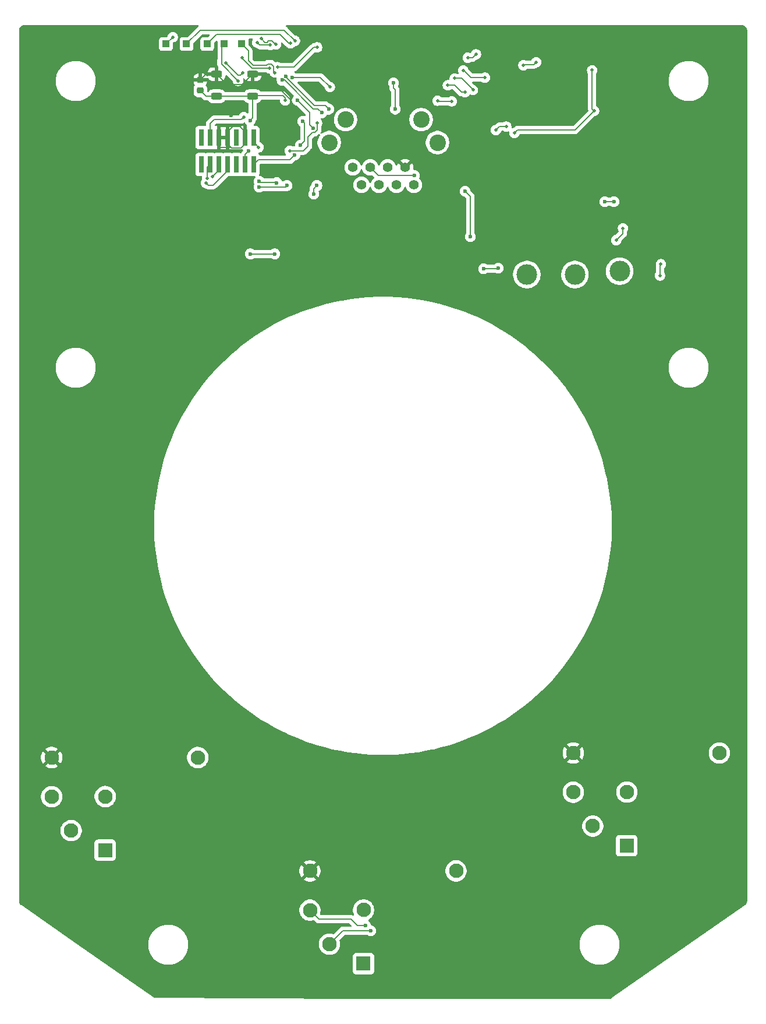
<source format=gbr>
%TF.GenerationSoftware,KiCad,Pcbnew,9.0.7*%
%TF.CreationDate,2026-02-10T03:54:41-08:00*%
%TF.ProjectId,steering_wheel,73746565-7269-46e6-975f-776865656c2e,rev?*%
%TF.SameCoordinates,Original*%
%TF.FileFunction,Copper,L2,Bot*%
%TF.FilePolarity,Positive*%
%FSLAX46Y46*%
G04 Gerber Fmt 4.6, Leading zero omitted, Abs format (unit mm)*
G04 Created by KiCad (PCBNEW 9.0.7) date 2026-02-10 03:54:41*
%MOMM*%
%LPD*%
G01*
G04 APERTURE LIST*
G04 Aperture macros list*
%AMRoundRect*
0 Rectangle with rounded corners*
0 $1 Rounding radius*
0 $2 $3 $4 $5 $6 $7 $8 $9 X,Y pos of 4 corners*
0 Add a 4 corners polygon primitive as box body*
4,1,4,$2,$3,$4,$5,$6,$7,$8,$9,$2,$3,0*
0 Add four circle primitives for the rounded corners*
1,1,$1+$1,$2,$3*
1,1,$1+$1,$4,$5*
1,1,$1+$1,$6,$7*
1,1,$1+$1,$8,$9*
0 Add four rect primitives between the rounded corners*
20,1,$1+$1,$2,$3,$4,$5,0*
20,1,$1+$1,$4,$5,$6,$7,0*
20,1,$1+$1,$6,$7,$8,$9,0*
20,1,$1+$1,$8,$9,$2,$3,0*%
G04 Aperture macros list end*
%TA.AperFunction,ComponentPad*%
%ADD10R,2.100000X2.100000*%
%TD*%
%TA.AperFunction,ComponentPad*%
%ADD11C,2.100000*%
%TD*%
%TA.AperFunction,ComponentPad*%
%ADD12C,3.000000*%
%TD*%
%TA.AperFunction,SMDPad,CuDef*%
%ADD13R,1.000000X1.000000*%
%TD*%
%TA.AperFunction,SMDPad,CuDef*%
%ADD14RoundRect,0.250000X0.525000X0.250000X-0.525000X0.250000X-0.525000X-0.250000X0.525000X-0.250000X0*%
%TD*%
%TA.AperFunction,SMDPad,CuDef*%
%ADD15RoundRect,0.225000X-0.250000X0.225000X-0.250000X-0.225000X0.250000X-0.225000X0.250000X0.225000X0*%
%TD*%
%TA.AperFunction,SMDPad,CuDef*%
%ADD16R,0.740000X2.400000*%
%TD*%
%TA.AperFunction,ComponentPad*%
%ADD17C,1.400000*%
%TD*%
%TA.AperFunction,ComponentPad*%
%ADD18C,2.400000*%
%TD*%
%TA.AperFunction,ViaPad*%
%ADD19C,0.508000*%
%TD*%
%TA.AperFunction,ViaPad*%
%ADD20C,0.600000*%
%TD*%
%TA.AperFunction,Conductor*%
%ADD21C,0.200000*%
%TD*%
G04 APERTURE END LIST*
D10*
%TO.P,S1,1*%
%TO.N,+3V3*%
X88028000Y-103472000D03*
D11*
%TO.P,S1,2*%
%TO.N,/Switches/Analog_2V2*%
X83097000Y-100625000D03*
%TO.P,S1,3*%
%TO.N,/Switches/Analog_1V1*%
X80250000Y-95694000D03*
%TO.P,S1,4*%
%TO.N,GND*%
X80250000Y-90000000D03*
%TO.P,S1,5*%
%TO.N,/Switches/TC_Unfiltered*%
X88047000Y-95675000D03*
%TO.P,S1,MP*%
%TO.N,unconnected-(S1-PadMP)*%
X101500000Y-90000000D03*
%TD*%
D10*
%TO.P,S2,1*%
%TO.N,+3V3*%
X49731000Y-120607000D03*
D11*
%TO.P,S2,2*%
%TO.N,/Switches/Analog_2V2*%
X44800000Y-117760000D03*
%TO.P,S2,3*%
%TO.N,/Switches/Analog_1V1*%
X41953000Y-112829000D03*
%TO.P,S2,4*%
%TO.N,GND*%
X41953000Y-107135000D03*
%TO.P,S2,5*%
%TO.N,/Switches/Mode_Unfiltered*%
X49750000Y-112810000D03*
%TO.P,S2,MP*%
%TO.N,unconnected-(S2-PadMP)*%
X63203000Y-107135000D03*
%TD*%
D10*
%TO.P,S3,1*%
%TO.N,+3V3*%
X12153000Y-104125000D03*
D11*
%TO.P,S3,2*%
%TO.N,/Switches/Analog_2V2*%
X7222000Y-101278000D03*
%TO.P,S3,3*%
%TO.N,/Switches/Analog_1V1*%
X4375000Y-96347000D03*
%TO.P,S3,4*%
%TO.N,GND*%
X4375000Y-90653000D03*
%TO.P,S3,5*%
%TO.N,/Switches/Regen_Unfiltered*%
X12172000Y-96328000D03*
%TO.P,S3,MP*%
%TO.N,unconnected-(S3-PadMP)*%
X25625000Y-90653000D03*
%TD*%
D12*
%TO.P,J10,1,Pin_1*%
%TO.N,/Display Interface/Backlight_PWM*%
X73500000Y-20500000D03*
%TD*%
%TO.P,J11,1,Pin_1*%
%TO.N,/Display Interface/LED_Low*%
X87000000Y-20000000D03*
%TD*%
%TO.P,J12,1,Pin_1*%
%TO.N,/Display Interface/LED_High*%
X80500000Y-20500000D03*
%TD*%
D13*
%TO.P,TP5,1,1*%
%TO.N,Net-(U5-PB6)*%
X29500000Y13000000D03*
%TD*%
%TO.P,TP1,1,1*%
%TO.N,Net-(U5-PA8)*%
X21000000Y13000000D03*
%TD*%
%TO.P,TP3,1,1*%
%TO.N,Net-(U5-PA10)*%
X27000000Y13000000D03*
%TD*%
D14*
%TO.P,SW1,1,1*%
%TO.N,GND*%
X33625000Y8600000D03*
X28375000Y8600000D03*
%TO.P,SW1,2,2*%
%TO.N,NRST*%
X33625000Y5400000D03*
X28375000Y5400000D03*
%TD*%
D15*
%TO.P,C18,1*%
%TO.N,GND*%
X26000000Y7775000D03*
%TO.P,C18,2*%
%TO.N,NRST*%
X26000000Y6225000D03*
%TD*%
D13*
%TO.P,TP2,1,1*%
%TO.N,Net-(U5-PA9)*%
X24000000Y13000000D03*
%TD*%
D16*
%TO.P,J2,1,Pin_1*%
%TO.N,unconnected-(J2-Pin_1-Pad1)*%
X26150000Y-600000D03*
%TO.P,J2,2,Pin_2*%
%TO.N,unconnected-(J2-Pin_2-Pad2)*%
X26150000Y-4500000D03*
%TO.P,J2,3,Pin_3*%
%TO.N,+3V3*%
X27420000Y-600000D03*
%TO.P,J2,4,Pin_4*%
%TO.N,STLINK_SWDIO*%
X27420000Y-4500000D03*
%TO.P,J2,5,Pin_5*%
%TO.N,GND*%
X28690000Y-600000D03*
%TO.P,J2,6,Pin_6*%
%TO.N,STLINK_SWCLK*%
X28690000Y-4500000D03*
%TO.P,J2,7,Pin_7*%
%TO.N,GND*%
X29960000Y-600000D03*
%TO.P,J2,8,Pin_8*%
%TO.N,STLINK_SWO*%
X29960000Y-4500000D03*
%TO.P,J2,9,Pin_9*%
%TO.N,unconnected-(J2-Pin_9-Pad9)*%
X31230000Y-600000D03*
%TO.P,J2,10,Pin_10*%
%TO.N,unconnected-(J2-Pin_10-Pad10)*%
X31230000Y-4500000D03*
%TO.P,J2,11,Pin_11*%
%TO.N,GND*%
X32500000Y-600000D03*
%TO.P,J2,12,Pin_12*%
%TO.N,NRST*%
X32500000Y-4500000D03*
%TO.P,J2,13,Pin_13*%
%TO.N,VCP_UART_RX*%
X33770000Y-600000D03*
%TO.P,J2,14,Pin_14*%
%TO.N,VCP_UART_TX*%
X33770000Y-4500000D03*
%TD*%
D13*
%TO.P,TP4,1,1*%
%TO.N,Net-(U5-PB5)*%
X32000000Y13000000D03*
%TD*%
D17*
%TO.P,J1,1,1*%
%TO.N,/CAN_L*%
X49450000Y-7470000D03*
%TO.P,J1,2,2*%
%TO.N,/CAN_H*%
X48180000Y-4920000D03*
%TO.P,J1,3,3*%
%TO.N,/Launch_Control*%
X50720000Y-4920000D03*
%TO.P,J1,4,4*%
%TO.N,/Lap*%
X53260000Y-4920000D03*
%TO.P,J1,5,5*%
%TO.N,unconnected-(J1-Pad5)*%
X51990000Y-7470000D03*
%TO.P,J1,6,6*%
%TO.N,unconnected-(J1-Pad6)*%
X54530000Y-7470000D03*
%TO.P,J1,7,7*%
%TO.N,+12V*%
X57070000Y-7470000D03*
%TO.P,J1,8,8*%
%TO.N,GND*%
X55800000Y-4920000D03*
D18*
%TO.P,J1,MH1,MH1*%
%TO.N,unconnected-(J1-PadMH1)*%
X60500000Y-1320000D03*
%TO.P,J1,MH2,MH2*%
%TO.N,unconnected-(J1-PadMH2)*%
X44750000Y-1320000D03*
%TO.P,J1,MH3,MH3*%
%TO.N,unconnected-(J1-PadMH3)*%
X47125000Y2000000D03*
%TO.P,J1,MH4,MH4*%
%TO.N,unconnected-(J1-PadMH4)*%
X58125000Y2000000D03*
%TD*%
D19*
%TO.N,GND*%
X79623264Y-1623264D03*
X38000000Y-1000000D03*
X68000000Y6500000D03*
X49500000Y8500000D03*
D20*
X52324000Y-1270000D03*
X56642000Y-11430000D03*
D19*
X68000000Y4000000D03*
D20*
X40640000Y-21590000D03*
D19*
X87500000Y-5000000D03*
X85079000Y3724000D03*
X91000000Y-12000000D03*
D20*
X47244000Y-9652000D03*
X30500000Y2600000D03*
D19*
X72136000Y-7620000D03*
D20*
X33020000Y-21844000D03*
X14732000Y-31242000D03*
X54102000Y-11430000D03*
X81788000Y-9906000D03*
X55118000Y-254000D03*
D19*
X41659541Y9340459D03*
D20*
X58166000Y-12700000D03*
X36322000Y-21844000D03*
X50038000Y854000D03*
D19*
X77000000Y12050000D03*
X56000000Y11000000D03*
X35000000Y2500000D03*
X83566000Y-8382000D03*
D20*
X41148000Y-8890000D03*
D19*
X71500000Y-1000000D03*
D20*
X55118000Y-12192000D03*
D19*
X85000000Y-15000000D03*
X34500000Y4000000D03*
X18000000Y-19000000D03*
D20*
%TO.N,+3V3*%
X54102000Y7366000D03*
X42501735Y-8806265D03*
D19*
X69000000Y500000D03*
X65657815Y6309285D03*
X92867802Y-20632198D03*
X32320500Y2374500D03*
X74859464Y10359464D03*
D20*
X69342000Y-19558000D03*
X54356000Y3549000D03*
X33274000Y-17500000D03*
X36830000Y-17500000D03*
D19*
X70500000Y1000000D03*
X73000000Y9900000D03*
X93000000Y-19000000D03*
X63000000Y8000000D03*
D20*
X67220735Y-19647265D03*
X42953781Y-7561251D03*
X37122645Y-7159883D03*
X34561280Y-6959883D03*
D19*
%TO.N,+1V2*%
X71689598Y62500D03*
X83000000Y9188500D03*
X83277214Y3277214D03*
%TO.N,NRST*%
X38349239Y4826000D03*
D20*
X33020000Y-2540000D03*
X33239086Y1900000D03*
D19*
%TO.N,/Display Interface/LED_High*%
X87475000Y-13763972D03*
X86500000Y-15500000D03*
%TO.N,/MCU/Layout_Cycle*%
X36075000Y9481241D03*
X32071309Y11001000D03*
D20*
%TO.N,/MCU/TC_Analog*%
X42400000Y762000D03*
X40132000Y4826000D03*
%TO.N,/Launch_Control*%
X57150000Y-6096000D03*
X65278000Y-14986000D03*
X64516000Y-8382000D03*
%TO.N,/Lap*%
X38608000Y-7559235D03*
X34559000Y-7759883D03*
D19*
%TO.N,VCP_UART_RX*%
X34500000Y-2000000D03*
X43000000Y1500000D03*
X39000000Y-2500000D03*
D20*
%TO.N,VCP_UART_TX*%
X39746013Y-3100000D03*
X40894000Y1778000D03*
X40573444Y-1711444D03*
D19*
%TO.N,STLINK_SWDIO*%
X26997132Y-6500906D03*
X34850840Y13780534D03*
X37000000Y12954000D03*
%TO.N,STLINK_SWO*%
X32167233Y8832767D03*
X29717030Y10282970D03*
X26832027Y-7189387D03*
%TO.N,STLINK_SWCLK*%
X27760000Y-6260000D03*
X36167233Y12832767D03*
X34285153Y13214847D03*
D20*
%TO.N,/Display Interface/Backlight_PWM*%
X84836000Y-9906000D03*
X86150000Y-9906000D03*
D19*
%TO.N,/MCU/Driver_Interrupt*%
X62000000Y7000000D03*
X44850000Y6750000D03*
D20*
X39370000Y8128000D03*
D19*
X64500000Y6000000D03*
D20*
%TO.N,/Switches/Analog_1V1*%
X50038000Y-115062000D03*
%TO.N,/Switches/Analog_2V2*%
X50800000Y-115824000D03*
%TO.N,/MCU/CAN_RX*%
X44704000Y3549000D03*
X38465427Y8313957D03*
%TO.N,/MCU/CAN_TX*%
X43671787Y3016878D03*
X37899740Y7748270D03*
D19*
%TO.N,/Display Interface/Driver_Power*%
X64238498Y9154128D03*
X37230000Y9625919D03*
X67390715Y8109285D03*
X43000000Y12500000D03*
%TO.N,/Display Interface/SPI.CS*%
X60500000Y4749000D03*
X62582315Y4666685D03*
%TO.N,/Display Interface/SPI.MISO*%
X66100000Y11500000D03*
X64900000Y11000000D03*
%TO.N,Net-(U5-PA8)*%
X22000000Y14000000D03*
%TO.N,Net-(U5-PA9)*%
X39757335Y13456372D03*
%TO.N,Net-(U5-PA10)*%
X39108263Y13108263D03*
%TO.N,Net-(U5-PB5)*%
X36844512Y8844512D03*
%TO.N,Net-(U5-PB6)*%
X31500000Y7650057D03*
%TD*%
D21*
%TO.N,GND*%
X39116000Y4951105D02*
X35467105Y8600000D01*
X28961000Y-2027000D02*
X30485000Y-2027000D01*
X28690000Y-600000D02*
X28690000Y-1766000D01*
X29960000Y230000D02*
X29960000Y-600000D01*
X30746000Y1016000D02*
X29960000Y230000D01*
X32500000Y266000D02*
X31750000Y1016000D01*
X38000000Y-1000000D02*
X39116000Y116000D01*
X29879943Y7095057D02*
X32120057Y7095057D01*
X32120057Y7095057D02*
X33625000Y8600000D01*
X28375000Y8600000D02*
X29879943Y7095057D01*
X28690000Y750000D02*
X28956000Y1016000D01*
X28375000Y8600000D02*
X26825000Y8600000D01*
X28690000Y-1766000D02*
X28956000Y-2032000D01*
X31901000Y-2101000D02*
X30559000Y-2101000D01*
X31750000Y1016000D02*
X30746000Y1016000D01*
X35467105Y8600000D02*
X33625000Y8600000D01*
X32500000Y-600000D02*
X32500000Y-1502000D01*
X30485000Y-2027000D02*
X29960000Y-1502000D01*
X28690000Y-600000D02*
X28690000Y750000D01*
X30559000Y-2101000D02*
X30485000Y-2027000D01*
X32500000Y-1502000D02*
X31901000Y-2101000D01*
X28956000Y1016000D02*
X30746000Y1016000D01*
X26825000Y8600000D02*
X26000000Y7775000D01*
X28956000Y-2032000D02*
X28961000Y-2027000D01*
X39116000Y116000D02*
X39116000Y4951105D01*
X29960000Y-1502000D02*
X29960000Y-600000D01*
X32500000Y-600000D02*
X32500000Y266000D01*
%TO.N,+3V3*%
X28000000Y2000000D02*
X27420000Y1420000D01*
X54102000Y6604000D02*
X54356000Y6350000D01*
X65657815Y6342185D02*
X64000000Y8000000D01*
X36830000Y-17500000D02*
X33274000Y-17500000D01*
X73100000Y10000000D02*
X73000000Y9900000D01*
X37074762Y-7112000D02*
X37122645Y-7159883D01*
X69252735Y-19647265D02*
X69342000Y-19558000D01*
X92867802Y-20632198D02*
X92867802Y-19132198D01*
X65657815Y6309285D02*
X65657815Y6342185D01*
X42501735Y-8013297D02*
X42953781Y-7561251D01*
X32135936Y2235936D02*
X31900000Y2000000D01*
X54102000Y7366000D02*
X54102000Y6604000D01*
X67220735Y-19647265D02*
X69252735Y-19647265D01*
X42501735Y-8806265D02*
X42501735Y-8013297D01*
X34561280Y-6959883D02*
X34713397Y-7112000D01*
X32181936Y2235936D02*
X32135936Y2235936D01*
X64000000Y8000000D02*
X63000000Y8000000D01*
X32320500Y2374500D02*
X32181936Y2235936D01*
X54356000Y6350000D02*
X54356000Y3549000D01*
X70500000Y1000000D02*
X69500000Y1000000D01*
X31900000Y2000000D02*
X28000000Y2000000D01*
X69500000Y1000000D02*
X69000000Y500000D01*
X74500000Y10000000D02*
X73100000Y10000000D01*
X92867802Y-19132198D02*
X93000000Y-19000000D01*
X27420000Y1420000D02*
X27420000Y-600000D01*
X74859464Y10359464D02*
X74500000Y10000000D01*
X34713397Y-7112000D02*
X37074762Y-7112000D01*
%TO.N,+1V2*%
X80500000Y500000D02*
X83277214Y3277214D01*
X71689598Y62500D02*
X72127098Y500000D01*
X83000000Y3554428D02*
X83277214Y3277214D01*
X83000000Y9188500D02*
X83000000Y3554428D01*
X72127098Y500000D02*
X80500000Y500000D01*
%TO.N,NRST*%
X33625000Y5400000D02*
X28375000Y5400000D01*
X38000005Y5500000D02*
X33725000Y5500000D01*
X38349239Y4826000D02*
X38349239Y5150766D01*
X38349239Y5150766D02*
X38000005Y5500000D01*
X33625000Y2285914D02*
X33625000Y5400000D01*
X32500000Y-4500000D02*
X32500000Y-3060000D01*
X28375000Y5400000D02*
X26825000Y5400000D01*
X32500000Y-3060000D02*
X33020000Y-2540000D01*
X26825000Y5400000D02*
X26000000Y6225000D01*
X33239086Y1900000D02*
X33625000Y2285914D01*
%TO.N,/Display Interface/LED_High*%
X87475000Y-13763972D02*
X87475000Y-14525000D01*
X87475000Y-14525000D02*
X86500000Y-15500000D01*
%TO.N,/MCU/Layout_Cycle*%
X36075000Y9481241D02*
X33518759Y9481241D01*
X32071309Y10928691D02*
X32071309Y11001000D01*
X33518759Y9481241D02*
X32071309Y10928691D01*
%TO.N,/MCU/TC_Analog*%
X41910000Y1252000D02*
X41910000Y3048000D01*
X42400000Y762000D02*
X41910000Y1252000D01*
X41910000Y3048000D02*
X40132000Y4826000D01*
%TO.N,/Launch_Control*%
X65278000Y-9144000D02*
X64516000Y-8382000D01*
X51896000Y-6096000D02*
X50720000Y-4920000D01*
X65278000Y-14986000D02*
X65278000Y-9144000D01*
X57150000Y-6096000D02*
X51896000Y-6096000D01*
%TO.N,/Lap*%
X34559000Y-7759883D02*
X38407352Y-7759883D01*
X38407352Y-7759883D02*
X38608000Y-7559235D01*
%TO.N,VCP_UART_RX*%
X34500000Y-2000000D02*
X34000000Y-1500000D01*
X41656000Y-1844000D02*
X41000000Y-2500000D01*
X43000000Y1500000D02*
X43000000Y1011943D01*
X43001000Y513057D02*
X42648943Y161000D01*
X43000000Y1011943D02*
X43001000Y1010943D01*
X42648943Y161000D02*
X42325000Y161000D01*
X42325000Y161000D02*
X41656000Y-508000D01*
X43001000Y1010943D02*
X43001000Y513057D01*
X41000000Y-2500000D02*
X39000000Y-2500000D01*
X41656000Y-508000D02*
X41656000Y-1844000D01*
%TO.N,VCP_UART_TX*%
X39746013Y-3100000D02*
X39036013Y-3810000D01*
X41148000Y-1136888D02*
X40573444Y-1711444D01*
X39036013Y-3810000D02*
X34460000Y-3810000D01*
X40894000Y1778000D02*
X41148000Y1524000D01*
X34460000Y-3810000D02*
X33770000Y-4500000D01*
X41148000Y1524000D02*
X41148000Y-1136888D01*
%TO.N,STLINK_SWDIO*%
X35918290Y13433767D02*
X35718290Y13233767D01*
X26997132Y-6500906D02*
X26997132Y-4922868D01*
X37000000Y12954000D02*
X36872290Y13081710D01*
X36872290Y13081710D02*
X36768233Y13081710D01*
X35397607Y13233767D02*
X34850840Y13780534D01*
X36416176Y13433767D02*
X35918290Y13433767D01*
X35718290Y13233767D02*
X35397607Y13233767D01*
X36768233Y13081710D02*
X36416176Y13433767D01*
X26997132Y-4922868D02*
X27420000Y-4500000D01*
%TO.N,STLINK_SWO*%
X27142640Y-7500000D02*
X27862000Y-7500000D01*
X31500000Y8500000D02*
X31834466Y8500000D01*
X31834466Y8500000D02*
X32167233Y8832767D01*
X27862000Y-7500000D02*
X29960000Y-5402000D01*
X29717030Y10282970D02*
X31500000Y8500000D01*
X26832027Y-7189387D02*
X27142640Y-7500000D01*
%TO.N,STLINK_SWCLK*%
X34285153Y13214847D02*
X34667233Y12832767D01*
X34667233Y12832767D02*
X36167233Y12832767D01*
X27760000Y-6260000D02*
X28690000Y-5330000D01*
%TO.N,/Display Interface/Backlight_PWM*%
X86150000Y-9906000D02*
X84836000Y-9906000D01*
%TO.N,/MCU/Driver_Interrupt*%
X63000000Y7000000D02*
X64000000Y6000000D01*
X64000000Y6000000D02*
X64500000Y6000000D01*
X62000000Y7000000D02*
X63000000Y7000000D01*
X43472000Y8128000D02*
X44850000Y6750000D01*
X39370000Y8128000D02*
X43472000Y8128000D01*
%TO.N,/Switches/Analog_1V1*%
X47959000Y-114161000D02*
X43285000Y-114161000D01*
X48860000Y-115062000D02*
X47959000Y-114161000D01*
X43285000Y-114161000D02*
X41953000Y-112829000D01*
X50038000Y-115062000D02*
X48860000Y-115062000D01*
%TO.N,/Switches/Analog_2V2*%
X46736000Y-115824000D02*
X50800000Y-115824000D01*
X44800000Y-117760000D02*
X46736000Y-115824000D01*
%TO.N,/MCU/CAN_RX*%
X38465427Y8313957D02*
X38465427Y8182630D01*
X44189000Y4064000D02*
X44704000Y3549000D01*
X38465427Y8182630D02*
X42584057Y4064000D01*
X42584057Y4064000D02*
X44189000Y4064000D01*
%TO.N,/MCU/CAN_TX*%
X38225730Y7748270D02*
X42418000Y3556000D01*
X43132665Y3556000D02*
X43671787Y3016878D01*
X42418000Y3556000D02*
X43132665Y3556000D01*
X37899740Y7748270D02*
X38225730Y7748270D01*
%TO.N,/Display Interface/Driver_Power*%
X42500000Y12500000D02*
X43000000Y12500000D01*
X67390715Y8109285D02*
X65390715Y8109285D01*
X39652000Y9652000D02*
X42500000Y12500000D01*
X37230000Y9625919D02*
X37256081Y9652000D01*
X37256081Y9652000D02*
X39652000Y9652000D01*
X65390715Y8109285D02*
X64345872Y9154128D01*
X64345872Y9154128D02*
X64238498Y9154128D01*
%TO.N,/Display Interface/SPI.CS*%
X60582315Y4666685D02*
X60500000Y4749000D01*
X62582315Y4666685D02*
X60582315Y4666685D01*
%TO.N,/Display Interface/SPI.MISO*%
X65600000Y11000000D02*
X64900000Y11000000D01*
X66100000Y11500000D02*
X65600000Y11000000D01*
%TO.N,Net-(U5-PA8)*%
X22000000Y14000000D02*
X21000000Y13000000D01*
%TO.N,Net-(U5-PA9)*%
X38213708Y15000000D02*
X26000000Y15000000D01*
X39757335Y13456372D02*
X38213708Y15000000D01*
X26000000Y15000000D02*
X24000000Y13000000D01*
%TO.N,Net-(U5-PA10)*%
X28381534Y14381534D02*
X27000000Y13000000D01*
X39062264Y13154262D02*
X38845738Y13154262D01*
X39108263Y13108263D02*
X39062264Y13154262D01*
X37618466Y14381534D02*
X28381534Y14381534D01*
X38845738Y13154262D02*
X37618466Y14381534D01*
%TO.N,Net-(U5-PB5)*%
X35826057Y10082241D02*
X35626057Y9882241D01*
X35626057Y9882241D02*
X33684859Y9882241D01*
X36676000Y9730184D02*
X36323943Y10082241D01*
X36676000Y9013024D02*
X36676000Y9730184D01*
X33684859Y9882241D02*
X33001133Y10565967D01*
X33001133Y11998867D02*
X32000000Y13000000D01*
X36323943Y10082241D02*
X35826057Y10082241D01*
X33001133Y10565967D02*
X33001133Y11998867D01*
X36844512Y8844512D02*
X36676000Y9013024D01*
%TO.N,Net-(U5-PB6)*%
X29083503Y10066554D02*
X31500000Y7650057D01*
X29150057Y12650057D02*
X29150057Y10630994D01*
X29083503Y10564440D02*
X29083503Y10066554D01*
X29150057Y10630994D02*
X29083503Y10564440D01*
%TD*%
%TA.AperFunction,Conductor*%
%TO.N,GND*%
G36*
X25697973Y15727815D02*
G01*
X25743728Y15675011D01*
X25753672Y15605853D01*
X25724647Y15542297D01*
X25692933Y15516112D01*
X25631284Y15480520D01*
X25569271Y15418507D01*
X25515149Y15364385D01*
X25515139Y15364374D01*
X24187583Y14036818D01*
X24126260Y14003333D01*
X24099902Y14000499D01*
X23452128Y14000499D01*
X23403757Y13995299D01*
X23392516Y13994091D01*
X23257671Y13943797D01*
X23257664Y13943793D01*
X23142455Y13857547D01*
X23142452Y13857544D01*
X23056206Y13742335D01*
X23056202Y13742328D01*
X23005908Y13607482D01*
X23002119Y13572236D01*
X22999501Y13547876D01*
X22999500Y13547864D01*
X22999500Y12452129D01*
X22999501Y12452123D01*
X23005908Y12392516D01*
X23056202Y12257671D01*
X23056206Y12257664D01*
X23142452Y12142455D01*
X23142455Y12142452D01*
X23257664Y12056206D01*
X23257671Y12056202D01*
X23392517Y12005908D01*
X23392516Y12005908D01*
X23452116Y11999501D01*
X23452119Y11999500D01*
X23452127Y11999500D01*
X23452134Y11999500D01*
X23452135Y11999500D01*
X24547870Y11999500D01*
X24547876Y11999501D01*
X24607483Y12005908D01*
X24742328Y12056202D01*
X24742335Y12056206D01*
X24857544Y12142452D01*
X24857547Y12142455D01*
X24943793Y12257664D01*
X24943797Y12257671D01*
X24979071Y12352247D01*
X24994091Y12392517D01*
X25000500Y12452127D01*
X25000499Y13099902D01*
X25020183Y13166941D01*
X25036818Y13187583D01*
X26212416Y14363181D01*
X26273739Y14396666D01*
X26300097Y14399500D01*
X27250903Y14399500D01*
X27272148Y14393261D01*
X27294237Y14391682D01*
X27305020Y14383609D01*
X27317942Y14379815D01*
X27332441Y14363081D01*
X27350170Y14349810D01*
X27354877Y14337189D01*
X27363697Y14327011D01*
X27366848Y14305093D01*
X27374587Y14284346D01*
X27371724Y14271185D01*
X27373641Y14257853D01*
X27364441Y14237709D01*
X27359735Y14216073D01*
X27346466Y14198347D01*
X27344616Y14194297D01*
X27338584Y14187819D01*
X27187583Y14036818D01*
X27126260Y14003333D01*
X27099902Y14000499D01*
X26452128Y14000499D01*
X26403757Y13995299D01*
X26392516Y13994091D01*
X26257671Y13943797D01*
X26257664Y13943793D01*
X26142455Y13857547D01*
X26142452Y13857544D01*
X26056206Y13742335D01*
X26056202Y13742328D01*
X26005908Y13607482D01*
X26002119Y13572236D01*
X25999501Y13547876D01*
X25999500Y13547864D01*
X25999500Y12452129D01*
X25999501Y12452123D01*
X26005908Y12392516D01*
X26056202Y12257671D01*
X26056206Y12257664D01*
X26142452Y12142455D01*
X26142455Y12142452D01*
X26257664Y12056206D01*
X26257671Y12056202D01*
X26392517Y12005908D01*
X26392516Y12005908D01*
X26452116Y11999501D01*
X26452119Y11999500D01*
X26452127Y11999500D01*
X26452134Y11999500D01*
X26452135Y11999500D01*
X27547870Y11999500D01*
X27547876Y11999501D01*
X27607483Y12005908D01*
X27742328Y12056202D01*
X27742335Y12056206D01*
X27857544Y12142452D01*
X27857547Y12142455D01*
X27943793Y12257664D01*
X27943797Y12257671D01*
X27979071Y12352247D01*
X27994091Y12392517D01*
X28000500Y12452127D01*
X28000499Y13099902D01*
X28020183Y13166941D01*
X28036818Y13187583D01*
X28287819Y13438584D01*
X28349142Y13472069D01*
X28418834Y13467085D01*
X28474767Y13425213D01*
X28499184Y13359749D01*
X28499500Y13350903D01*
X28499500Y12452129D01*
X28499501Y12452123D01*
X28505908Y12392516D01*
X28541739Y12296451D01*
X28549557Y12253118D01*
X28549557Y10873843D01*
X28532942Y10811842D01*
X28523926Y10796225D01*
X28483002Y10643497D01*
X28483002Y10643494D01*
X28483002Y10477788D01*
X28483003Y10477770D01*
X28483003Y10155613D01*
X28483002Y10155600D01*
X28483002Y9987499D01*
X28483001Y9987499D01*
X28523927Y9834764D01*
X28523928Y9834763D01*
X28542706Y9802239D01*
X28542707Y9802240D01*
X28542843Y9802004D01*
X28602983Y9697838D01*
X28603713Y9697107D01*
X28608251Y9689288D01*
X28614739Y9662795D01*
X28624571Y9637356D01*
X28625000Y9627052D01*
X28625000Y7600000D01*
X28949971Y7600000D01*
X28949987Y7600001D01*
X29052697Y7610494D01*
X29219119Y7665641D01*
X29219124Y7665643D01*
X29368345Y7757684D01*
X29492315Y7881654D01*
X29584356Y8030875D01*
X29584358Y8030880D01*
X29639505Y8197302D01*
X29639506Y8197309D01*
X29649999Y8300013D01*
X29649999Y8351456D01*
X29669682Y8418496D01*
X29722485Y8464251D01*
X29791644Y8474196D01*
X29855200Y8445172D01*
X29861680Y8439139D01*
X30723973Y7576847D01*
X30757458Y7515524D01*
X30757909Y7513357D01*
X30774493Y7429984D01*
X30774495Y7429976D01*
X30831371Y7292665D01*
X30913939Y7169092D01*
X30913945Y7169085D01*
X31019028Y7064002D01*
X31019035Y7063996D01*
X31142608Y6981428D01*
X31279919Y6924552D01*
X31279927Y6924550D01*
X31425683Y6895557D01*
X31425688Y6895557D01*
X31574316Y6895557D01*
X31720072Y6924550D01*
X31720080Y6924552D01*
X31857391Y6981428D01*
X31980964Y7063996D01*
X31980971Y7064002D01*
X32086054Y7169085D01*
X32086060Y7169092D01*
X32168628Y7292665D01*
X32186602Y7336057D01*
X32225505Y7429977D01*
X32254500Y7575745D01*
X32254500Y7724369D01*
X32225505Y7870137D01*
X32225499Y7870149D01*
X32223737Y7875964D01*
X32225195Y7876406D01*
X32218517Y7938407D01*
X32249778Y8000893D01*
X32309860Y8036558D01*
X32379686Y8034079D01*
X32437086Y7994242D01*
X32446089Y7981514D01*
X32507682Y7881656D01*
X32631654Y7757684D01*
X32780875Y7665643D01*
X32780880Y7665641D01*
X32947302Y7610494D01*
X32947309Y7610493D01*
X33050013Y7600000D01*
X33375000Y7600000D01*
X33875000Y7600000D01*
X34199971Y7600000D01*
X34199987Y7600001D01*
X34302697Y7610494D01*
X34469119Y7665641D01*
X34469124Y7665643D01*
X34618345Y7757684D01*
X34742315Y7881654D01*
X34834356Y8030875D01*
X34834358Y8030880D01*
X34889505Y8197302D01*
X34889506Y8197309D01*
X34899999Y8300013D01*
X34900000Y8300026D01*
X34900000Y8350000D01*
X33875000Y8350000D01*
X33875000Y7600000D01*
X33375000Y7600000D01*
X33375000Y8476000D01*
X33394685Y8543039D01*
X33447489Y8588794D01*
X33499000Y8600000D01*
X33625000Y8600000D01*
X33625000Y8726000D01*
X33644685Y8793039D01*
X33697489Y8838794D01*
X33749000Y8850000D01*
X34904636Y8850000D01*
X34955744Y8877907D01*
X34982102Y8880741D01*
X35578033Y8880741D01*
X35645072Y8861056D01*
X35646888Y8859866D01*
X35662651Y8849334D01*
X35717610Y8812611D01*
X35854919Y8755736D01*
X35854927Y8755734D01*
X36000683Y8726741D01*
X36006749Y8726144D01*
X36006529Y8723911D01*
X36063931Y8707056D01*
X36109686Y8654252D01*
X36118508Y8626938D01*
X36119004Y8624440D01*
X36119008Y8624429D01*
X36175883Y8487120D01*
X36258451Y8363547D01*
X36258457Y8363540D01*
X36363540Y8258457D01*
X36363547Y8258451D01*
X36487120Y8175883D01*
X36624431Y8119007D01*
X36624439Y8119005D01*
X36770195Y8090012D01*
X36770200Y8090012D01*
X36918823Y8090012D01*
X36918824Y8090012D01*
X36948206Y8095856D01*
X36979108Y8102003D01*
X37048699Y8095774D01*
X37103876Y8052911D01*
X37127120Y7987021D01*
X37124915Y7956194D01*
X37099240Y7827116D01*
X37099240Y7669423D01*
X37130001Y7514780D01*
X37130004Y7514768D01*
X37190342Y7369097D01*
X37190349Y7369084D01*
X37277950Y7237981D01*
X37277953Y7237977D01*
X37389447Y7126483D01*
X37389451Y7126480D01*
X37520554Y7038879D01*
X37520567Y7038872D01*
X37666238Y6978534D01*
X37666250Y6978531D01*
X37820893Y6947770D01*
X37820898Y6947770D01*
X37978581Y6947770D01*
X37978582Y6947770D01*
X38009817Y6953983D01*
X38079070Y6967758D01*
X38148662Y6961530D01*
X38190942Y6933821D01*
X39561661Y5563102D01*
X39595146Y5501779D01*
X39590162Y5432087D01*
X39561661Y5387740D01*
X39510213Y5336292D01*
X39510210Y5336288D01*
X39422609Y5205185D01*
X39422602Y5205172D01*
X39362264Y5059501D01*
X39362261Y5059491D01*
X39338785Y4941472D01*
X39306400Y4879561D01*
X39245684Y4844987D01*
X39175914Y4848728D01*
X39119242Y4889594D01*
X39095552Y4941468D01*
X39074744Y5046080D01*
X39017868Y5183390D01*
X38936268Y5305513D01*
X38919599Y5342305D01*
X38908816Y5382550D01*
X38903250Y5392190D01*
X38838986Y5503500D01*
X38829759Y5519482D01*
X38717955Y5631286D01*
X38717953Y5631286D01*
X38707750Y5641490D01*
X38707745Y5641494D01*
X38490733Y5858506D01*
X38490729Y5858511D01*
X38480525Y5868714D01*
X38480525Y5868716D01*
X38368721Y5980520D01*
X38258037Y6044423D01*
X38231790Y6059577D01*
X38079062Y6100501D01*
X37920948Y6100501D01*
X37913352Y6100501D01*
X37913336Y6100500D01*
X34812231Y6100500D01*
X34745192Y6120185D01*
X34724550Y6136818D01*
X34711270Y6150098D01*
X34618656Y6242712D01*
X34469334Y6334814D01*
X34302797Y6389999D01*
X34200009Y6400500D01*
X33049992Y6400499D01*
X33049983Y6400498D01*
X33049981Y6400498D01*
X32947203Y6389999D01*
X32780666Y6334814D01*
X32631344Y6242712D01*
X32507288Y6118656D01*
X32470848Y6059576D01*
X32470741Y6059403D01*
X32418793Y6012679D01*
X32365202Y6000500D01*
X29634798Y6000500D01*
X29567759Y6020185D01*
X29529259Y6059403D01*
X29529153Y6059575D01*
X29492712Y6118656D01*
X29368656Y6242712D01*
X29219334Y6334814D01*
X29052797Y6389999D01*
X28950009Y6400500D01*
X27799992Y6400499D01*
X27799983Y6400498D01*
X27799981Y6400498D01*
X27697203Y6389999D01*
X27530666Y6334814D01*
X27381344Y6242712D01*
X27257288Y6118656D01*
X27224514Y6065521D01*
X27207223Y6049969D01*
X27193287Y6031353D01*
X27181735Y6027044D01*
X27172568Y6018799D01*
X27149612Y6015063D01*
X27127823Y6006936D01*
X27115776Y6009556D01*
X27103606Y6007576D01*
X27082274Y6016844D01*
X27059550Y6021788D01*
X27043853Y6033538D01*
X27039523Y6035420D01*
X27031296Y6042939D01*
X27011818Y6062417D01*
X26978333Y6123740D01*
X26975499Y6150098D01*
X26975499Y6498337D01*
X26975498Y6498355D01*
X26969940Y6552760D01*
X26965349Y6597708D01*
X26912003Y6758697D01*
X26822968Y6903044D01*
X26813343Y6912668D01*
X26779856Y6973987D01*
X26784835Y7043679D01*
X26813339Y7088034D01*
X26822572Y7097267D01*
X26822575Y7097271D01*
X26911542Y7241507D01*
X26911547Y7241518D01*
X26964855Y7402393D01*
X26974999Y7501677D01*
X26975000Y7501690D01*
X26975000Y7525000D01*
X25025001Y7525000D01*
X25025001Y7501677D01*
X25035144Y7402392D01*
X25088452Y7241518D01*
X25088457Y7241507D01*
X25177424Y7097271D01*
X25177428Y7097265D01*
X25186663Y7088031D01*
X25220146Y7026707D01*
X25215159Y6957015D01*
X25186660Y6912672D01*
X25177032Y6903044D01*
X25177029Y6903040D01*
X25088001Y6758705D01*
X25087996Y6758694D01*
X25034651Y6597709D01*
X25024500Y6498352D01*
X25024500Y5951662D01*
X25024501Y5951644D01*
X25034650Y5852292D01*
X25034651Y5852289D01*
X25087996Y5691305D01*
X25088001Y5691294D01*
X25177029Y5546959D01*
X25177032Y5546955D01*
X25296955Y5427032D01*
X25296959Y5427029D01*
X25441294Y5338001D01*
X25441305Y5337996D01*
X25602290Y5284651D01*
X25701647Y5274500D01*
X25701655Y5274500D01*
X26049902Y5274500D01*
X26116941Y5254815D01*
X26137583Y5238181D01*
X26456282Y4919481D01*
X26456290Y4919475D01*
X26511151Y4887802D01*
X26511152Y4887802D01*
X26593212Y4840424D01*
X26593214Y4840423D01*
X26593215Y4840423D01*
X26745942Y4799500D01*
X26745943Y4799500D01*
X27115202Y4799500D01*
X27182241Y4779815D01*
X27220739Y4740598D01*
X27239288Y4710527D01*
X27257289Y4681342D01*
X27381342Y4557289D01*
X27530663Y4465187D01*
X27530668Y4465185D01*
X27614670Y4437349D01*
X27697203Y4410001D01*
X27697204Y4410000D01*
X27799989Y4399500D01*
X27799991Y4399500D01*
X28950001Y4399500D01*
X28950018Y4399501D01*
X29052796Y4410000D01*
X29052799Y4410001D01*
X29219331Y4465185D01*
X29219334Y4465186D01*
X29224886Y4468610D01*
X29347952Y4544518D01*
X29368656Y4557288D01*
X29492712Y4681344D01*
X29529259Y4740597D01*
X29581207Y4787321D01*
X29634798Y4799500D01*
X32365202Y4799500D01*
X32432241Y4779815D01*
X32470739Y4740598D01*
X32489288Y4710527D01*
X32507289Y4681342D01*
X32631342Y4557289D01*
X32780663Y4465187D01*
X32780668Y4465185D01*
X32939504Y4412552D01*
X32996949Y4372779D01*
X33023772Y4308263D01*
X33024500Y4294846D01*
X33024500Y3036888D01*
X33004815Y2969849D01*
X32952011Y2924094D01*
X32882853Y2914150D01*
X32819297Y2943175D01*
X32812819Y2949207D01*
X32801471Y2960554D01*
X32801466Y2960559D01*
X32677890Y3043129D01*
X32540580Y3100005D01*
X32394814Y3128999D01*
X32394813Y3129000D01*
X32394812Y3129000D01*
X32246188Y3129000D01*
X32246187Y3129000D01*
X32246183Y3128999D01*
X32100420Y3100005D01*
X31963110Y3043129D01*
X31963108Y3043128D01*
X31839535Y2960560D01*
X31839528Y2960554D01*
X31734445Y2855471D01*
X31734439Y2855464D01*
X31651871Y2731891D01*
X31629154Y2677047D01*
X31585313Y2622644D01*
X31519019Y2600579D01*
X31514593Y2600500D01*
X28086669Y2600500D01*
X28086653Y2600501D01*
X28079057Y2600501D01*
X27920943Y2600501D01*
X27768215Y2559577D01*
X27747708Y2547737D01*
X27631284Y2480520D01*
X27555622Y2404858D01*
X27515149Y2364385D01*
X27515139Y2364374D01*
X27058355Y1907590D01*
X27058349Y1907585D01*
X26939481Y1788717D01*
X26939475Y1788709D01*
X26896303Y1713932D01*
X26896303Y1713931D01*
X26860423Y1651785D01*
X26819499Y1499057D01*
X26819499Y1499054D01*
X26819499Y1333348D01*
X26819500Y1333330D01*
X26819500Y1201066D01*
X26799815Y1134027D01*
X26747011Y1088272D01*
X26677853Y1078328D01*
X26652166Y1084884D01*
X26627483Y1094091D01*
X26567873Y1100500D01*
X25732128Y1100499D01*
X25683757Y1095299D01*
X25672516Y1094091D01*
X25537671Y1043797D01*
X25537664Y1043793D01*
X25422455Y957547D01*
X25422452Y957544D01*
X25336206Y842335D01*
X25336202Y842328D01*
X25285908Y707482D01*
X25279574Y648559D01*
X25279501Y647876D01*
X25279500Y647864D01*
X25279500Y-1847870D01*
X25279501Y-1847876D01*
X25285908Y-1907483D01*
X25336202Y-2042328D01*
X25336206Y-2042335D01*
X25422452Y-2157544D01*
X25422455Y-2157547D01*
X25537664Y-2243793D01*
X25537671Y-2243797D01*
X25672517Y-2294091D01*
X25672516Y-2294091D01*
X25679444Y-2294835D01*
X25732127Y-2300500D01*
X26567872Y-2300499D01*
X26627483Y-2294091D01*
X26741667Y-2251502D01*
X26811358Y-2246519D01*
X26828330Y-2251502D01*
X26869298Y-2266782D01*
X26942517Y-2294091D01*
X26942516Y-2294091D01*
X26949444Y-2294835D01*
X27002127Y-2300500D01*
X27837872Y-2300499D01*
X27897483Y-2294091D01*
X28012383Y-2251235D01*
X28082073Y-2246252D01*
X28099049Y-2251236D01*
X28212623Y-2293597D01*
X28212627Y-2293598D01*
X28272155Y-2299999D01*
X28272172Y-2300000D01*
X28440000Y-2300000D01*
X28940000Y-2300000D01*
X29107828Y-2300000D01*
X29107844Y-2299999D01*
X29167372Y-2293598D01*
X29167376Y-2293597D01*
X29281666Y-2250969D01*
X29351357Y-2245985D01*
X29368334Y-2250969D01*
X29482623Y-2293597D01*
X29482627Y-2293598D01*
X29542155Y-2299999D01*
X29542172Y-2300000D01*
X29710000Y-2300000D01*
X29710000Y-850000D01*
X28940000Y-850000D01*
X28940000Y-2300000D01*
X28440000Y-2300000D01*
X28440000Y-350000D01*
X28940000Y-350000D01*
X29710000Y-350000D01*
X29710000Y1100000D01*
X29542172Y1100000D01*
X29542155Y1099999D01*
X29482627Y1093598D01*
X29482623Y1093597D01*
X29368334Y1050969D01*
X29298643Y1045985D01*
X29281666Y1050969D01*
X29167376Y1093597D01*
X29167372Y1093598D01*
X29107844Y1099999D01*
X29107828Y1100000D01*
X28940000Y1100000D01*
X28940000Y-350000D01*
X28440000Y-350000D01*
X28440000Y1100000D01*
X28272172Y1100000D01*
X28272158Y1099999D01*
X28259815Y1098672D01*
X28191055Y1111076D01*
X28139917Y1158686D01*
X28122637Y1226385D01*
X28144701Y1292679D01*
X28158877Y1309642D01*
X28212416Y1363181D01*
X28273739Y1396666D01*
X28300097Y1399500D01*
X31813331Y1399500D01*
X31813339Y1399497D01*
X31813339Y1399499D01*
X31979054Y1399499D01*
X31979057Y1399499D01*
X32131785Y1440423D01*
X32185428Y1471394D01*
X32268716Y1519480D01*
X32328743Y1579507D01*
X32335902Y1584854D01*
X32360612Y1594039D01*
X32383745Y1606671D01*
X32392842Y1606020D01*
X32401393Y1609199D01*
X32427145Y1603567D01*
X32453437Y1601687D01*
X32460738Y1596220D01*
X32469650Y1594272D01*
X32488269Y1575611D01*
X32509370Y1559815D01*
X32516469Y1547348D01*
X32519000Y1544812D01*
X32519665Y1541735D01*
X32524663Y1532960D01*
X32529689Y1520826D01*
X32529695Y1520814D01*
X32617296Y1389711D01*
X32617299Y1389707D01*
X32728801Y1278205D01*
X32732574Y1275109D01*
X32771904Y1217360D01*
X32773768Y1147515D01*
X32750000Y1106210D01*
X32750000Y-476000D01*
X32730315Y-543039D01*
X32677511Y-588794D01*
X32626000Y-600000D01*
X32374000Y-600000D01*
X32306961Y-580315D01*
X32261206Y-527511D01*
X32250000Y-476000D01*
X32250000Y1100000D01*
X32082172Y1100000D01*
X32082155Y1099999D01*
X32022627Y1093598D01*
X32022623Y1093597D01*
X31909049Y1051236D01*
X31905944Y1051013D01*
X31903366Y1049272D01*
X31871322Y1048538D01*
X31839357Y1046252D01*
X31834447Y1047693D01*
X31833515Y1047672D01*
X31832584Y1048240D01*
X31822391Y1051232D01*
X31707483Y1094091D01*
X31647873Y1100500D01*
X30812128Y1100499D01*
X30752517Y1094091D01*
X30637616Y1051235D01*
X30567927Y1046252D01*
X30550951Y1051236D01*
X30437376Y1093597D01*
X30437372Y1093598D01*
X30377844Y1099999D01*
X30377828Y1100000D01*
X30210000Y1100000D01*
X30210000Y-2300000D01*
X30377828Y-2300000D01*
X30377844Y-2299999D01*
X30437372Y-2293598D01*
X30437376Y-2293597D01*
X30550951Y-2251236D01*
X30620643Y-2246252D01*
X30637608Y-2251232D01*
X30752517Y-2294091D01*
X30812127Y-2300500D01*
X31647872Y-2300499D01*
X31707483Y-2294091D01*
X31822383Y-2251235D01*
X31829390Y-2250734D01*
X31835444Y-2247170D01*
X31863781Y-2248275D01*
X31892073Y-2246252D01*
X31899924Y-2249684D01*
X31905260Y-2249893D01*
X31909049Y-2251236D01*
X32022623Y-2293597D01*
X32022627Y-2293598D01*
X32082155Y-2299999D01*
X32082172Y-2300000D01*
X32100462Y-2300000D01*
X32167501Y-2319685D01*
X32213256Y-2372489D01*
X32223200Y-2441647D01*
X32222078Y-2448197D01*
X32219361Y-2461853D01*
X32186973Y-2523762D01*
X32185427Y-2525336D01*
X32131287Y-2579477D01*
X32131286Y-2579478D01*
X32019481Y-2691282D01*
X32019479Y-2691285D01*
X31982984Y-2754498D01*
X31982983Y-2754500D01*
X31962191Y-2790512D01*
X31911623Y-2838727D01*
X31843016Y-2851949D01*
X31811472Y-2844693D01*
X31707485Y-2805909D01*
X31707483Y-2805908D01*
X31647883Y-2799501D01*
X31647881Y-2799500D01*
X31647873Y-2799500D01*
X31647864Y-2799500D01*
X30812129Y-2799500D01*
X30812123Y-2799501D01*
X30752516Y-2805908D01*
X30638333Y-2848496D01*
X30568641Y-2853480D01*
X30551667Y-2848496D01*
X30437482Y-2805908D01*
X30437483Y-2805908D01*
X30377883Y-2799501D01*
X30377881Y-2799500D01*
X30377873Y-2799500D01*
X30377864Y-2799500D01*
X29542129Y-2799500D01*
X29542123Y-2799501D01*
X29482516Y-2805908D01*
X29368333Y-2848496D01*
X29298641Y-2853480D01*
X29281667Y-2848496D01*
X29167482Y-2805908D01*
X29167483Y-2805908D01*
X29107883Y-2799501D01*
X29107881Y-2799500D01*
X29107873Y-2799500D01*
X29107864Y-2799500D01*
X28272129Y-2799500D01*
X28272123Y-2799501D01*
X28212516Y-2805908D01*
X28098333Y-2848496D01*
X28028641Y-2853480D01*
X28011667Y-2848496D01*
X27897482Y-2805908D01*
X27897483Y-2805908D01*
X27837883Y-2799501D01*
X27837881Y-2799500D01*
X27837873Y-2799500D01*
X27837864Y-2799500D01*
X27002129Y-2799500D01*
X27002123Y-2799501D01*
X26942516Y-2805908D01*
X26828333Y-2848496D01*
X26758641Y-2853480D01*
X26741667Y-2848496D01*
X26627482Y-2805908D01*
X26627483Y-2805908D01*
X26567883Y-2799501D01*
X26567881Y-2799500D01*
X26567873Y-2799500D01*
X26567864Y-2799500D01*
X25732129Y-2799500D01*
X25732123Y-2799501D01*
X25672516Y-2805908D01*
X25537671Y-2856202D01*
X25537664Y-2856206D01*
X25422455Y-2942452D01*
X25422452Y-2942455D01*
X25336206Y-3057664D01*
X25336202Y-3057671D01*
X25285908Y-3192517D01*
X25279501Y-3252116D01*
X25279500Y-3252135D01*
X25279500Y-5747870D01*
X25279501Y-5747876D01*
X25285908Y-5807483D01*
X25336202Y-5942328D01*
X25336206Y-5942335D01*
X25422452Y-6057544D01*
X25422455Y-6057547D01*
X25537664Y-6143793D01*
X25537671Y-6143797D01*
X25579460Y-6159383D01*
X25672517Y-6194091D01*
X25732127Y-6200500D01*
X26136511Y-6200499D01*
X26203549Y-6220183D01*
X26249304Y-6272987D01*
X26259248Y-6342146D01*
X26258128Y-6348689D01*
X26242632Y-6426595D01*
X26242632Y-6575221D01*
X26253794Y-6631335D01*
X26247567Y-6700926D01*
X26235280Y-6724416D01*
X26163397Y-6831998D01*
X26106522Y-6969306D01*
X26106520Y-6969314D01*
X26077527Y-7115070D01*
X26077527Y-7263703D01*
X26106520Y-7409459D01*
X26106522Y-7409467D01*
X26163398Y-7546778D01*
X26245966Y-7670351D01*
X26245972Y-7670358D01*
X26351055Y-7775441D01*
X26351062Y-7775447D01*
X26474635Y-7858015D01*
X26474636Y-7858015D01*
X26474637Y-7858016D01*
X26611947Y-7914892D01*
X26695329Y-7931477D01*
X26739844Y-7949870D01*
X26750101Y-7956697D01*
X26773924Y-7980520D01*
X26860735Y-8030639D01*
X26864158Y-8032615D01*
X26864162Y-8032618D01*
X26890218Y-8047661D01*
X26910855Y-8059577D01*
X27063583Y-8100500D01*
X27221697Y-8100500D01*
X27775331Y-8100500D01*
X27775347Y-8100501D01*
X27782943Y-8100501D01*
X27941054Y-8100501D01*
X27941057Y-8100501D01*
X28093785Y-8059577D01*
X28143904Y-8030639D01*
X28230716Y-7980520D01*
X28342520Y-7868716D01*
X28342520Y-7868714D01*
X28352728Y-7858507D01*
X28352730Y-7858504D01*
X29974416Y-6236818D01*
X30035739Y-6203333D01*
X30062097Y-6200499D01*
X30377871Y-6200499D01*
X30377872Y-6200499D01*
X30437483Y-6194091D01*
X30551667Y-6151502D01*
X30621358Y-6146519D01*
X30638330Y-6151502D01*
X30741935Y-6190144D01*
X30752517Y-6194091D01*
X30752516Y-6194091D01*
X30759444Y-6194835D01*
X30812127Y-6200500D01*
X31647872Y-6200499D01*
X31707483Y-6194091D01*
X31821667Y-6151502D01*
X31891358Y-6146519D01*
X31908330Y-6151502D01*
X32011935Y-6190144D01*
X32022517Y-6194091D01*
X32022516Y-6194091D01*
X32029444Y-6194835D01*
X32082127Y-6200500D01*
X32917872Y-6200499D01*
X32977483Y-6194091D01*
X33091667Y-6151502D01*
X33161358Y-6146519D01*
X33178330Y-6151502D01*
X33281935Y-6190144D01*
X33292517Y-6194091D01*
X33292516Y-6194091D01*
X33299444Y-6194835D01*
X33352127Y-6200500D01*
X33889223Y-6200499D01*
X33956261Y-6220183D01*
X34002016Y-6272987D01*
X34011960Y-6342146D01*
X33982935Y-6405702D01*
X33976904Y-6412179D01*
X33939494Y-6449589D01*
X33939490Y-6449594D01*
X33851889Y-6580697D01*
X33851882Y-6580710D01*
X33791544Y-6726381D01*
X33791541Y-6726393D01*
X33760780Y-6881036D01*
X33760780Y-7038729D01*
X33790568Y-7188478D01*
X33791543Y-7193380D01*
X33820670Y-7263699D01*
X33839715Y-7309679D01*
X33847183Y-7379149D01*
X33839714Y-7404583D01*
X33789264Y-7526381D01*
X33789261Y-7526393D01*
X33758500Y-7681036D01*
X33758500Y-7838729D01*
X33789261Y-7993372D01*
X33789264Y-7993384D01*
X33849602Y-8139055D01*
X33849609Y-8139068D01*
X33937210Y-8270171D01*
X33937213Y-8270175D01*
X34048707Y-8381669D01*
X34048711Y-8381672D01*
X34179814Y-8469273D01*
X34179827Y-8469280D01*
X34246171Y-8496760D01*
X34325503Y-8529620D01*
X34480153Y-8560382D01*
X34480156Y-8560383D01*
X34480158Y-8560383D01*
X34637844Y-8560383D01*
X34637845Y-8560382D01*
X34792497Y-8529620D01*
X34938179Y-8469277D01*
X34965250Y-8451189D01*
X35069875Y-8381281D01*
X35136553Y-8360403D01*
X35138766Y-8360383D01*
X38328291Y-8360383D01*
X38328295Y-8360384D01*
X38486409Y-8360384D01*
X38493360Y-8358521D01*
X38508651Y-8358357D01*
X38514841Y-8360102D01*
X38522973Y-8360369D01*
X38523095Y-8359138D01*
X38529157Y-8359735D01*
X38529158Y-8359735D01*
X38686844Y-8359735D01*
X38686845Y-8359734D01*
X38841497Y-8328972D01*
X38987179Y-8268629D01*
X39118289Y-8181024D01*
X39229789Y-8069524D01*
X39317394Y-7938414D01*
X39327138Y-7914891D01*
X39350696Y-7858015D01*
X39377737Y-7792732D01*
X39408500Y-7638077D01*
X39408500Y-7480393D01*
X39408500Y-7480390D01*
X39408499Y-7480388D01*
X39377738Y-7325745D01*
X39377737Y-7325738D01*
X39371085Y-7309679D01*
X39317397Y-7180062D01*
X39317390Y-7180049D01*
X39229789Y-7048946D01*
X39229786Y-7048942D01*
X39118292Y-6937448D01*
X39118288Y-6937445D01*
X38987185Y-6849844D01*
X38987172Y-6849837D01*
X38841501Y-6789499D01*
X38841489Y-6789496D01*
X38686845Y-6758735D01*
X38686842Y-6758735D01*
X38529158Y-6758735D01*
X38529155Y-6758735D01*
X38374510Y-6789496D01*
X38374498Y-6789499D01*
X38228827Y-6849837D01*
X38228814Y-6849844D01*
X38097711Y-6937445D01*
X38097705Y-6937450D01*
X38086981Y-6948174D01*
X38025657Y-6981657D01*
X37955966Y-6976670D01*
X37900033Y-6934797D01*
X37884742Y-6907942D01*
X37832042Y-6780709D01*
X37832035Y-6780697D01*
X37744434Y-6649594D01*
X37744431Y-6649590D01*
X37632937Y-6538096D01*
X37632933Y-6538093D01*
X37501830Y-6450492D01*
X37501817Y-6450485D01*
X37356146Y-6390147D01*
X37356134Y-6390144D01*
X37201490Y-6359383D01*
X37201487Y-6359383D01*
X37043803Y-6359383D01*
X37043800Y-6359383D01*
X36889155Y-6390144D01*
X36889143Y-6390147D01*
X36743472Y-6450485D01*
X36743465Y-6450489D01*
X36714529Y-6469823D01*
X36683431Y-6490602D01*
X36616756Y-6511480D01*
X36614542Y-6511500D01*
X35290713Y-6511500D01*
X35223674Y-6491815D01*
X35187611Y-6456391D01*
X35183069Y-6449594D01*
X35183066Y-6449590D01*
X35071572Y-6338096D01*
X35071568Y-6338093D01*
X34940465Y-6250492D01*
X34940452Y-6250485D01*
X34794781Y-6190147D01*
X34794771Y-6190144D01*
X34642677Y-6159890D01*
X34580766Y-6127505D01*
X34546192Y-6066789D01*
X34549933Y-5997019D01*
X34567602Y-5963962D01*
X34583796Y-5942331D01*
X34634091Y-5807483D01*
X34640500Y-5747873D01*
X34640499Y-4825513D01*
X46979500Y-4825513D01*
X46979500Y-5014486D01*
X47009059Y-5201118D01*
X47067454Y-5380836D01*
X47125879Y-5495500D01*
X47153240Y-5549199D01*
X47264310Y-5702073D01*
X47397927Y-5835690D01*
X47550801Y-5946760D01*
X47630347Y-5987290D01*
X47719163Y-6032545D01*
X47719165Y-6032545D01*
X47719168Y-6032547D01*
X47796107Y-6057546D01*
X47898881Y-6090940D01*
X48085514Y-6120500D01*
X48085519Y-6120500D01*
X48274486Y-6120500D01*
X48461118Y-6090940D01*
X48491753Y-6080986D01*
X48640832Y-6032547D01*
X48809199Y-5946760D01*
X48962073Y-5835690D01*
X49095690Y-5702073D01*
X49206760Y-5549199D01*
X49292547Y-5380832D01*
X49332069Y-5259195D01*
X49371507Y-5201521D01*
X49435866Y-5174323D01*
X49504712Y-5186238D01*
X49556188Y-5233482D01*
X49567931Y-5259196D01*
X49607454Y-5380836D01*
X49665879Y-5495500D01*
X49693240Y-5549199D01*
X49804310Y-5702073D01*
X49937927Y-5835690D01*
X50090801Y-5946760D01*
X50170347Y-5987290D01*
X50259163Y-6032545D01*
X50259165Y-6032545D01*
X50259168Y-6032547D01*
X50336107Y-6057546D01*
X50438881Y-6090940D01*
X50625514Y-6120500D01*
X50625519Y-6120500D01*
X50814486Y-6120500D01*
X50931017Y-6102042D01*
X50973753Y-6095274D01*
X51043045Y-6104228D01*
X51080831Y-6130066D01*
X51277371Y-6326606D01*
X51310856Y-6387929D01*
X51305872Y-6457621D01*
X51264000Y-6513554D01*
X51262576Y-6514604D01*
X51207933Y-6554305D01*
X51207924Y-6554312D01*
X51074312Y-6687924D01*
X51074312Y-6687925D01*
X51074310Y-6687927D01*
X51046368Y-6726386D01*
X50963240Y-6840800D01*
X50877454Y-7009163D01*
X50837931Y-7130803D01*
X50798493Y-7188478D01*
X50734134Y-7215676D01*
X50665288Y-7203761D01*
X50613812Y-7156516D01*
X50602069Y-7130803D01*
X50572152Y-7038729D01*
X50562547Y-7009168D01*
X50562545Y-7009165D01*
X50562545Y-7009163D01*
X50497263Y-6881041D01*
X50476760Y-6840801D01*
X50365690Y-6687927D01*
X50232073Y-6554310D01*
X50079199Y-6443240D01*
X50057202Y-6432032D01*
X49910836Y-6357454D01*
X49731118Y-6299059D01*
X49544486Y-6269500D01*
X49544481Y-6269500D01*
X49355519Y-6269500D01*
X49355514Y-6269500D01*
X49168881Y-6299059D01*
X48989163Y-6357454D01*
X48820800Y-6443240D01*
X48733579Y-6506610D01*
X48667927Y-6554310D01*
X48667925Y-6554312D01*
X48667924Y-6554312D01*
X48534312Y-6687924D01*
X48534312Y-6687925D01*
X48534310Y-6687927D01*
X48506368Y-6726386D01*
X48423240Y-6840800D01*
X48337454Y-7009163D01*
X48279059Y-7188881D01*
X48249500Y-7375513D01*
X48249500Y-7564486D01*
X48279059Y-7751118D01*
X48337454Y-7930836D01*
X48419752Y-8092354D01*
X48423240Y-8099199D01*
X48534310Y-8252073D01*
X48667927Y-8385690D01*
X48820801Y-8496760D01*
X48885289Y-8529618D01*
X48989163Y-8582545D01*
X48989165Y-8582545D01*
X48989168Y-8582547D01*
X49085497Y-8613846D01*
X49168881Y-8640940D01*
X49355514Y-8670500D01*
X49355519Y-8670500D01*
X49544486Y-8670500D01*
X49731118Y-8640940D01*
X49910832Y-8582547D01*
X50079199Y-8496760D01*
X50232073Y-8385690D01*
X50365690Y-8252073D01*
X50476760Y-8099199D01*
X50562547Y-7930832D01*
X50602069Y-7809195D01*
X50641507Y-7751521D01*
X50705866Y-7724323D01*
X50774712Y-7736238D01*
X50826188Y-7783482D01*
X50837931Y-7809196D01*
X50877454Y-7930836D01*
X50959752Y-8092354D01*
X50963240Y-8099199D01*
X51074310Y-8252073D01*
X51207927Y-8385690D01*
X51360801Y-8496760D01*
X51425289Y-8529618D01*
X51529163Y-8582545D01*
X51529165Y-8582545D01*
X51529168Y-8582547D01*
X51625497Y-8613846D01*
X51708881Y-8640940D01*
X51895514Y-8670500D01*
X51895519Y-8670500D01*
X52084486Y-8670500D01*
X52271118Y-8640940D01*
X52450832Y-8582547D01*
X52619199Y-8496760D01*
X52772073Y-8385690D01*
X52905690Y-8252073D01*
X53016760Y-8099199D01*
X53102547Y-7930832D01*
X53142069Y-7809195D01*
X53181507Y-7751521D01*
X53245866Y-7724323D01*
X53314712Y-7736238D01*
X53366188Y-7783482D01*
X53377931Y-7809196D01*
X53417454Y-7930836D01*
X53499752Y-8092354D01*
X53503240Y-8099199D01*
X53614310Y-8252073D01*
X53747927Y-8385690D01*
X53900801Y-8496760D01*
X53965289Y-8529618D01*
X54069163Y-8582545D01*
X54069165Y-8582545D01*
X54069168Y-8582547D01*
X54165497Y-8613846D01*
X54248881Y-8640940D01*
X54435514Y-8670500D01*
X54435519Y-8670500D01*
X54624486Y-8670500D01*
X54811118Y-8640940D01*
X54990832Y-8582547D01*
X55159199Y-8496760D01*
X55312073Y-8385690D01*
X55445690Y-8252073D01*
X55556760Y-8099199D01*
X55642547Y-7930832D01*
X55682069Y-7809195D01*
X55721507Y-7751521D01*
X55785866Y-7724323D01*
X55854712Y-7736238D01*
X55906188Y-7783482D01*
X55917931Y-7809196D01*
X55957454Y-7930836D01*
X56039752Y-8092354D01*
X56043240Y-8099199D01*
X56154310Y-8252073D01*
X56287927Y-8385690D01*
X56440801Y-8496760D01*
X56505289Y-8529618D01*
X56609163Y-8582545D01*
X56609165Y-8582545D01*
X56609168Y-8582547D01*
X56705497Y-8613846D01*
X56788881Y-8640940D01*
X56975514Y-8670500D01*
X56975519Y-8670500D01*
X57164486Y-8670500D01*
X57351118Y-8640940D01*
X57530832Y-8582547D01*
X57699199Y-8496760D01*
X57852073Y-8385690D01*
X57934610Y-8303153D01*
X63715500Y-8303153D01*
X63715500Y-8460846D01*
X63746261Y-8615489D01*
X63746264Y-8615501D01*
X63806602Y-8761172D01*
X63806609Y-8761185D01*
X63894210Y-8892288D01*
X63894213Y-8892292D01*
X64005707Y-9003786D01*
X64005711Y-9003789D01*
X64136814Y-9091390D01*
X64136827Y-9091397D01*
X64282498Y-9151735D01*
X64282503Y-9151737D01*
X64347147Y-9164595D01*
X64437849Y-9182638D01*
X64454605Y-9191402D01*
X64473085Y-9195423D01*
X64498123Y-9214167D01*
X64499760Y-9215023D01*
X64501339Y-9216574D01*
X64641181Y-9356416D01*
X64674666Y-9417739D01*
X64677500Y-9444097D01*
X64677500Y-14406234D01*
X64657815Y-14473273D01*
X64656602Y-14475125D01*
X64568609Y-14606814D01*
X64568602Y-14606827D01*
X64508264Y-14752498D01*
X64508261Y-14752510D01*
X64477500Y-14907153D01*
X64477500Y-15064846D01*
X64508261Y-15219489D01*
X64508264Y-15219501D01*
X64568602Y-15365172D01*
X64568609Y-15365185D01*
X64656210Y-15496288D01*
X64656213Y-15496292D01*
X64767707Y-15607786D01*
X64767711Y-15607789D01*
X64898814Y-15695390D01*
X64898827Y-15695397D01*
X65044498Y-15755735D01*
X65044503Y-15755737D01*
X65199153Y-15786499D01*
X65199156Y-15786500D01*
X65199158Y-15786500D01*
X65356844Y-15786500D01*
X65356845Y-15786499D01*
X65511497Y-15755737D01*
X65657179Y-15695394D01*
X65788289Y-15607789D01*
X65899789Y-15496289D01*
X65946966Y-15425683D01*
X85745500Y-15425683D01*
X85745500Y-15574316D01*
X85774493Y-15720072D01*
X85774495Y-15720080D01*
X85831371Y-15857391D01*
X85913939Y-15980964D01*
X85913945Y-15980971D01*
X86019028Y-16086054D01*
X86019035Y-16086060D01*
X86142608Y-16168628D01*
X86142609Y-16168628D01*
X86142610Y-16168629D01*
X86279920Y-16225505D01*
X86425683Y-16254499D01*
X86425687Y-16254500D01*
X86425688Y-16254500D01*
X86574313Y-16254500D01*
X86574314Y-16254499D01*
X86720080Y-16225505D01*
X86857390Y-16168629D01*
X86980966Y-16086059D01*
X87086059Y-15980966D01*
X87168629Y-15857390D01*
X87225505Y-15720080D01*
X87242090Y-15636694D01*
X87274474Y-15574787D01*
X87275970Y-15573263D01*
X87833506Y-15015728D01*
X87833511Y-15015724D01*
X87843714Y-15005520D01*
X87843716Y-15005520D01*
X87955520Y-14893716D01*
X88024352Y-14774495D01*
X88034577Y-14756785D01*
X88075500Y-14604058D01*
X88075500Y-14445943D01*
X88075500Y-14260939D01*
X88095185Y-14193900D01*
X88096398Y-14192048D01*
X88143628Y-14121363D01*
X88143629Y-14121362D01*
X88200505Y-13984052D01*
X88229500Y-13838284D01*
X88229500Y-13689660D01*
X88200505Y-13543892D01*
X88143629Y-13406582D01*
X88061059Y-13283006D01*
X88061054Y-13283000D01*
X87955971Y-13177917D01*
X87955964Y-13177911D01*
X87832391Y-13095343D01*
X87695080Y-13038467D01*
X87695072Y-13038465D01*
X87549316Y-13009472D01*
X87549312Y-13009472D01*
X87400688Y-13009472D01*
X87400683Y-13009472D01*
X87254927Y-13038465D01*
X87254919Y-13038467D01*
X87117608Y-13095343D01*
X86994035Y-13177911D01*
X86994028Y-13177917D01*
X86888945Y-13283000D01*
X86888939Y-13283007D01*
X86806371Y-13406580D01*
X86749495Y-13543891D01*
X86749493Y-13543899D01*
X86720500Y-13689655D01*
X86720500Y-13838288D01*
X86749493Y-13984044D01*
X86749495Y-13984052D01*
X86806371Y-14121363D01*
X86839167Y-14170446D01*
X86860045Y-14237123D01*
X86841560Y-14304503D01*
X86823746Y-14327017D01*
X86426790Y-14723973D01*
X86365467Y-14757458D01*
X86363300Y-14757909D01*
X86279927Y-14774493D01*
X86279919Y-14774495D01*
X86142608Y-14831371D01*
X86019035Y-14913939D01*
X86019028Y-14913945D01*
X85913945Y-15019028D01*
X85913939Y-15019035D01*
X85831371Y-15142608D01*
X85774495Y-15279919D01*
X85774493Y-15279927D01*
X85745500Y-15425683D01*
X65946966Y-15425683D01*
X65987394Y-15365179D01*
X66047737Y-15219497D01*
X66078500Y-15064842D01*
X66078500Y-14907158D01*
X66078500Y-14907155D01*
X66078499Y-14907153D01*
X66063425Y-14831371D01*
X66047737Y-14752503D01*
X66035920Y-14723973D01*
X65987397Y-14606827D01*
X65987390Y-14606814D01*
X65899398Y-14475125D01*
X65878520Y-14408447D01*
X65878500Y-14406234D01*
X65878500Y-9827153D01*
X84035500Y-9827153D01*
X84035500Y-9984846D01*
X84066261Y-10139489D01*
X84066264Y-10139501D01*
X84126602Y-10285172D01*
X84126609Y-10285185D01*
X84214210Y-10416288D01*
X84214213Y-10416292D01*
X84325707Y-10527786D01*
X84325711Y-10527789D01*
X84456814Y-10615390D01*
X84456827Y-10615397D01*
X84602498Y-10675735D01*
X84602503Y-10675737D01*
X84757153Y-10706499D01*
X84757156Y-10706500D01*
X84757158Y-10706500D01*
X84914844Y-10706500D01*
X84914845Y-10706499D01*
X85069497Y-10675737D01*
X85215179Y-10615394D01*
X85215185Y-10615390D01*
X85346875Y-10527398D01*
X85364921Y-10521747D01*
X85380831Y-10511523D01*
X85411792Y-10507071D01*
X85413553Y-10506520D01*
X85415766Y-10506500D01*
X85570234Y-10506500D01*
X85637273Y-10526185D01*
X85639125Y-10527398D01*
X85770814Y-10615390D01*
X85770827Y-10615397D01*
X85916498Y-10675735D01*
X85916503Y-10675737D01*
X86071153Y-10706499D01*
X86071156Y-10706500D01*
X86071158Y-10706500D01*
X86228844Y-10706500D01*
X86228845Y-10706499D01*
X86383497Y-10675737D01*
X86529179Y-10615394D01*
X86660289Y-10527789D01*
X86771789Y-10416289D01*
X86859394Y-10285179D01*
X86919737Y-10139497D01*
X86950500Y-9984842D01*
X86950500Y-9827158D01*
X86950500Y-9827155D01*
X86950499Y-9827153D01*
X86919738Y-9672510D01*
X86919737Y-9672503D01*
X86879766Y-9576003D01*
X86859397Y-9526827D01*
X86859390Y-9526814D01*
X86771789Y-9395711D01*
X86771786Y-9395707D01*
X86660292Y-9284213D01*
X86660288Y-9284210D01*
X86529185Y-9196609D01*
X86529172Y-9196602D01*
X86383501Y-9136264D01*
X86383489Y-9136261D01*
X86228845Y-9105500D01*
X86228842Y-9105500D01*
X86071158Y-9105500D01*
X86071155Y-9105500D01*
X85916510Y-9136261D01*
X85916498Y-9136264D01*
X85770827Y-9196602D01*
X85770814Y-9196609D01*
X85639125Y-9284602D01*
X85621078Y-9290252D01*
X85605169Y-9300477D01*
X85574207Y-9304928D01*
X85572447Y-9305480D01*
X85570234Y-9305500D01*
X85415766Y-9305500D01*
X85348727Y-9285815D01*
X85346875Y-9284602D01*
X85215185Y-9196609D01*
X85215172Y-9196602D01*
X85069501Y-9136264D01*
X85069489Y-9136261D01*
X84914845Y-9105500D01*
X84914842Y-9105500D01*
X84757158Y-9105500D01*
X84757155Y-9105500D01*
X84602510Y-9136261D01*
X84602498Y-9136264D01*
X84456827Y-9196602D01*
X84456814Y-9196609D01*
X84325711Y-9284210D01*
X84325707Y-9284213D01*
X84214213Y-9395707D01*
X84214210Y-9395711D01*
X84126609Y-9526814D01*
X84126602Y-9526827D01*
X84066264Y-9672498D01*
X84066261Y-9672510D01*
X84035500Y-9827153D01*
X65878500Y-9827153D01*
X65878500Y-9233060D01*
X65878501Y-9233047D01*
X65878501Y-9064944D01*
X65878501Y-9064943D01*
X65837577Y-8912216D01*
X65821926Y-8885107D01*
X65758524Y-8775290D01*
X65758518Y-8775282D01*
X65350573Y-8367337D01*
X65317088Y-8306014D01*
X65316637Y-8303847D01*
X65285738Y-8148510D01*
X65285737Y-8148503D01*
X65281829Y-8139068D01*
X65225397Y-8002827D01*
X65225390Y-8002814D01*
X65137789Y-7871711D01*
X65137786Y-7871707D01*
X65026292Y-7760213D01*
X65026288Y-7760210D01*
X64895185Y-7672609D01*
X64895172Y-7672602D01*
X64749501Y-7612264D01*
X64749489Y-7612261D01*
X64594845Y-7581500D01*
X64594842Y-7581500D01*
X64437158Y-7581500D01*
X64437155Y-7581500D01*
X64282510Y-7612261D01*
X64282498Y-7612264D01*
X64136827Y-7672602D01*
X64136814Y-7672609D01*
X64005711Y-7760210D01*
X64005707Y-7760213D01*
X63894213Y-7871707D01*
X63894210Y-7871711D01*
X63806609Y-8002814D01*
X63806602Y-8002827D01*
X63746264Y-8148498D01*
X63746261Y-8148510D01*
X63715500Y-8303153D01*
X57934610Y-8303153D01*
X57985690Y-8252073D01*
X58096760Y-8099199D01*
X58182547Y-7930832D01*
X58240940Y-7751118D01*
X58252040Y-7681036D01*
X58270500Y-7564486D01*
X58270500Y-7375513D01*
X58240940Y-7188881D01*
X58192152Y-7038729D01*
X58182547Y-7009168D01*
X58182545Y-7009165D01*
X58182545Y-7009163D01*
X58117263Y-6881041D01*
X58096760Y-6840801D01*
X57985690Y-6687927D01*
X57892659Y-6594896D01*
X57859174Y-6533573D01*
X57864158Y-6463881D01*
X57865762Y-6459804D01*
X57919737Y-6329497D01*
X57950500Y-6174842D01*
X57950500Y-6017158D01*
X57950500Y-6017155D01*
X57950499Y-6017153D01*
X57936497Y-5946760D01*
X57919737Y-5862503D01*
X57896947Y-5807482D01*
X57859397Y-5716827D01*
X57859390Y-5716814D01*
X57771789Y-5585711D01*
X57771786Y-5585707D01*
X57660292Y-5474213D01*
X57660288Y-5474210D01*
X57529185Y-5386609D01*
X57529172Y-5386602D01*
X57383501Y-5326264D01*
X57383489Y-5326261D01*
X57228845Y-5295500D01*
X57228842Y-5295500D01*
X57100670Y-5295500D01*
X57033631Y-5275815D01*
X56987876Y-5223011D01*
X56977932Y-5153853D01*
X56978197Y-5152102D01*
X57000000Y-5014447D01*
X57000000Y-4825552D01*
X56970451Y-4638997D01*
X56912085Y-4459362D01*
X56826329Y-4291059D01*
X56807883Y-4265670D01*
X56807882Y-4265669D01*
X56242137Y-4831413D01*
X56219333Y-4746306D01*
X56160090Y-4643694D01*
X56076306Y-4559910D01*
X55973694Y-4500667D01*
X55888584Y-4477861D01*
X56454328Y-3912116D01*
X56428933Y-3893666D01*
X56260637Y-3807914D01*
X56081002Y-3749548D01*
X55894447Y-3720000D01*
X55705553Y-3720000D01*
X55518997Y-3749548D01*
X55339362Y-3807914D01*
X55171060Y-3893669D01*
X55145670Y-3912116D01*
X55145669Y-3912116D01*
X55711415Y-4477861D01*
X55626306Y-4500667D01*
X55523694Y-4559910D01*
X55439910Y-4643694D01*
X55380667Y-4746306D01*
X55357861Y-4831414D01*
X54792116Y-4265669D01*
X54792116Y-4265670D01*
X54773669Y-4291060D01*
X54687915Y-4459361D01*
X54648193Y-4581612D01*
X54608755Y-4639287D01*
X54544396Y-4666485D01*
X54475550Y-4654570D01*
X54424074Y-4607326D01*
X54412332Y-4581614D01*
X54372547Y-4459168D01*
X54286760Y-4290801D01*
X54175690Y-4137927D01*
X54042073Y-4004310D01*
X53889199Y-3893240D01*
X53843068Y-3869735D01*
X53720836Y-3807454D01*
X53541118Y-3749059D01*
X53354486Y-3719500D01*
X53354481Y-3719500D01*
X53165519Y-3719500D01*
X53165514Y-3719500D01*
X52978881Y-3749059D01*
X52799163Y-3807454D01*
X52630800Y-3893240D01*
X52573910Y-3934574D01*
X52477927Y-4004310D01*
X52477925Y-4004312D01*
X52477924Y-4004312D01*
X52344312Y-4137924D01*
X52344312Y-4137925D01*
X52344310Y-4137927D01*
X52314677Y-4178713D01*
X52233240Y-4290800D01*
X52147454Y-4459163D01*
X52107931Y-4580803D01*
X52068493Y-4638478D01*
X52004134Y-4665676D01*
X51935288Y-4653761D01*
X51883812Y-4606516D01*
X51872069Y-4580803D01*
X51846031Y-4500667D01*
X51832547Y-4459168D01*
X51832545Y-4459165D01*
X51832545Y-4459163D01*
X51761382Y-4319499D01*
X51746760Y-4290801D01*
X51635690Y-4137927D01*
X51502073Y-4004310D01*
X51349199Y-3893240D01*
X51303068Y-3869735D01*
X51180836Y-3807454D01*
X51001118Y-3749059D01*
X50814486Y-3719500D01*
X50814481Y-3719500D01*
X50625519Y-3719500D01*
X50625514Y-3719500D01*
X50438881Y-3749059D01*
X50259163Y-3807454D01*
X50090800Y-3893240D01*
X50033910Y-3934574D01*
X49937927Y-4004310D01*
X49937925Y-4004312D01*
X49937924Y-4004312D01*
X49804312Y-4137924D01*
X49804312Y-4137925D01*
X49804310Y-4137927D01*
X49774677Y-4178713D01*
X49693240Y-4290800D01*
X49607454Y-4459163D01*
X49567931Y-4580803D01*
X49528493Y-4638478D01*
X49464134Y-4665676D01*
X49395288Y-4653761D01*
X49343812Y-4606516D01*
X49332069Y-4580803D01*
X49306031Y-4500667D01*
X49292547Y-4459168D01*
X49292545Y-4459165D01*
X49292545Y-4459163D01*
X49221382Y-4319499D01*
X49206760Y-4290801D01*
X49095690Y-4137927D01*
X48962073Y-4004310D01*
X48809199Y-3893240D01*
X48763068Y-3869735D01*
X48640836Y-3807454D01*
X48461118Y-3749059D01*
X48274486Y-3719500D01*
X48274481Y-3719500D01*
X48085519Y-3719500D01*
X48085514Y-3719500D01*
X47898881Y-3749059D01*
X47719163Y-3807454D01*
X47550800Y-3893240D01*
X47493910Y-3934574D01*
X47397927Y-4004310D01*
X47397925Y-4004312D01*
X47397924Y-4004312D01*
X47264312Y-4137924D01*
X47264312Y-4137925D01*
X47264310Y-4137927D01*
X47234677Y-4178713D01*
X47153240Y-4290800D01*
X47067454Y-4459163D01*
X47009059Y-4638881D01*
X46979500Y-4825513D01*
X34640499Y-4825513D01*
X34640499Y-4534499D01*
X34660184Y-4467461D01*
X34712988Y-4421706D01*
X34764499Y-4410500D01*
X38949344Y-4410500D01*
X38949360Y-4410501D01*
X38956956Y-4410501D01*
X39115067Y-4410501D01*
X39115070Y-4410501D01*
X39267798Y-4369577D01*
X39354535Y-4319499D01*
X39404729Y-4290520D01*
X39516533Y-4178716D01*
X39516533Y-4178714D01*
X39526737Y-4168511D01*
X39526740Y-4168506D01*
X39760674Y-3934572D01*
X39821996Y-3901089D01*
X39824163Y-3900638D01*
X39882098Y-3889113D01*
X39979510Y-3869737D01*
X40125192Y-3809394D01*
X40256302Y-3721789D01*
X40367802Y-3610289D01*
X40455407Y-3479179D01*
X40515750Y-3333497D01*
X40531938Y-3252116D01*
X40542244Y-3200308D01*
X40556958Y-3172177D01*
X40570148Y-3143297D01*
X40573037Y-3141440D01*
X40574629Y-3138397D01*
X40602221Y-3122684D01*
X40628926Y-3105523D01*
X40633519Y-3104862D01*
X40635345Y-3103823D01*
X40663861Y-3100500D01*
X40913331Y-3100500D01*
X40913347Y-3100501D01*
X40920943Y-3100501D01*
X41079054Y-3100501D01*
X41079057Y-3100501D01*
X41231785Y-3059577D01*
X41299468Y-3020500D01*
X41368716Y-2980520D01*
X41480520Y-2868716D01*
X41480520Y-2868714D01*
X41490724Y-2858511D01*
X41490728Y-2858506D01*
X42014506Y-2334728D01*
X42014511Y-2334724D01*
X42024714Y-2324520D01*
X42024716Y-2324520D01*
X42136520Y-2212716D01*
X42141690Y-2203761D01*
X42213687Y-2079059D01*
X42213689Y-2079053D01*
X42215577Y-2075785D01*
X42256500Y-1923057D01*
X42256500Y-1764943D01*
X42256500Y-808097D01*
X42276185Y-741058D01*
X42292819Y-720416D01*
X42537415Y-475820D01*
X42598738Y-442335D01*
X42625096Y-439501D01*
X42727997Y-439501D01*
X42728000Y-439501D01*
X42880728Y-398577D01*
X42930847Y-369639D01*
X43017659Y-319520D01*
X43129463Y-207716D01*
X43133783Y-203396D01*
X43133792Y-203385D01*
X43212541Y-124636D01*
X43273862Y-91153D01*
X43343554Y-96137D01*
X43399487Y-138009D01*
X43423904Y-203473D01*
X43409052Y-271746D01*
X43398597Y-287804D01*
X43333057Y-373218D01*
X43333052Y-373226D01*
X43221595Y-566273D01*
X43221593Y-566277D01*
X43136293Y-772209D01*
X43136290Y-772219D01*
X43078597Y-987534D01*
X43078594Y-987547D01*
X43049501Y-1208533D01*
X43049500Y-1208549D01*
X43049500Y-1431450D01*
X43049501Y-1431466D01*
X43078594Y-1652452D01*
X43078595Y-1652457D01*
X43078596Y-1652463D01*
X43131115Y-1848466D01*
X43136290Y-1867780D01*
X43136293Y-1867790D01*
X43208592Y-2042335D01*
X43221595Y-2073726D01*
X43333052Y-2266774D01*
X43333057Y-2266780D01*
X43333058Y-2266782D01*
X43468751Y-2443622D01*
X43468757Y-2443629D01*
X43626370Y-2601242D01*
X43626376Y-2601247D01*
X43803226Y-2736948D01*
X43996274Y-2848405D01*
X44202219Y-2933710D01*
X44417537Y-2991404D01*
X44638543Y-3020500D01*
X44638550Y-3020500D01*
X44861450Y-3020500D01*
X44861457Y-3020500D01*
X45082463Y-2991404D01*
X45297781Y-2933710D01*
X45503726Y-2848405D01*
X45696774Y-2736948D01*
X45873624Y-2601247D01*
X46031247Y-2443624D01*
X46166948Y-2266774D01*
X46278405Y-2073726D01*
X46363710Y-1867781D01*
X46421404Y-1652463D01*
X46450500Y-1431457D01*
X46450500Y-1208549D01*
X58799500Y-1208549D01*
X58799500Y-1431450D01*
X58799501Y-1431466D01*
X58828594Y-1652452D01*
X58828595Y-1652457D01*
X58828596Y-1652463D01*
X58881115Y-1848466D01*
X58886290Y-1867780D01*
X58886293Y-1867790D01*
X58958592Y-2042335D01*
X58971595Y-2073726D01*
X59083052Y-2266774D01*
X59083057Y-2266780D01*
X59083058Y-2266782D01*
X59218751Y-2443622D01*
X59218757Y-2443629D01*
X59376370Y-2601242D01*
X59376376Y-2601247D01*
X59553226Y-2736948D01*
X59746274Y-2848405D01*
X59952219Y-2933710D01*
X60167537Y-2991404D01*
X60388543Y-3020500D01*
X60388550Y-3020500D01*
X60611450Y-3020500D01*
X60611457Y-3020500D01*
X60832463Y-2991404D01*
X61047781Y-2933710D01*
X61253726Y-2848405D01*
X61446774Y-2736948D01*
X61623624Y-2601247D01*
X61781247Y-2443624D01*
X61916948Y-2266774D01*
X62028405Y-2073726D01*
X62113710Y-1867781D01*
X62171404Y-1652463D01*
X62200500Y-1431457D01*
X62200500Y-1208543D01*
X62171404Y-987537D01*
X62113710Y-772219D01*
X62028405Y-566274D01*
X61916948Y-373226D01*
X61856839Y-294890D01*
X61781248Y-196377D01*
X61781242Y-196370D01*
X61623629Y-38757D01*
X61623622Y-38751D01*
X61547733Y19480D01*
X61446774Y96948D01*
X61253726Y208405D01*
X61047781Y293710D01*
X60832463Y351404D01*
X60611457Y380500D01*
X60388543Y380500D01*
X60167537Y351404D01*
X59952219Y293710D01*
X59746274Y208405D01*
X59553226Y96948D01*
X59553217Y96941D01*
X59376377Y-38751D01*
X59376370Y-38757D01*
X59218757Y-196370D01*
X59218751Y-196377D01*
X59083058Y-373217D01*
X59083052Y-373226D01*
X58971595Y-566273D01*
X58971593Y-566277D01*
X58886293Y-772209D01*
X58886290Y-772219D01*
X58828597Y-987534D01*
X58828594Y-987547D01*
X58799501Y-1208533D01*
X58799500Y-1208549D01*
X46450500Y-1208549D01*
X46450500Y-1208543D01*
X46421404Y-987537D01*
X46363710Y-772219D01*
X46278405Y-566274D01*
X46166948Y-373226D01*
X46106839Y-294890D01*
X46031248Y-196377D01*
X46031242Y-196370D01*
X45873629Y-38757D01*
X45873622Y-38751D01*
X45797733Y19480D01*
X45696774Y96948D01*
X45503726Y208405D01*
X45297781Y293710D01*
X45082463Y351404D01*
X44861457Y380500D01*
X44638543Y380500D01*
X44417537Y351404D01*
X44202219Y293710D01*
X43996274Y208405D01*
X43803226Y96948D01*
X43803217Y96941D01*
X43671082Y-4449D01*
X43605913Y-29643D01*
X43537468Y-15605D01*
X43487479Y33209D01*
X43471815Y101301D01*
X43488209Y155927D01*
X43560575Y281268D01*
X43560575Y281269D01*
X43560577Y281272D01*
X43601501Y434000D01*
X43601501Y592115D01*
X43601501Y602104D01*
X43601500Y602117D01*
X43601500Y1004528D01*
X43621185Y1071567D01*
X43622397Y1073418D01*
X43635880Y1093597D01*
X43668629Y1142610D01*
X43725505Y1279920D01*
X43754500Y1425688D01*
X43754500Y1574312D01*
X43725505Y1720080D01*
X43668629Y1857390D01*
X43586059Y1980966D01*
X43586054Y1980971D01*
X43562329Y2004697D01*
X43554637Y2018782D01*
X43542961Y2029796D01*
X43538236Y2048818D01*
X43528844Y2066020D01*
X43529988Y2082028D01*
X43526120Y2097606D01*
X43530827Y2111450D01*
X45424500Y2111450D01*
X45424500Y1888549D01*
X45424501Y1888533D01*
X45453594Y1667547D01*
X45453595Y1667540D01*
X45453596Y1667537D01*
X45482460Y1559815D01*
X45511290Y1452219D01*
X45511293Y1452209D01*
X45596593Y1246277D01*
X45596595Y1246273D01*
X45708052Y1053226D01*
X45708058Y1053217D01*
X45843751Y876377D01*
X45843757Y876370D01*
X46001370Y718757D01*
X46001377Y718751D01*
X46178217Y583058D01*
X46178226Y583052D01*
X46371273Y471595D01*
X46371277Y471593D01*
X46577209Y386293D01*
X46577219Y386290D01*
X46792537Y328596D01*
X46792540Y328595D01*
X46792547Y328594D01*
X47013533Y299501D01*
X47013537Y299500D01*
X47013543Y299500D01*
X47013550Y299500D01*
X47236450Y299500D01*
X47236457Y299500D01*
X47236463Y299500D01*
X47236466Y299501D01*
X47457452Y328594D01*
X47457457Y328595D01*
X47457463Y328596D01*
X47672781Y386290D01*
X47672783Y386291D01*
X47672790Y386293D01*
X47878722Y471593D01*
X47878726Y471595D01*
X48003209Y543466D01*
X48071774Y583052D01*
X48149392Y642610D01*
X48248622Y718751D01*
X48248629Y718757D01*
X48406242Y876370D01*
X48406248Y876377D01*
X48537702Y1047693D01*
X48541948Y1053226D01*
X48653405Y1246274D01*
X48716873Y1399500D01*
X48738706Y1452209D01*
X48738706Y1452210D01*
X48738710Y1452219D01*
X48796404Y1667537D01*
X48825500Y1888543D01*
X48825500Y2111450D01*
X56424500Y2111450D01*
X56424500Y1888549D01*
X56424501Y1888533D01*
X56453594Y1667547D01*
X56453595Y1667540D01*
X56453596Y1667537D01*
X56482460Y1559815D01*
X56511290Y1452219D01*
X56511293Y1452209D01*
X56596593Y1246277D01*
X56596595Y1246273D01*
X56708052Y1053226D01*
X56708058Y1053217D01*
X56843751Y876377D01*
X56843757Y876370D01*
X57001370Y718757D01*
X57001377Y718751D01*
X57178217Y583058D01*
X57178226Y583052D01*
X57371273Y471595D01*
X57371277Y471593D01*
X57577209Y386293D01*
X57577219Y386290D01*
X57792537Y328596D01*
X57792540Y328595D01*
X57792547Y328594D01*
X58013533Y299501D01*
X58013537Y299500D01*
X58013543Y299500D01*
X58013550Y299500D01*
X58236450Y299500D01*
X58236457Y299500D01*
X58236463Y299500D01*
X58236466Y299501D01*
X58457452Y328594D01*
X58457457Y328595D01*
X58457463Y328596D01*
X58672781Y386290D01*
X58672783Y386291D01*
X58672790Y386293D01*
X58878722Y471593D01*
X58878726Y471595D01*
X59003209Y543466D01*
X59056643Y574316D01*
X68245500Y574316D01*
X68245500Y425683D01*
X68274493Y279927D01*
X68274495Y279919D01*
X68331371Y142608D01*
X68413939Y19035D01*
X68413945Y19028D01*
X68519028Y-86054D01*
X68519035Y-86060D01*
X68642608Y-168628D01*
X68642609Y-168628D01*
X68642610Y-168629D01*
X68779920Y-225505D01*
X68925683Y-254499D01*
X68925687Y-254500D01*
X68925688Y-254500D01*
X69074313Y-254500D01*
X69074314Y-254499D01*
X69220080Y-225505D01*
X69357390Y-168629D01*
X69480966Y-86059D01*
X69528274Y-38751D01*
X69586054Y19028D01*
X69586060Y19035D01*
X69668628Y142608D01*
X69695882Y208405D01*
X69725505Y279920D01*
X69729437Y299691D01*
X69744153Y327824D01*
X69757342Y356703D01*
X69760230Y358559D01*
X69761822Y361602D01*
X69789409Y377311D01*
X69816120Y394477D01*
X69820714Y395137D01*
X69822538Y396176D01*
X69851055Y399500D01*
X70003033Y399500D01*
X70070072Y379815D01*
X70071888Y378625D01*
X70094535Y363492D01*
X70142610Y331370D01*
X70279919Y274495D01*
X70279927Y274493D01*
X70425683Y245500D01*
X70425688Y245500D01*
X70574316Y245500D01*
X70720072Y274493D01*
X70720080Y274495D01*
X70769921Y295140D01*
X70839391Y302609D01*
X70901870Y271334D01*
X70937522Y211245D01*
X70938992Y156390D01*
X70935098Y136811D01*
X70935098Y-11816D01*
X70964091Y-157572D01*
X70964093Y-157580D01*
X71020969Y-294891D01*
X71103537Y-418464D01*
X71103543Y-418471D01*
X71208626Y-523554D01*
X71208633Y-523560D01*
X71332206Y-606128D01*
X71332207Y-606128D01*
X71332208Y-606129D01*
X71469518Y-663005D01*
X71615281Y-691999D01*
X71615285Y-692000D01*
X71615286Y-692000D01*
X71763911Y-692000D01*
X71763912Y-691999D01*
X71909678Y-663005D01*
X72046988Y-606129D01*
X72170564Y-523559D01*
X72275657Y-418466D01*
X72358227Y-294890D01*
X72407039Y-177047D01*
X72450880Y-122644D01*
X72517174Y-100579D01*
X72521600Y-100500D01*
X80413331Y-100500D01*
X80413347Y-100501D01*
X80420943Y-100501D01*
X80579054Y-100501D01*
X80579057Y-100501D01*
X80731785Y-59577D01*
X80801200Y-19500D01*
X80868716Y19480D01*
X80980520Y131284D01*
X80987588Y138352D01*
X80987590Y138355D01*
X83350423Y2501187D01*
X83411746Y2534672D01*
X83413913Y2535123D01*
X83497286Y2551707D01*
X83497294Y2551709D01*
X83634605Y2608585D01*
X83758178Y2691153D01*
X83758185Y2691159D01*
X83863268Y2796242D01*
X83863274Y2796249D01*
X83945842Y2919822D01*
X83948903Y2927211D01*
X84002719Y3057134D01*
X84031714Y3202902D01*
X84031714Y3351526D01*
X84002719Y3497294D01*
X83945843Y3634604D01*
X83863273Y3758180D01*
X83758180Y3863273D01*
X83721995Y3887450D01*
X83655610Y3931808D01*
X83610804Y3985420D01*
X83600500Y4034910D01*
X83600500Y7783119D01*
X94123500Y7783119D01*
X94123500Y7456880D01*
X94160022Y7132725D01*
X94160025Y7132711D01*
X94232617Y6814664D01*
X94232618Y6814662D01*
X94340363Y6506743D01*
X94481910Y6212820D01*
X94655470Y5936602D01*
X94858869Y5681546D01*
X95089546Y5450869D01*
X95344602Y5247470D01*
X95620820Y5073910D01*
X95914743Y4932363D01*
X96222662Y4824618D01*
X96222664Y4824617D01*
X96540711Y4752025D01*
X96540725Y4752022D01*
X96864880Y4715500D01*
X96864887Y4715500D01*
X97191119Y4715500D01*
X97515274Y4752022D01*
X97515286Y4752024D01*
X97515289Y4752025D01*
X97604719Y4772437D01*
X97833335Y4824617D01*
X97833337Y4824618D01*
X98141256Y4932363D01*
X98331696Y5024075D01*
X98435175Y5073908D01*
X98435179Y5073910D01*
X98619324Y5189616D01*
X98711399Y5247471D01*
X98966454Y5450870D01*
X99197130Y5681546D01*
X99400529Y5936601D01*
X99574092Y6212825D01*
X99715637Y6506744D01*
X99823382Y6814664D01*
X99895975Y7132711D01*
X99899653Y7165349D01*
X99932499Y7456880D01*
X99932500Y7456884D01*
X99932500Y7783115D01*
X99932499Y7783119D01*
X99927846Y7824413D01*
X99909526Y7987021D01*
X99895977Y8107274D01*
X99895976Y8107277D01*
X99895975Y8107289D01*
X99823382Y8425336D01*
X99715637Y8733256D01*
X99574092Y9027175D01*
X99400529Y9303399D01*
X99197130Y9558454D01*
X98966454Y9789130D01*
X98711399Y9992529D01*
X98435175Y10166092D01*
X98141256Y10307637D01*
X97833336Y10415382D01*
X97515289Y10487975D01*
X97515277Y10487976D01*
X97515274Y10487977D01*
X97356784Y10505833D01*
X97191116Y10524499D01*
X97191115Y10524500D01*
X97191113Y10524500D01*
X96864887Y10524500D01*
X96864885Y10524500D01*
X96864882Y10524499D01*
X96756828Y10512325D01*
X96540725Y10487977D01*
X96540720Y10487976D01*
X96540711Y10487975D01*
X96222664Y10415382D01*
X95914744Y10307637D01*
X95620825Y10166092D01*
X95344601Y9992529D01*
X95105984Y9802239D01*
X95089546Y9789130D01*
X94858869Y9558453D01*
X94827789Y9519480D01*
X94655471Y9303399D01*
X94655470Y9303397D01*
X94481910Y9027179D01*
X94481908Y9027175D01*
X94418292Y8895076D01*
X94340363Y8733256D01*
X94232618Y8425337D01*
X94232617Y8425335D01*
X94194527Y8258451D01*
X94164627Y8127449D01*
X94160025Y8107288D01*
X94160022Y8107274D01*
X94123500Y7783119D01*
X83600500Y7783119D01*
X83600500Y8691531D01*
X83620185Y8758570D01*
X83621397Y8760421D01*
X83627931Y8770200D01*
X83668629Y8831110D01*
X83725505Y8968420D01*
X83754500Y9114188D01*
X83754500Y9262812D01*
X83725505Y9408580D01*
X83668629Y9545890D01*
X83586059Y9669466D01*
X83480966Y9774559D01*
X83357390Y9857129D01*
X83220080Y9914005D01*
X83074314Y9942999D01*
X83074313Y9943000D01*
X83074312Y9943000D01*
X82925688Y9943000D01*
X82925687Y9943000D01*
X82925683Y9942999D01*
X82779920Y9914005D01*
X82642610Y9857129D01*
X82642608Y9857128D01*
X82519035Y9774560D01*
X82519028Y9774554D01*
X82413945Y9669471D01*
X82413939Y9669464D01*
X82331371Y9545891D01*
X82274495Y9408580D01*
X82274493Y9408572D01*
X82245500Y9262816D01*
X82245500Y9114183D01*
X82274493Y8968427D01*
X82274495Y8968419D01*
X82331370Y8831111D01*
X82378603Y8760421D01*
X82399480Y8693743D01*
X82399500Y8691531D01*
X82399500Y3643487D01*
X82399499Y3643474D01*
X82399499Y3475371D01*
X82428864Y3365779D01*
X82427201Y3295929D01*
X82396770Y3246005D01*
X80287584Y1136819D01*
X80226261Y1103334D01*
X80199903Y1100500D01*
X72206155Y1100500D01*
X72048040Y1100500D01*
X72030530Y1095808D01*
X72024121Y1094091D01*
X72024122Y1094091D01*
X71895314Y1059577D01*
X71895312Y1059576D01*
X71895307Y1059573D01*
X71758388Y980524D01*
X71758384Y980521D01*
X71758382Y980520D01*
X71683975Y906113D01*
X71642247Y864385D01*
X71642237Y864374D01*
X71616389Y838526D01*
X71555066Y805041D01*
X71552978Y804605D01*
X71469518Y788005D01*
X71419673Y767358D01*
X71350207Y759890D01*
X71287728Y791164D01*
X71252075Y851253D01*
X71250606Y906113D01*
X71254500Y925687D01*
X71254500Y1074313D01*
X71254499Y1074316D01*
X71250664Y1093598D01*
X71225505Y1220080D01*
X71168629Y1357390D01*
X71086059Y1480966D01*
X70980966Y1586059D01*
X70857390Y1668629D01*
X70720080Y1725505D01*
X70574314Y1754499D01*
X70574313Y1754500D01*
X70574312Y1754500D01*
X70425688Y1754500D01*
X70425687Y1754500D01*
X70425683Y1754499D01*
X70279920Y1725505D01*
X70142610Y1668629D01*
X70071922Y1621397D01*
X70005246Y1600520D01*
X70003033Y1600500D01*
X69586670Y1600500D01*
X69586654Y1600501D01*
X69579058Y1600501D01*
X69420943Y1600501D01*
X69268216Y1559577D01*
X69268214Y1559576D01*
X69268209Y1559573D01*
X69131290Y1480524D01*
X69131286Y1480521D01*
X69131284Y1480520D01*
X69131282Y1480518D01*
X68926791Y1276026D01*
X68865468Y1242541D01*
X68863380Y1242105D01*
X68779920Y1225505D01*
X68648974Y1171265D01*
X68642608Y1168628D01*
X68519035Y1086060D01*
X68519028Y1086054D01*
X68413945Y980971D01*
X68413939Y980964D01*
X68331371Y857391D01*
X68274495Y720080D01*
X68274493Y720072D01*
X68245500Y574316D01*
X59056643Y574316D01*
X59071774Y583052D01*
X59196530Y678780D01*
X59248622Y718751D01*
X59248629Y718757D01*
X59406242Y876370D01*
X59406248Y876377D01*
X59537702Y1047693D01*
X59541948Y1053226D01*
X59653405Y1246274D01*
X59716873Y1399500D01*
X59738706Y1452209D01*
X59738706Y1452210D01*
X59738710Y1452219D01*
X59796404Y1667537D01*
X59825500Y1888543D01*
X59825500Y2111457D01*
X59796404Y2332463D01*
X59738710Y2547781D01*
X59653405Y2753726D01*
X59541948Y2946774D01*
X59406247Y3123624D01*
X59248624Y3281247D01*
X59071774Y3416948D01*
X58878726Y3528405D01*
X58672781Y3613710D01*
X58457463Y3671404D01*
X58236457Y3700500D01*
X58013543Y3700500D01*
X57792537Y3671404D01*
X57577219Y3613710D01*
X57371274Y3528405D01*
X57178226Y3416948D01*
X57178217Y3416941D01*
X57001377Y3281248D01*
X57001370Y3281242D01*
X56843757Y3123629D01*
X56843751Y3123622D01*
X56718626Y2960554D01*
X56708052Y2946774D01*
X56611339Y2779263D01*
X56596595Y2753726D01*
X56596593Y2753722D01*
X56511293Y2547790D01*
X56511291Y2547783D01*
X56511290Y2547781D01*
X56453596Y2332463D01*
X56453595Y2332457D01*
X56453594Y2332452D01*
X56424501Y2111466D01*
X56424500Y2111450D01*
X48825500Y2111450D01*
X48825500Y2111457D01*
X48796404Y2332463D01*
X48738710Y2547781D01*
X48653405Y2753726D01*
X48541948Y2946774D01*
X48406247Y3123624D01*
X48248624Y3281247D01*
X48071774Y3416948D01*
X47878726Y3528405D01*
X47672781Y3613710D01*
X47457463Y3671404D01*
X47236457Y3700500D01*
X47013543Y3700500D01*
X46792537Y3671404D01*
X46577219Y3613710D01*
X46371274Y3528405D01*
X46178226Y3416948D01*
X46178217Y3416941D01*
X46001377Y3281248D01*
X46001370Y3281242D01*
X45843757Y3123629D01*
X45843751Y3123622D01*
X45718626Y2960554D01*
X45708052Y2946774D01*
X45611339Y2779263D01*
X45596595Y2753726D01*
X45596593Y2753722D01*
X45511293Y2547790D01*
X45511291Y2547783D01*
X45511290Y2547781D01*
X45453596Y2332463D01*
X45453595Y2332457D01*
X45453594Y2332452D01*
X45424501Y2111466D01*
X45424500Y2111450D01*
X43530827Y2111450D01*
X43532429Y2116163D01*
X43533828Y2135712D01*
X43543445Y2148559D01*
X43548613Y2163756D01*
X43563955Y2175957D01*
X43575700Y2191645D01*
X43591356Y2197746D01*
X43603299Y2207244D01*
X43628237Y2212120D01*
X43637553Y2215751D01*
X43643763Y2216378D01*
X43750629Y2216378D01*
X43860791Y2238290D01*
X43860803Y2238292D01*
X43905278Y2247139D01*
X43905288Y2247142D01*
X44050959Y2307480D01*
X44050972Y2307487D01*
X44182075Y2395088D01*
X44182079Y2395091D01*
X44293573Y2506585D01*
X44293576Y2506589D01*
X44381177Y2637692D01*
X44381181Y2637699D01*
X44381183Y2637705D01*
X44403210Y2690884D01*
X44447049Y2745286D01*
X44513343Y2767352D01*
X44541962Y2765048D01*
X44625153Y2748500D01*
X44625158Y2748500D01*
X44782846Y2748500D01*
X44937489Y2779261D01*
X44937501Y2779264D01*
X45083172Y2839602D01*
X45083185Y2839609D01*
X45214288Y2927210D01*
X45214292Y2927213D01*
X45325786Y3038707D01*
X45325789Y3038711D01*
X45413390Y3169814D01*
X45413397Y3169827D01*
X45473735Y3315498D01*
X45473737Y3315503D01*
X45504499Y3470153D01*
X45504500Y3470155D01*
X45504500Y3627844D01*
X45504499Y3627846D01*
X45473737Y3782497D01*
X45413394Y3928179D01*
X45325789Y4059289D01*
X45214289Y4170789D01*
X45083179Y4258394D01*
X44937497Y4318737D01*
X44857052Y4334738D01*
X44782151Y4349638D01*
X44765395Y4358402D01*
X44746917Y4362422D01*
X44721875Y4381167D01*
X44720240Y4382023D01*
X44718662Y4383573D01*
X44679731Y4422503D01*
X44679729Y4422507D01*
X44633626Y4468610D01*
X44557716Y4544520D01*
X44451367Y4605920D01*
X44420785Y4623577D01*
X44268057Y4664501D01*
X44109943Y4664501D01*
X44102347Y4664501D01*
X44102331Y4664500D01*
X42884154Y4664500D01*
X42817115Y4684185D01*
X42796473Y4700819D01*
X40181473Y7315819D01*
X40147988Y7377142D01*
X40152972Y7446834D01*
X40194844Y7502767D01*
X40260308Y7527184D01*
X40269154Y7527500D01*
X43171903Y7527500D01*
X43238942Y7507815D01*
X43259584Y7491181D01*
X44073973Y6676790D01*
X44107458Y6615467D01*
X44107909Y6613300D01*
X44124493Y6529927D01*
X44124495Y6529919D01*
X44181371Y6392608D01*
X44263939Y6269035D01*
X44263945Y6269028D01*
X44369028Y6163945D01*
X44369035Y6163939D01*
X44492608Y6081371D01*
X44629919Y6024495D01*
X44629927Y6024493D01*
X44775683Y5995500D01*
X44775688Y5995500D01*
X44924316Y5995500D01*
X45070072Y6024493D01*
X45070080Y6024495D01*
X45207391Y6081371D01*
X45330964Y6163939D01*
X45330971Y6163945D01*
X45436054Y6269028D01*
X45436060Y6269035D01*
X45518628Y6392608D01*
X45521246Y6398928D01*
X45575505Y6529920D01*
X45604500Y6675688D01*
X45604500Y6824312D01*
X45575505Y6970080D01*
X45518629Y7107390D01*
X45436059Y7230966D01*
X45330966Y7336059D01*
X45207390Y7418629D01*
X45144097Y7444846D01*
X53301500Y7444846D01*
X53301500Y7287153D01*
X53332261Y7132510D01*
X53332264Y7132498D01*
X53392602Y6986827D01*
X53392609Y6986814D01*
X53480602Y6855125D01*
X53486252Y6837078D01*
X53496477Y6821169D01*
X53500928Y6790207D01*
X53501480Y6788447D01*
X53501500Y6786234D01*
X53501500Y6693059D01*
X53501499Y6693046D01*
X53501499Y6524945D01*
X53501498Y6524945D01*
X53542423Y6372214D01*
X53555254Y6349992D01*
X53555256Y6349989D01*
X53621479Y6235285D01*
X53621481Y6235282D01*
X53719181Y6137583D01*
X53752666Y6076260D01*
X53755500Y6049902D01*
X53755500Y4128765D01*
X53735815Y4061726D01*
X53734602Y4059874D01*
X53646609Y3928185D01*
X53646602Y3928172D01*
X53586264Y3782501D01*
X53586261Y3782489D01*
X53555500Y3627846D01*
X53555500Y3470153D01*
X53586261Y3315510D01*
X53586264Y3315498D01*
X53646602Y3169827D01*
X53646609Y3169814D01*
X53734210Y3038711D01*
X53734213Y3038707D01*
X53845707Y2927213D01*
X53845711Y2927210D01*
X53976814Y2839609D01*
X53976827Y2839602D01*
X54122498Y2779264D01*
X54122510Y2779261D01*
X54277153Y2748500D01*
X54277158Y2748500D01*
X54434846Y2748500D01*
X54589489Y2779261D01*
X54589501Y2779264D01*
X54735172Y2839602D01*
X54735185Y2839609D01*
X54866288Y2927210D01*
X54866292Y2927213D01*
X54977786Y3038707D01*
X54977789Y3038711D01*
X55065390Y3169814D01*
X55065397Y3169827D01*
X55125735Y3315498D01*
X55125737Y3315503D01*
X55156499Y3470153D01*
X55156500Y3470155D01*
X55156500Y3627844D01*
X55156499Y3627846D01*
X55125737Y3782497D01*
X55065394Y3928179D01*
X54977789Y4059289D01*
X54977788Y4059289D01*
X54977398Y4059874D01*
X54956520Y4126551D01*
X54956500Y4128765D01*
X54956500Y4823316D01*
X59745500Y4823316D01*
X59745500Y4674683D01*
X59774493Y4528927D01*
X59774495Y4528919D01*
X59831371Y4391608D01*
X59913939Y4268035D01*
X59913945Y4268028D01*
X60019028Y4162945D01*
X60019035Y4162939D01*
X60142608Y4080371D01*
X60279919Y4023495D01*
X60279927Y4023493D01*
X60425683Y3994500D01*
X60425688Y3994500D01*
X60574316Y3994500D01*
X60720072Y4023493D01*
X60720080Y4023495D01*
X60772690Y4045287D01*
X60800354Y4056746D01*
X60847807Y4066185D01*
X62085348Y4066185D01*
X62152387Y4046500D01*
X62154203Y4045310D01*
X62169769Y4034910D01*
X62224925Y3998055D01*
X62362234Y3941180D01*
X62362242Y3941178D01*
X62507998Y3912185D01*
X62508003Y3912185D01*
X62656631Y3912185D01*
X62802387Y3941178D01*
X62802395Y3941180D01*
X62939706Y3998056D01*
X63063279Y4080624D01*
X63063286Y4080630D01*
X63168369Y4185713D01*
X63168375Y4185720D01*
X63250943Y4309293D01*
X63253600Y4315707D01*
X63307820Y4446605D01*
X63336815Y4592373D01*
X63336815Y4740997D01*
X63307820Y4886765D01*
X63250944Y5024075D01*
X63168374Y5147651D01*
X63063281Y5252744D01*
X62939705Y5335314D01*
X62802395Y5392190D01*
X62656629Y5421184D01*
X62656628Y5421185D01*
X62656627Y5421185D01*
X62508003Y5421185D01*
X62508002Y5421185D01*
X62507998Y5421184D01*
X62362235Y5392190D01*
X62224925Y5335314D01*
X62154237Y5288082D01*
X62087561Y5267205D01*
X62085348Y5267185D01*
X61100203Y5267185D01*
X61033164Y5286870D01*
X61012522Y5303504D01*
X60980971Y5335054D01*
X60980966Y5335059D01*
X60857390Y5417629D01*
X60720080Y5474505D01*
X60574314Y5503499D01*
X60574313Y5503500D01*
X60574312Y5503500D01*
X60425688Y5503500D01*
X60425687Y5503500D01*
X60425683Y5503499D01*
X60279920Y5474505D01*
X60142610Y5417629D01*
X60142608Y5417628D01*
X60019035Y5335060D01*
X60019028Y5335054D01*
X59913945Y5229971D01*
X59913939Y5229964D01*
X59831371Y5106391D01*
X59774495Y4969080D01*
X59774493Y4969072D01*
X59745500Y4823316D01*
X54956500Y4823316D01*
X54956500Y6429057D01*
X54953455Y6440423D01*
X54915577Y6581785D01*
X54872379Y6656606D01*
X54836520Y6718716D01*
X54780265Y6774970D01*
X54775316Y6781424D01*
X54765541Y6806724D01*
X54752543Y6830529D01*
X54753136Y6838833D01*
X54750137Y6846599D01*
X54755592Y6873164D01*
X54757527Y6900221D01*
X54763574Y6912036D01*
X54764191Y6915041D01*
X54766124Y6917019D01*
X54770607Y6925779D01*
X54811390Y6986815D01*
X54811397Y6986827D01*
X54847635Y7074316D01*
X61245500Y7074316D01*
X61245500Y6925683D01*
X61274493Y6779927D01*
X61274495Y6779919D01*
X61331371Y6642608D01*
X61413939Y6519035D01*
X61413945Y6519028D01*
X61519028Y6413945D01*
X61519035Y6413939D01*
X61642608Y6331371D01*
X61779919Y6274495D01*
X61779927Y6274493D01*
X61925683Y6245500D01*
X61925688Y6245500D01*
X62074316Y6245500D01*
X62220072Y6274493D01*
X62220080Y6274495D01*
X62357389Y6331370D01*
X62418516Y6372214D01*
X62428077Y6378602D01*
X62446122Y6384252D01*
X62462032Y6394477D01*
X62492993Y6398928D01*
X62494754Y6399480D01*
X62496967Y6399500D01*
X62699903Y6399500D01*
X62766942Y6379815D01*
X62787584Y6363181D01*
X63631282Y5519481D01*
X63631290Y5519475D01*
X63768209Y5440426D01*
X63768214Y5440423D01*
X63840015Y5421184D01*
X63920943Y5399499D01*
X64003033Y5399499D01*
X64070072Y5379814D01*
X64071923Y5378602D01*
X64142611Y5331370D01*
X64279919Y5274495D01*
X64279927Y5274493D01*
X64425683Y5245500D01*
X64425688Y5245500D01*
X64574316Y5245500D01*
X64720072Y5274493D01*
X64720080Y5274495D01*
X64857391Y5331371D01*
X64980964Y5413939D01*
X64980971Y5413945D01*
X65086055Y5519029D01*
X65086057Y5519032D01*
X65086059Y5519034D01*
X65139912Y5599631D01*
X65193522Y5644435D01*
X65262847Y5653143D01*
X65294566Y5642431D01*
X65294797Y5642987D01*
X65437734Y5583780D01*
X65437742Y5583778D01*
X65583498Y5554785D01*
X65583503Y5554785D01*
X65732131Y5554785D01*
X65877887Y5583778D01*
X65877895Y5583780D01*
X66015206Y5640656D01*
X66138779Y5723224D01*
X66138786Y5723230D01*
X66243869Y5828313D01*
X66243875Y5828320D01*
X66326443Y5951893D01*
X66350328Y6009556D01*
X66383320Y6089205D01*
X66412315Y6234973D01*
X66412315Y6383597D01*
X66383320Y6529365D01*
X66326444Y6666675D01*
X66243874Y6790251D01*
X66138781Y6895344D01*
X66015205Y6977914D01*
X65877895Y7034790D01*
X65835580Y7043206D01*
X65773672Y7075589D01*
X65772202Y7077031D01*
X65552129Y7297105D01*
X65518646Y7358427D01*
X65523630Y7428119D01*
X65565502Y7484052D01*
X65630967Y7508469D01*
X65639812Y7508785D01*
X66893748Y7508785D01*
X66960787Y7489100D01*
X66962603Y7487910D01*
X66985250Y7472777D01*
X67033325Y7440655D01*
X67170634Y7383780D01*
X67170642Y7383778D01*
X67316398Y7354785D01*
X67316403Y7354785D01*
X67465031Y7354785D01*
X67610787Y7383778D01*
X67610795Y7383780D01*
X67748106Y7440656D01*
X67871679Y7523224D01*
X67871686Y7523230D01*
X67976769Y7628313D01*
X67976775Y7628320D01*
X68059343Y7751893D01*
X68059344Y7751895D01*
X68116220Y7889205D01*
X68145215Y8034973D01*
X68145215Y8183597D01*
X68116220Y8329365D01*
X68059344Y8466675D01*
X67976774Y8590251D01*
X67871681Y8695344D01*
X67748105Y8777914D01*
X67610795Y8834790D01*
X67465029Y8863784D01*
X67465028Y8863785D01*
X67465027Y8863785D01*
X67316403Y8863785D01*
X67316402Y8863785D01*
X67316398Y8863784D01*
X67170635Y8834790D01*
X67033325Y8777914D01*
X66962637Y8730682D01*
X66895961Y8709805D01*
X66893748Y8709785D01*
X65690812Y8709785D01*
X65623773Y8729470D01*
X65603131Y8746104D01*
X65449249Y8899986D01*
X64973645Y9375588D01*
X64946768Y9415814D01*
X64907127Y9511518D01*
X64824557Y9635094D01*
X64719464Y9740187D01*
X64595888Y9822757D01*
X64458578Y9879633D01*
X64312812Y9908627D01*
X64312811Y9908628D01*
X64312810Y9908628D01*
X64164186Y9908628D01*
X64164185Y9908628D01*
X64164181Y9908627D01*
X64018418Y9879633D01*
X63888184Y9825688D01*
X63881106Y9822756D01*
X63757533Y9740188D01*
X63757526Y9740182D01*
X63652443Y9635099D01*
X63652437Y9635092D01*
X63569869Y9511519D01*
X63512993Y9374208D01*
X63512991Y9374200D01*
X63483998Y9228444D01*
X63483998Y9079811D01*
X63512991Y8934055D01*
X63512994Y8934043D01*
X63568121Y8800955D01*
X63575590Y8731486D01*
X63544315Y8669007D01*
X63484225Y8633355D01*
X63414400Y8635849D01*
X63384671Y8650400D01*
X63357390Y8668629D01*
X63220080Y8725505D01*
X63074314Y8754499D01*
X63074313Y8754500D01*
X63074312Y8754500D01*
X62925688Y8754500D01*
X62925687Y8754500D01*
X62925683Y8754499D01*
X62779920Y8725505D01*
X62653554Y8673162D01*
X62642608Y8668628D01*
X62519035Y8586060D01*
X62519028Y8586054D01*
X62413945Y8480971D01*
X62413939Y8480964D01*
X62331371Y8357391D01*
X62274495Y8220080D01*
X62274493Y8220072D01*
X62245500Y8074316D01*
X62245500Y7925689D01*
X62251802Y7894005D01*
X62245573Y7824413D01*
X62202710Y7769237D01*
X62136820Y7745993D01*
X62105996Y7748197D01*
X62074312Y7754500D01*
X61925688Y7754500D01*
X61925687Y7754500D01*
X61925683Y7754499D01*
X61779920Y7725505D01*
X61644539Y7669428D01*
X61642608Y7668628D01*
X61519035Y7586060D01*
X61519028Y7586054D01*
X61413945Y7480971D01*
X61413939Y7480964D01*
X61331371Y7357391D01*
X61274495Y7220080D01*
X61274493Y7220072D01*
X61245500Y7074316D01*
X54847635Y7074316D01*
X54869242Y7126480D01*
X54871737Y7132503D01*
X54902499Y7287153D01*
X54902500Y7287155D01*
X54902500Y7444844D01*
X54902499Y7444846D01*
X54900105Y7456880D01*
X54871737Y7599497D01*
X54811394Y7745179D01*
X54723789Y7876289D01*
X54612289Y7987789D01*
X54481179Y8075394D01*
X54335497Y8135737D01*
X54258520Y8151048D01*
X54180845Y8166500D01*
X54180842Y8166500D01*
X54023158Y8166500D01*
X54023155Y8166500D01*
X53929858Y8147941D01*
X53868503Y8135737D01*
X53868498Y8135735D01*
X53722827Y8075397D01*
X53722814Y8075390D01*
X53591711Y7987789D01*
X53591707Y7987786D01*
X53480213Y7876292D01*
X53480210Y7876288D01*
X53392609Y7745185D01*
X53392602Y7745172D01*
X53332264Y7599501D01*
X53332261Y7599489D01*
X53301500Y7444846D01*
X45144097Y7444846D01*
X45070080Y7475505D01*
X44986694Y7492090D01*
X44924787Y7524474D01*
X44923263Y7525970D01*
X43962728Y8486506D01*
X43962724Y8486511D01*
X43952520Y8496714D01*
X43952520Y8496716D01*
X43840716Y8608520D01*
X43746095Y8663149D01*
X43703785Y8687577D01*
X43551057Y8728501D01*
X43392943Y8728501D01*
X43385347Y8728501D01*
X43385331Y8728500D01*
X39949766Y8728500D01*
X39931680Y8733810D01*
X39912832Y8734128D01*
X39884508Y8747662D01*
X39882727Y8748185D01*
X39880979Y8749328D01*
X39880291Y8749786D01*
X39880289Y8749789D01*
X39749179Y8837394D01*
X39748418Y8837708D01*
X39742719Y8841509D01*
X39724025Y8863830D01*
X39703247Y8884216D01*
X39701863Y8890295D01*
X39697860Y8895076D01*
X39694203Y8923957D01*
X39687743Y8952344D01*
X39689866Y8958207D01*
X39689083Y8964393D01*
X39701620Y8990665D01*
X39711533Y9018039D01*
X39716489Y9021823D01*
X39719174Y9027450D01*
X39743923Y9042773D01*
X39767063Y9060443D01*
X39778429Y9064136D01*
X39778580Y9064230D01*
X39778709Y9064227D01*
X39779412Y9064456D01*
X39883786Y9092423D01*
X39921483Y9114188D01*
X39963604Y9138507D01*
X39963608Y9138508D01*
X40020709Y9171475D01*
X40020717Y9171481D01*
X40139588Y9290352D01*
X40139590Y9290355D01*
X40823551Y9974316D01*
X72245500Y9974316D01*
X72245500Y9825683D01*
X72274493Y9679927D01*
X72274495Y9679919D01*
X72331371Y9542608D01*
X72413939Y9419035D01*
X72413945Y9419028D01*
X72519028Y9313945D01*
X72519035Y9313939D01*
X72642608Y9231371D01*
X72779919Y9174495D01*
X72779927Y9174493D01*
X72925683Y9145500D01*
X72925688Y9145500D01*
X73074316Y9145500D01*
X73220072Y9174493D01*
X73220080Y9174495D01*
X73357391Y9231371D01*
X73480964Y9313939D01*
X73480971Y9313945D01*
X73530205Y9363180D01*
X73591528Y9396666D01*
X73617887Y9399500D01*
X74413331Y9399500D01*
X74413347Y9399499D01*
X74420943Y9399499D01*
X74579054Y9399499D01*
X74579057Y9399499D01*
X74731785Y9440423D01*
X74786498Y9472012D01*
X74868716Y9519480D01*
X74938539Y9589303D01*
X74945135Y9594336D01*
X74970322Y9603995D01*
X74993996Y9616922D01*
X74996163Y9617373D01*
X75079536Y9633957D01*
X75079544Y9633959D01*
X75216855Y9690835D01*
X75340428Y9773403D01*
X75340435Y9773409D01*
X75445518Y9878492D01*
X75445524Y9878499D01*
X75528092Y10002072D01*
X75528093Y10002074D01*
X75584969Y10139384D01*
X75613964Y10285152D01*
X75613964Y10433776D01*
X75584969Y10579544D01*
X75528093Y10716854D01*
X75445523Y10840430D01*
X75340430Y10945523D01*
X75216854Y11028093D01*
X75079544Y11084969D01*
X74933778Y11113963D01*
X74933777Y11113964D01*
X74933776Y11113964D01*
X74785152Y11113964D01*
X74785151Y11113964D01*
X74785147Y11113963D01*
X74639384Y11084969D01*
X74502074Y11028093D01*
X74502072Y11028092D01*
X74378499Y10945524D01*
X74378492Y10945518D01*
X74273409Y10840435D01*
X74273403Y10840428D01*
X74190835Y10716855D01*
X74174346Y10677047D01*
X74130505Y10622644D01*
X74064210Y10600579D01*
X74059785Y10600500D01*
X73305112Y10600500D01*
X73257659Y10609939D01*
X73220080Y10625505D01*
X73074314Y10654499D01*
X73074313Y10654500D01*
X73074312Y10654500D01*
X72925688Y10654500D01*
X72925687Y10654500D01*
X72925683Y10654499D01*
X72779920Y10625505D01*
X72668942Y10579536D01*
X72642608Y10568628D01*
X72519035Y10486060D01*
X72519028Y10486054D01*
X72413945Y10380971D01*
X72413939Y10380964D01*
X72331371Y10257391D01*
X72274495Y10120080D01*
X72274493Y10120072D01*
X72245500Y9974316D01*
X40823551Y9974316D01*
X41923551Y11074316D01*
X64145500Y11074316D01*
X64145500Y10925683D01*
X64174493Y10779927D01*
X64174495Y10779919D01*
X64231371Y10642608D01*
X64313939Y10519035D01*
X64313945Y10519028D01*
X64419028Y10413945D01*
X64419035Y10413939D01*
X64542608Y10331371D01*
X64679919Y10274495D01*
X64679927Y10274493D01*
X64825683Y10245500D01*
X64825688Y10245500D01*
X64974316Y10245500D01*
X65120072Y10274493D01*
X65120080Y10274495D01*
X65257389Y10331370D01*
X65324061Y10375919D01*
X65328077Y10378602D01*
X65346122Y10384252D01*
X65362032Y10394477D01*
X65392993Y10398928D01*
X65394754Y10399480D01*
X65396967Y10399500D01*
X65513331Y10399500D01*
X65513347Y10399499D01*
X65520943Y10399499D01*
X65679054Y10399499D01*
X65679057Y10399499D01*
X65831785Y10440423D01*
X65901233Y10480519D01*
X65968716Y10519480D01*
X66080520Y10631284D01*
X66080521Y10631285D01*
X66131978Y10682742D01*
X66173209Y10723973D01*
X66234532Y10757458D01*
X66236699Y10757909D01*
X66320072Y10774493D01*
X66320080Y10774495D01*
X66457391Y10831371D01*
X66580964Y10913939D01*
X66580971Y10913945D01*
X66686054Y11019028D01*
X66686060Y11019035D01*
X66768628Y11142608D01*
X66801129Y11221072D01*
X66825505Y11279920D01*
X66854500Y11425688D01*
X66854500Y11574312D01*
X66825505Y11720080D01*
X66768629Y11857390D01*
X66686059Y11980966D01*
X66580966Y12086059D01*
X66457390Y12168629D01*
X66320080Y12225505D01*
X66174314Y12254499D01*
X66174313Y12254500D01*
X66174312Y12254500D01*
X66025688Y12254500D01*
X66025687Y12254500D01*
X66025683Y12254499D01*
X65879920Y12225505D01*
X65742610Y12168629D01*
X65742608Y12168628D01*
X65619035Y12086060D01*
X65619028Y12086054D01*
X65513945Y11980971D01*
X65513939Y11980964D01*
X65431371Y11857391D01*
X65386607Y11749321D01*
X65342766Y11694918D01*
X65276472Y11672853D01*
X65224598Y11682211D01*
X65120080Y11725505D01*
X64974314Y11754499D01*
X64974313Y11754500D01*
X64974312Y11754500D01*
X64825688Y11754500D01*
X64825687Y11754500D01*
X64825683Y11754499D01*
X64679920Y11725505D01*
X64545022Y11669628D01*
X64542608Y11668628D01*
X64419035Y11586060D01*
X64419028Y11586054D01*
X64313945Y11480971D01*
X64313939Y11480964D01*
X64231371Y11357391D01*
X64174495Y11220080D01*
X64174493Y11220072D01*
X64145500Y11074316D01*
X41923551Y11074316D01*
X42610890Y11761655D01*
X42672213Y11795140D01*
X42741905Y11790156D01*
X42746023Y11788535D01*
X42779915Y11774496D01*
X42779927Y11774493D01*
X42925683Y11745500D01*
X42925688Y11745500D01*
X43074316Y11745500D01*
X43220072Y11774493D01*
X43220080Y11774495D01*
X43357391Y11831371D01*
X43480964Y11913939D01*
X43480971Y11913945D01*
X43586054Y12019028D01*
X43586060Y12019035D01*
X43668628Y12142608D01*
X43679406Y12168629D01*
X43725505Y12279920D01*
X43754500Y12425688D01*
X43754500Y12574312D01*
X43725505Y12720080D01*
X43668629Y12857390D01*
X43586059Y12980966D01*
X43480966Y13086059D01*
X43357390Y13168629D01*
X43220080Y13225505D01*
X43074314Y13254499D01*
X43074313Y13254500D01*
X43074312Y13254500D01*
X42925688Y13254500D01*
X42925687Y13254500D01*
X42925683Y13254499D01*
X42779920Y13225505D01*
X42642610Y13168629D01*
X42571922Y13121397D01*
X42505246Y13100520D01*
X42503033Y13100500D01*
X42420942Y13100500D01*
X42268215Y13059577D01*
X42245496Y13046460D01*
X42131284Y12980520D01*
X42050861Y12900097D01*
X42015149Y12864385D01*
X42015139Y12864374D01*
X39439584Y10288819D01*
X39378261Y10255334D01*
X39351903Y10252500D01*
X37687935Y10252500D01*
X37620896Y10272185D01*
X37619045Y10273397D01*
X37615905Y10275495D01*
X37587390Y10294548D01*
X37450080Y10351424D01*
X37304314Y10380418D01*
X37304313Y10380419D01*
X37304312Y10380419D01*
X37155688Y10380419D01*
X37155687Y10380419D01*
X37155683Y10380418D01*
X37009920Y10351424D01*
X37009909Y10351419D01*
X37004093Y10349656D01*
X37003609Y10351248D01*
X36991684Y10349967D01*
X36972959Y10342983D01*
X36957657Y10346311D01*
X36942086Y10344639D01*
X36924213Y10353586D01*
X36904686Y10357835D01*
X36882386Y10374528D01*
X36879609Y10375919D01*
X36876460Y10378958D01*
X36804464Y10450955D01*
X36804463Y10450957D01*
X36692659Y10562761D01*
X36605847Y10612880D01*
X36555728Y10641818D01*
X36403000Y10682742D01*
X36244886Y10682742D01*
X36237290Y10682742D01*
X36237274Y10682741D01*
X35912727Y10682741D01*
X35912711Y10682742D01*
X35905115Y10682742D01*
X35747000Y10682742D01*
X35594273Y10641818D01*
X35594271Y10641817D01*
X35594266Y10641814D01*
X35457347Y10562765D01*
X35457343Y10562762D01*
X35457341Y10562761D01*
X35457340Y10562760D01*
X35457339Y10562759D01*
X35413640Y10519060D01*
X35352317Y10485575D01*
X35325959Y10482741D01*
X33984957Y10482741D01*
X33917918Y10502426D01*
X33897276Y10519060D01*
X33637952Y10778383D01*
X33604467Y10839706D01*
X33601633Y10866064D01*
X33601633Y11912197D01*
X33601634Y11912215D01*
X33601634Y12077921D01*
X33601634Y12077924D01*
X33560710Y12230652D01*
X33505372Y12326500D01*
X33481653Y12367583D01*
X33369849Y12479387D01*
X33369847Y12479387D01*
X33359644Y12489591D01*
X33359639Y12489595D01*
X33036818Y12812416D01*
X33003333Y12873739D01*
X33000499Y12900097D01*
X33000499Y13547870D01*
X33000499Y13547873D01*
X32994091Y13607483D01*
X32991772Y13613701D01*
X32986788Y13683392D01*
X33020273Y13744715D01*
X33081596Y13778200D01*
X33107954Y13781034D01*
X33524050Y13781034D01*
X33591089Y13761349D01*
X33636844Y13708545D01*
X33646788Y13639387D01*
X33627152Y13588143D01*
X33616523Y13572236D01*
X33559648Y13434927D01*
X33559646Y13434919D01*
X33530653Y13289163D01*
X33530653Y13140530D01*
X33559646Y12994774D01*
X33559648Y12994766D01*
X33616524Y12857455D01*
X33699092Y12733882D01*
X33699098Y12733875D01*
X33804181Y12628792D01*
X33804188Y12628786D01*
X33927761Y12546218D01*
X34065072Y12489342D01*
X34065078Y12489340D01*
X34148452Y12472756D01*
X34210363Y12440371D01*
X34211940Y12438821D01*
X34298516Y12352246D01*
X34435442Y12273193D01*
X34435447Y12273190D01*
X34505199Y12254500D01*
X34588176Y12232266D01*
X34588178Y12232266D01*
X34753887Y12232266D01*
X34753903Y12232267D01*
X35670266Y12232267D01*
X35737305Y12212582D01*
X35739121Y12211392D01*
X35756920Y12199500D01*
X35809843Y12164137D01*
X35947152Y12107262D01*
X35947160Y12107260D01*
X36092916Y12078267D01*
X36092921Y12078267D01*
X36241549Y12078267D01*
X36387305Y12107260D01*
X36387313Y12107262D01*
X36524622Y12164137D01*
X36556240Y12185263D01*
X36626671Y12232323D01*
X36693347Y12253201D01*
X36743010Y12243783D01*
X36779919Y12228495D01*
X36779927Y12228492D01*
X36925683Y12199500D01*
X36925688Y12199500D01*
X37074316Y12199500D01*
X37220072Y12228493D01*
X37220080Y12228495D01*
X37357391Y12285371D01*
X37480964Y12367939D01*
X37480971Y12367945D01*
X37586054Y12473028D01*
X37586060Y12473035D01*
X37668628Y12596608D01*
X37681340Y12627298D01*
X37725505Y12733920D01*
X37754500Y12879688D01*
X37754500Y13028312D01*
X37742884Y13086709D01*
X37749111Y13156301D01*
X37791974Y13211478D01*
X37857863Y13234723D01*
X37925860Y13218656D01*
X37952182Y13198582D01*
X38477018Y12673745D01*
X38483471Y12668794D01*
X38482663Y12667741D01*
X38516116Y12636407D01*
X38522199Y12627303D01*
X38522203Y12627298D01*
X38627297Y12522203D01*
X38627298Y12522202D01*
X38750871Y12439634D01*
X38888182Y12382758D01*
X38888190Y12382756D01*
X39033946Y12353763D01*
X39033951Y12353763D01*
X39182579Y12353763D01*
X39328335Y12382756D01*
X39328343Y12382758D01*
X39465654Y12439634D01*
X39589227Y12522202D01*
X39589234Y12522208D01*
X39694319Y12627293D01*
X39694325Y12627301D01*
X39707329Y12646762D01*
X39760941Y12691568D01*
X39810431Y12701872D01*
X39831651Y12701872D01*
X39977407Y12730865D01*
X39977415Y12730867D01*
X40114726Y12787743D01*
X40238299Y12870311D01*
X40238306Y12870317D01*
X40343389Y12975400D01*
X40343395Y12975407D01*
X40425963Y13098980D01*
X40443176Y13140535D01*
X40482840Y13236292D01*
X40511835Y13382060D01*
X40511835Y13530684D01*
X40482840Y13676452D01*
X40425964Y13813762D01*
X40343394Y13937338D01*
X40238301Y14042431D01*
X40114725Y14125001D01*
X39977415Y14181877D01*
X39894031Y14198462D01*
X39832123Y14230846D01*
X39830599Y14232342D01*
X38704438Y15358504D01*
X38704436Y15358507D01*
X38694228Y15368714D01*
X38694228Y15368716D01*
X38582424Y15480520D01*
X38520773Y15516112D01*
X38472557Y15566678D01*
X38459333Y15635285D01*
X38485300Y15700150D01*
X38542214Y15740679D01*
X38582772Y15747500D01*
X104730125Y15747500D01*
X104768907Y15747500D01*
X104781061Y15746903D01*
X104911404Y15734065D01*
X104935246Y15729322D01*
X105054730Y15693076D01*
X105077186Y15683775D01*
X105187294Y15624922D01*
X105207507Y15611416D01*
X105304021Y15532209D01*
X105321209Y15515021D01*
X105400416Y15418507D01*
X105413922Y15398294D01*
X105472775Y15288186D01*
X105482076Y15265730D01*
X105518322Y15146245D01*
X105523065Y15122404D01*
X105535903Y14992063D01*
X105536500Y14979908D01*
X105536500Y-111438492D01*
X105536498Y-111438498D01*
X105536499Y-111466098D01*
X105536499Y-111477338D01*
X105536499Y-111477404D01*
X105535925Y-111489321D01*
X105523585Y-111617160D01*
X105519025Y-111640556D01*
X105484160Y-111757923D01*
X105475208Y-111780014D01*
X105418531Y-111888541D01*
X105405517Y-111908512D01*
X105329121Y-112004189D01*
X105312526Y-112021301D01*
X105214890Y-112104285D01*
X105205435Y-112111567D01*
X92782425Y-120760499D01*
X85848034Y-125588240D01*
X85847347Y-125588718D01*
X85847321Y-125588736D01*
X85845115Y-125590271D01*
X85837202Y-125595343D01*
X85749723Y-125646846D01*
X85732816Y-125655140D01*
X85642934Y-125691049D01*
X85624976Y-125696685D01*
X85530681Y-125718573D01*
X85512071Y-125721425D01*
X85410825Y-125729141D01*
X85401402Y-125729500D01*
X48346322Y-125729500D01*
X48345739Y-125729499D01*
X19353539Y-125593280D01*
X19286593Y-125573280D01*
X19283272Y-125571047D01*
X10985983Y-119794454D01*
X7967358Y-117692880D01*
X18431500Y-117692880D01*
X18431500Y-118019119D01*
X18468022Y-118343274D01*
X18468025Y-118343288D01*
X18540617Y-118661335D01*
X18540618Y-118661337D01*
X18648363Y-118969256D01*
X18789910Y-119263179D01*
X18822265Y-119314671D01*
X18963471Y-119539399D01*
X19166870Y-119794454D01*
X19397546Y-120025130D01*
X19652601Y-120228529D01*
X19928825Y-120402092D01*
X20222744Y-120543637D01*
X20530664Y-120651382D01*
X20848711Y-120723975D01*
X20848720Y-120723976D01*
X20848725Y-120723977D01*
X21064828Y-120748325D01*
X21172881Y-120760499D01*
X21172884Y-120760500D01*
X21172887Y-120760500D01*
X21499116Y-120760500D01*
X21499117Y-120760499D01*
X21664784Y-120741833D01*
X21823274Y-120723977D01*
X21823277Y-120723976D01*
X21823289Y-120723975D01*
X22141336Y-120651382D01*
X22449256Y-120543637D01*
X22743175Y-120402092D01*
X23019399Y-120228529D01*
X23274454Y-120025130D01*
X23505130Y-119794454D01*
X23708529Y-119539399D01*
X23727545Y-119509135D01*
X48180500Y-119509135D01*
X48180500Y-121704870D01*
X48180501Y-121704876D01*
X48186908Y-121764483D01*
X48237202Y-121899328D01*
X48237206Y-121899335D01*
X48323452Y-122014544D01*
X48323455Y-122014547D01*
X48438664Y-122100793D01*
X48438671Y-122100797D01*
X48573517Y-122151091D01*
X48573516Y-122151091D01*
X48580444Y-122151835D01*
X48633127Y-122157500D01*
X50828872Y-122157499D01*
X50888483Y-122151091D01*
X51023331Y-122100796D01*
X51138546Y-122014546D01*
X51224796Y-121899331D01*
X51275091Y-121764483D01*
X51281500Y-121704873D01*
X51281499Y-119509128D01*
X51275091Y-119449517D01*
X51271479Y-119439834D01*
X51224797Y-119314671D01*
X51224793Y-119314664D01*
X51138547Y-119199455D01*
X51138544Y-119199452D01*
X51023335Y-119113206D01*
X51023328Y-119113202D01*
X50888482Y-119062908D01*
X50888483Y-119062908D01*
X50828883Y-119056501D01*
X50828881Y-119056500D01*
X50828873Y-119056500D01*
X50828864Y-119056500D01*
X48633129Y-119056500D01*
X48633123Y-119056501D01*
X48573516Y-119062908D01*
X48438671Y-119113202D01*
X48438664Y-119113206D01*
X48323455Y-119199452D01*
X48323452Y-119199455D01*
X48237206Y-119314664D01*
X48237202Y-119314671D01*
X48186908Y-119449517D01*
X48180501Y-119509116D01*
X48180501Y-119509123D01*
X48180500Y-119509135D01*
X23727545Y-119509135D01*
X23882092Y-119263175D01*
X24023637Y-118969256D01*
X24131382Y-118661336D01*
X24203975Y-118343289D01*
X24240500Y-118019113D01*
X24240500Y-117692887D01*
X24203975Y-117368711D01*
X24131382Y-117050664D01*
X24023637Y-116742744D01*
X23882092Y-116448825D01*
X23880182Y-116445786D01*
X23810124Y-116334289D01*
X23708529Y-116172601D01*
X23505130Y-115917546D01*
X23274454Y-115686870D01*
X23019399Y-115483471D01*
X22927324Y-115425616D01*
X22743179Y-115309910D01*
X22449256Y-115168363D01*
X22141337Y-115060618D01*
X22141335Y-115060617D01*
X21878317Y-115000585D01*
X21823289Y-114988025D01*
X21823286Y-114988024D01*
X21823274Y-114988022D01*
X21499119Y-114951500D01*
X21499113Y-114951500D01*
X21172887Y-114951500D01*
X21172880Y-114951500D01*
X20848725Y-114988022D01*
X20848711Y-114988025D01*
X20530664Y-115060617D01*
X20530662Y-115060618D01*
X20222743Y-115168363D01*
X19928820Y-115309910D01*
X19652602Y-115483470D01*
X19397546Y-115686869D01*
X19166869Y-115917546D01*
X18963470Y-116172602D01*
X18789910Y-116448820D01*
X18648363Y-116742743D01*
X18540618Y-117050662D01*
X18540617Y-117050664D01*
X18468025Y-117368711D01*
X18468022Y-117368725D01*
X18431500Y-117692880D01*
X7967358Y-117692880D01*
X805782Y-112706973D01*
X40402500Y-112706973D01*
X40402500Y-112951026D01*
X40437669Y-113173076D01*
X40440679Y-113192076D01*
X40516096Y-113424185D01*
X40585551Y-113560499D01*
X40626896Y-113641642D01*
X40770339Y-113839076D01*
X40770343Y-113839081D01*
X40942918Y-114011656D01*
X40942923Y-114011660D01*
X41114208Y-114136105D01*
X41140361Y-114155106D01*
X41357815Y-114265904D01*
X41589924Y-114341321D01*
X41830973Y-114379500D01*
X41830974Y-114379500D01*
X42075026Y-114379500D01*
X42075027Y-114379500D01*
X42316076Y-114341321D01*
X42470245Y-114291227D01*
X42540085Y-114289233D01*
X42596243Y-114321478D01*
X42800139Y-114525374D01*
X42800149Y-114525385D01*
X42804479Y-114529715D01*
X42804480Y-114529716D01*
X42916284Y-114641520D01*
X42916286Y-114641521D01*
X42916290Y-114641524D01*
X42987820Y-114682821D01*
X43053216Y-114720577D01*
X43165019Y-114750534D01*
X43205942Y-114761500D01*
X43205943Y-114761500D01*
X47658903Y-114761500D01*
X47725942Y-114781185D01*
X47746584Y-114797819D01*
X47960584Y-115011819D01*
X47994069Y-115073142D01*
X47989085Y-115142834D01*
X47947213Y-115198767D01*
X47881749Y-115223184D01*
X47872903Y-115223500D01*
X46656940Y-115223500D01*
X46616019Y-115234464D01*
X46616019Y-115234465D01*
X46578751Y-115244451D01*
X46504214Y-115264423D01*
X46504209Y-115264426D01*
X46367290Y-115343475D01*
X46367282Y-115343481D01*
X46255478Y-115455286D01*
X45443243Y-116267520D01*
X45381920Y-116301005D01*
X45317244Y-116297770D01*
X45163077Y-116247679D01*
X45042551Y-116228589D01*
X44922027Y-116209500D01*
X44677973Y-116209500D01*
X44622093Y-116218350D01*
X44436927Y-116247678D01*
X44204812Y-116323097D01*
X43987357Y-116433896D01*
X43789923Y-116577339D01*
X43789918Y-116577343D01*
X43617343Y-116749918D01*
X43617339Y-116749923D01*
X43473896Y-116947357D01*
X43363097Y-117164812D01*
X43287678Y-117396927D01*
X43249500Y-117637973D01*
X43249500Y-117882026D01*
X43271213Y-118019119D01*
X43287679Y-118123076D01*
X43359230Y-118343288D01*
X43363097Y-118355187D01*
X43473896Y-118572642D01*
X43617339Y-118770076D01*
X43617343Y-118770081D01*
X43789918Y-118942656D01*
X43789923Y-118942660D01*
X43826530Y-118969256D01*
X43987361Y-119086106D01*
X44204815Y-119196904D01*
X44436924Y-119272321D01*
X44677973Y-119310500D01*
X44677974Y-119310500D01*
X44922026Y-119310500D01*
X44922027Y-119310500D01*
X45163076Y-119272321D01*
X45395185Y-119196904D01*
X45612639Y-119086106D01*
X45810083Y-118942655D01*
X45982655Y-118770083D01*
X46126106Y-118572639D01*
X46236904Y-118355185D01*
X46312321Y-118123076D01*
X46350500Y-117882027D01*
X46350500Y-117692880D01*
X81169500Y-117692880D01*
X81169500Y-118019119D01*
X81206022Y-118343274D01*
X81206025Y-118343288D01*
X81278617Y-118661335D01*
X81278618Y-118661337D01*
X81386363Y-118969256D01*
X81527910Y-119263179D01*
X81560265Y-119314671D01*
X81701471Y-119539399D01*
X81904870Y-119794454D01*
X82135546Y-120025130D01*
X82390601Y-120228529D01*
X82666825Y-120402092D01*
X82960744Y-120543637D01*
X83268664Y-120651382D01*
X83586711Y-120723975D01*
X83586720Y-120723976D01*
X83586725Y-120723977D01*
X83802828Y-120748325D01*
X83910881Y-120760499D01*
X83910884Y-120760500D01*
X83910887Y-120760500D01*
X84237116Y-120760500D01*
X84237117Y-120760499D01*
X84402784Y-120741833D01*
X84561274Y-120723977D01*
X84561277Y-120723976D01*
X84561289Y-120723975D01*
X84879336Y-120651382D01*
X85187256Y-120543637D01*
X85481175Y-120402092D01*
X85757399Y-120228529D01*
X86012454Y-120025130D01*
X86243130Y-119794454D01*
X86446529Y-119539399D01*
X86620092Y-119263175D01*
X86761637Y-118969256D01*
X86869382Y-118661336D01*
X86941975Y-118343289D01*
X86978500Y-118019113D01*
X86978500Y-117692887D01*
X86941975Y-117368711D01*
X86869382Y-117050664D01*
X86761637Y-116742744D01*
X86620092Y-116448825D01*
X86618182Y-116445786D01*
X86548124Y-116334289D01*
X86446529Y-116172601D01*
X86243130Y-115917546D01*
X86012454Y-115686870D01*
X85757399Y-115483471D01*
X85665324Y-115425616D01*
X85481179Y-115309910D01*
X85187256Y-115168363D01*
X84879337Y-115060618D01*
X84879335Y-115060617D01*
X84616317Y-115000585D01*
X84561289Y-114988025D01*
X84561286Y-114988024D01*
X84561274Y-114988022D01*
X84237119Y-114951500D01*
X84237113Y-114951500D01*
X83910887Y-114951500D01*
X83910880Y-114951500D01*
X83586725Y-114988022D01*
X83586711Y-114988025D01*
X83268664Y-115060617D01*
X83268662Y-115060618D01*
X82960743Y-115168363D01*
X82666820Y-115309910D01*
X82390602Y-115483470D01*
X82135546Y-115686869D01*
X81904869Y-115917546D01*
X81701470Y-116172602D01*
X81527910Y-116448820D01*
X81386363Y-116742743D01*
X81278618Y-117050662D01*
X81278617Y-117050664D01*
X81206025Y-117368711D01*
X81206022Y-117368725D01*
X81169500Y-117692880D01*
X46350500Y-117692880D01*
X46350500Y-117637973D01*
X46312321Y-117396924D01*
X46262227Y-117242753D01*
X46260233Y-117172913D01*
X46292476Y-117116757D01*
X46948416Y-116460819D01*
X47009739Y-116427334D01*
X47036097Y-116424500D01*
X50220234Y-116424500D01*
X50287273Y-116444185D01*
X50289125Y-116445398D01*
X50420814Y-116533390D01*
X50420827Y-116533397D01*
X50566498Y-116593735D01*
X50566503Y-116593737D01*
X50721153Y-116624499D01*
X50721156Y-116624500D01*
X50721158Y-116624500D01*
X50878844Y-116624500D01*
X50878845Y-116624499D01*
X51033497Y-116593737D01*
X51179179Y-116533394D01*
X51310289Y-116445789D01*
X51421789Y-116334289D01*
X51509394Y-116203179D01*
X51569737Y-116057497D01*
X51600500Y-115902842D01*
X51600500Y-115745158D01*
X51600500Y-115745155D01*
X51600499Y-115745153D01*
X51588906Y-115686870D01*
X51569737Y-115590503D01*
X51569735Y-115590498D01*
X51509397Y-115444827D01*
X51509390Y-115444814D01*
X51421789Y-115313711D01*
X51421786Y-115313707D01*
X51310292Y-115202213D01*
X51310288Y-115202210D01*
X51179185Y-115114609D01*
X51179172Y-115114602D01*
X51033501Y-115054264D01*
X51033491Y-115054261D01*
X50926454Y-115032970D01*
X50864543Y-115000585D01*
X50829969Y-114939869D01*
X50829029Y-114935544D01*
X50807738Y-114828510D01*
X50807737Y-114828503D01*
X50807735Y-114828498D01*
X50747397Y-114682827D01*
X50747390Y-114682814D01*
X50659789Y-114551711D01*
X50659786Y-114551707D01*
X50548292Y-114440213D01*
X50548288Y-114440210D01*
X50472188Y-114389361D01*
X50427383Y-114335748D01*
X50418676Y-114266423D01*
X50448831Y-114203396D01*
X50484783Y-114175775D01*
X50562639Y-114136106D01*
X50760083Y-113992655D01*
X50932655Y-113820083D01*
X51076106Y-113622639D01*
X51186904Y-113405185D01*
X51262321Y-113173076D01*
X51300500Y-112932027D01*
X51300500Y-112687973D01*
X51262321Y-112446924D01*
X51186904Y-112214815D01*
X51076106Y-111997361D01*
X50997044Y-111888541D01*
X50932660Y-111799923D01*
X50932656Y-111799918D01*
X50760081Y-111627343D01*
X50760076Y-111627339D01*
X50562642Y-111483896D01*
X50562641Y-111483895D01*
X50562639Y-111483894D01*
X50345185Y-111373096D01*
X50113076Y-111297679D01*
X50113074Y-111297678D01*
X50113072Y-111297678D01*
X49944769Y-111271021D01*
X49872027Y-111259500D01*
X49627973Y-111259500D01*
X49572093Y-111268350D01*
X49386927Y-111297678D01*
X49154812Y-111373097D01*
X48937357Y-111483896D01*
X48739923Y-111627339D01*
X48739918Y-111627343D01*
X48567343Y-111799918D01*
X48567339Y-111799923D01*
X48423896Y-111997357D01*
X48313097Y-112214812D01*
X48313096Y-112214814D01*
X48313096Y-112214815D01*
X48306923Y-112233815D01*
X48237678Y-112446927D01*
X48225142Y-112526076D01*
X48199500Y-112687973D01*
X48199500Y-112932027D01*
X48237679Y-113173076D01*
X48243852Y-113192076D01*
X48313097Y-113405187D01*
X48321792Y-113422252D01*
X48334688Y-113490921D01*
X48308412Y-113555662D01*
X48251306Y-113595919D01*
X48181500Y-113598911D01*
X48179214Y-113598322D01*
X48086662Y-113573522D01*
X48038057Y-113560499D01*
X47879943Y-113560499D01*
X47872347Y-113560499D01*
X47872331Y-113560500D01*
X43585097Y-113560500D01*
X43555656Y-113551855D01*
X43525670Y-113545332D01*
X43520654Y-113541577D01*
X43518058Y-113540815D01*
X43497416Y-113524181D01*
X43445478Y-113472243D01*
X43411993Y-113410920D01*
X43415228Y-113346244D01*
X43465321Y-113192076D01*
X43503500Y-112951027D01*
X43503500Y-112706973D01*
X43465321Y-112465924D01*
X43389904Y-112233815D01*
X43279106Y-112016361D01*
X43253423Y-111981011D01*
X43135660Y-111818923D01*
X43135656Y-111818918D01*
X42963081Y-111646343D01*
X42963076Y-111646339D01*
X42765642Y-111502896D01*
X42765641Y-111502895D01*
X42765639Y-111502894D01*
X42548185Y-111392096D01*
X42316076Y-111316679D01*
X42316074Y-111316678D01*
X42316072Y-111316678D01*
X42147769Y-111290021D01*
X42075027Y-111278500D01*
X41830973Y-111278500D01*
X41775093Y-111287350D01*
X41589927Y-111316678D01*
X41357812Y-111392097D01*
X41140357Y-111502896D01*
X40942923Y-111646339D01*
X40942918Y-111646343D01*
X40770343Y-111818918D01*
X40770339Y-111818923D01*
X40626896Y-112016357D01*
X40516097Y-112233812D01*
X40440678Y-112465927D01*
X40402500Y-112706973D01*
X805782Y-112706973D01*
X-17267Y-112133964D01*
X-17268Y-112133963D01*
X-49190Y-112111739D01*
X-58644Y-112104457D01*
X-156512Y-112021277D01*
X-173106Y-112004167D01*
X-249502Y-111908494D01*
X-262516Y-111888525D01*
X-319197Y-111779999D01*
X-328150Y-111757908D01*
X-363016Y-111640549D01*
X-367577Y-111617152D01*
X-379926Y-111489255D01*
X-380500Y-111477338D01*
X-380500Y-107013006D01*
X40403000Y-107013006D01*
X40403000Y-107256993D01*
X40441165Y-107497959D01*
X40516560Y-107729998D01*
X40627323Y-107947380D01*
X40694543Y-108039901D01*
X40694544Y-108039902D01*
X41313689Y-107420756D01*
X41332668Y-107466574D01*
X41409274Y-107581224D01*
X41506776Y-107678726D01*
X41621426Y-107755332D01*
X41667242Y-107774309D01*
X41048096Y-108393454D01*
X41048097Y-108393456D01*
X41140619Y-108460676D01*
X41358001Y-108571439D01*
X41590040Y-108646834D01*
X41831007Y-108685000D01*
X42074993Y-108685000D01*
X42315959Y-108646834D01*
X42547998Y-108571439D01*
X42765377Y-108460678D01*
X42857901Y-108393454D01*
X42857902Y-108393454D01*
X42238757Y-107774309D01*
X42284574Y-107755332D01*
X42399224Y-107678726D01*
X42496726Y-107581224D01*
X42573332Y-107466574D01*
X42592309Y-107420757D01*
X43211454Y-108039902D01*
X43211454Y-108039901D01*
X43278678Y-107947377D01*
X43389439Y-107729998D01*
X43464834Y-107497959D01*
X43503000Y-107256993D01*
X43503000Y-107013006D01*
X43502995Y-107012973D01*
X61652500Y-107012973D01*
X61652500Y-107257026D01*
X61689170Y-107488553D01*
X61690679Y-107498076D01*
X61766096Y-107730185D01*
X61876762Y-107947380D01*
X61876896Y-107947642D01*
X62020339Y-108145076D01*
X62020343Y-108145081D01*
X62192918Y-108317656D01*
X62192923Y-108317660D01*
X62297248Y-108393456D01*
X62390361Y-108461106D01*
X62607815Y-108571904D01*
X62839924Y-108647321D01*
X63080973Y-108685500D01*
X63080974Y-108685500D01*
X63325026Y-108685500D01*
X63325027Y-108685500D01*
X63566076Y-108647321D01*
X63798185Y-108571904D01*
X64015639Y-108461106D01*
X64213083Y-108317655D01*
X64385655Y-108145083D01*
X64529106Y-107947639D01*
X64639904Y-107730185D01*
X64715321Y-107498076D01*
X64753500Y-107257027D01*
X64753500Y-107012973D01*
X64715321Y-106771924D01*
X64639904Y-106539815D01*
X64529106Y-106322361D01*
X64510779Y-106297136D01*
X64385660Y-106124923D01*
X64385656Y-106124918D01*
X64213081Y-105952343D01*
X64213076Y-105952339D01*
X64015642Y-105808896D01*
X64015641Y-105808895D01*
X64015639Y-105808894D01*
X63798185Y-105698096D01*
X63566076Y-105622679D01*
X63566074Y-105622678D01*
X63566072Y-105622678D01*
X63397769Y-105596021D01*
X63325027Y-105584500D01*
X63080973Y-105584500D01*
X63025093Y-105593350D01*
X62839927Y-105622678D01*
X62607812Y-105698097D01*
X62390357Y-105808896D01*
X62192923Y-105952339D01*
X62192918Y-105952343D01*
X62020343Y-106124918D01*
X62020339Y-106124923D01*
X61876896Y-106322357D01*
X61766097Y-106539812D01*
X61690678Y-106771927D01*
X61652500Y-107012973D01*
X43502995Y-107012973D01*
X43464834Y-106772040D01*
X43389439Y-106540001D01*
X43278676Y-106322619D01*
X43211456Y-106230097D01*
X43211454Y-106230096D01*
X42592309Y-106849241D01*
X42573332Y-106803426D01*
X42496726Y-106688776D01*
X42399224Y-106591274D01*
X42284574Y-106514668D01*
X42238756Y-106495689D01*
X42857902Y-105876544D01*
X42857901Y-105876543D01*
X42765380Y-105809323D01*
X42547998Y-105698560D01*
X42315959Y-105623165D01*
X42074993Y-105585000D01*
X41831007Y-105585000D01*
X41590040Y-105623165D01*
X41358001Y-105698560D01*
X41140626Y-105809319D01*
X41048097Y-105876544D01*
X41667243Y-106495689D01*
X41621426Y-106514668D01*
X41506776Y-106591274D01*
X41409274Y-106688776D01*
X41332668Y-106803426D01*
X41313690Y-106849243D01*
X40694544Y-106230097D01*
X40627319Y-106322626D01*
X40516560Y-106540001D01*
X40441165Y-106772040D01*
X40403000Y-107013006D01*
X-380500Y-107013006D01*
X-380500Y-103027135D01*
X10602500Y-103027135D01*
X10602500Y-105222870D01*
X10602501Y-105222876D01*
X10608908Y-105282483D01*
X10659202Y-105417328D01*
X10659206Y-105417335D01*
X10745452Y-105532544D01*
X10745455Y-105532547D01*
X10860664Y-105618793D01*
X10860671Y-105618797D01*
X10995517Y-105669091D01*
X10995516Y-105669091D01*
X11002444Y-105669835D01*
X11055127Y-105675500D01*
X13250872Y-105675499D01*
X13310483Y-105669091D01*
X13445331Y-105618796D01*
X13560546Y-105532546D01*
X13646796Y-105417331D01*
X13697091Y-105282483D01*
X13703500Y-105222873D01*
X13703499Y-103027128D01*
X13697091Y-102967517D01*
X13646796Y-102832669D01*
X13646795Y-102832668D01*
X13646793Y-102832664D01*
X13560547Y-102717455D01*
X13560544Y-102717452D01*
X13445335Y-102631206D01*
X13445328Y-102631202D01*
X13310482Y-102580908D01*
X13310483Y-102580908D01*
X13250883Y-102574501D01*
X13250881Y-102574500D01*
X13250873Y-102574500D01*
X13250864Y-102574500D01*
X11055129Y-102574500D01*
X11055123Y-102574501D01*
X10995516Y-102580908D01*
X10860671Y-102631202D01*
X10860664Y-102631206D01*
X10745455Y-102717452D01*
X10745452Y-102717455D01*
X10659206Y-102832664D01*
X10659202Y-102832671D01*
X10608908Y-102967517D01*
X10602501Y-103027116D01*
X10602501Y-103027123D01*
X10602500Y-103027135D01*
X-380500Y-103027135D01*
X-380500Y-101155973D01*
X5671500Y-101155973D01*
X5671500Y-101400026D01*
X5708729Y-101635083D01*
X5709679Y-101641076D01*
X5785096Y-101873185D01*
X5882552Y-102064454D01*
X5895896Y-102090642D01*
X6039339Y-102288076D01*
X6039343Y-102288081D01*
X6211918Y-102460656D01*
X6211923Y-102460660D01*
X6368612Y-102574500D01*
X6409361Y-102604106D01*
X6626815Y-102714904D01*
X6858924Y-102790321D01*
X7099973Y-102828500D01*
X7099974Y-102828500D01*
X7344026Y-102828500D01*
X7344027Y-102828500D01*
X7585076Y-102790321D01*
X7817185Y-102714904D01*
X8034639Y-102604106D01*
X8232083Y-102460655D01*
X8318603Y-102374135D01*
X86477500Y-102374135D01*
X86477500Y-104569870D01*
X86477501Y-104569876D01*
X86483908Y-104629483D01*
X86534202Y-104764328D01*
X86534206Y-104764335D01*
X86620452Y-104879544D01*
X86620455Y-104879547D01*
X86735664Y-104965793D01*
X86735671Y-104965797D01*
X86870517Y-105016091D01*
X86870516Y-105016091D01*
X86877444Y-105016835D01*
X86930127Y-105022500D01*
X89125872Y-105022499D01*
X89185483Y-105016091D01*
X89320331Y-104965796D01*
X89435546Y-104879546D01*
X89521796Y-104764331D01*
X89572091Y-104629483D01*
X89578500Y-104569873D01*
X89578499Y-102374128D01*
X89572091Y-102314517D01*
X89562229Y-102288076D01*
X89521797Y-102179671D01*
X89521793Y-102179664D01*
X89435547Y-102064455D01*
X89435544Y-102064452D01*
X89320335Y-101978206D01*
X89320328Y-101978202D01*
X89185482Y-101927908D01*
X89185483Y-101927908D01*
X89125883Y-101921501D01*
X89125881Y-101921500D01*
X89125873Y-101921500D01*
X89125864Y-101921500D01*
X86930129Y-101921500D01*
X86930123Y-101921501D01*
X86870516Y-101927908D01*
X86735671Y-101978202D01*
X86735664Y-101978206D01*
X86620455Y-102064452D01*
X86620452Y-102064455D01*
X86534206Y-102179664D01*
X86534202Y-102179671D01*
X86483908Y-102314517D01*
X86477501Y-102374116D01*
X86477501Y-102374123D01*
X86477500Y-102374135D01*
X8318603Y-102374135D01*
X8404655Y-102288083D01*
X8548106Y-102090639D01*
X8658904Y-101873185D01*
X8734321Y-101641076D01*
X8772500Y-101400027D01*
X8772500Y-101155973D01*
X8734321Y-100914924D01*
X8658904Y-100682815D01*
X8567270Y-100502973D01*
X81546500Y-100502973D01*
X81546500Y-100747026D01*
X81573092Y-100914924D01*
X81584679Y-100988076D01*
X81660096Y-101220185D01*
X81751729Y-101400026D01*
X81770896Y-101437642D01*
X81914339Y-101635076D01*
X81914343Y-101635081D01*
X82086918Y-101807656D01*
X82086923Y-101807660D01*
X82177114Y-101873187D01*
X82284361Y-101951106D01*
X82501815Y-102061904D01*
X82733924Y-102137321D01*
X82974973Y-102175500D01*
X82974974Y-102175500D01*
X83219026Y-102175500D01*
X83219027Y-102175500D01*
X83460076Y-102137321D01*
X83692185Y-102061904D01*
X83909639Y-101951106D01*
X84107083Y-101807655D01*
X84279655Y-101635083D01*
X84423106Y-101437639D01*
X84533904Y-101220185D01*
X84609321Y-100988076D01*
X84647500Y-100747027D01*
X84647500Y-100502973D01*
X84609321Y-100261924D01*
X84533904Y-100029815D01*
X84423106Y-99812361D01*
X84361451Y-99727500D01*
X84279660Y-99614923D01*
X84279656Y-99614918D01*
X84107081Y-99442343D01*
X84107076Y-99442339D01*
X83909642Y-99298896D01*
X83909641Y-99298895D01*
X83909639Y-99298894D01*
X83692185Y-99188096D01*
X83460076Y-99112679D01*
X83460074Y-99112678D01*
X83460072Y-99112678D01*
X83291769Y-99086021D01*
X83219027Y-99074500D01*
X82974973Y-99074500D01*
X82919093Y-99083350D01*
X82733927Y-99112678D01*
X82501812Y-99188097D01*
X82284357Y-99298896D01*
X82086923Y-99442339D01*
X82086918Y-99442343D01*
X81914343Y-99614918D01*
X81914339Y-99614923D01*
X81770896Y-99812357D01*
X81660097Y-100029812D01*
X81584678Y-100261927D01*
X81546500Y-100502973D01*
X8567270Y-100502973D01*
X8548106Y-100465361D01*
X8548105Y-100465359D01*
X8404660Y-100267923D01*
X8404656Y-100267918D01*
X8232081Y-100095343D01*
X8232076Y-100095339D01*
X8034642Y-99951896D01*
X8034641Y-99951895D01*
X8034639Y-99951894D01*
X7817185Y-99841096D01*
X7585076Y-99765679D01*
X7585074Y-99765678D01*
X7585072Y-99765678D01*
X7416769Y-99739021D01*
X7344027Y-99727500D01*
X7099973Y-99727500D01*
X7044093Y-99736350D01*
X6858927Y-99765678D01*
X6626812Y-99841097D01*
X6409357Y-99951896D01*
X6211923Y-100095339D01*
X6211918Y-100095343D01*
X6039343Y-100267918D01*
X6039339Y-100267923D01*
X5895896Y-100465357D01*
X5785097Y-100682812D01*
X5709678Y-100914927D01*
X5671500Y-101155973D01*
X-380500Y-101155973D01*
X-380500Y-96224973D01*
X2824500Y-96224973D01*
X2824500Y-96469026D01*
X2861729Y-96704083D01*
X2862679Y-96710076D01*
X2931923Y-96923187D01*
X2938097Y-96942187D01*
X3048896Y-97159642D01*
X3192339Y-97357076D01*
X3192343Y-97357081D01*
X3364918Y-97529656D01*
X3364923Y-97529660D01*
X3536206Y-97654103D01*
X3562361Y-97673106D01*
X3779815Y-97783904D01*
X4011924Y-97859321D01*
X4252973Y-97897500D01*
X4252974Y-97897500D01*
X4497026Y-97897500D01*
X4497027Y-97897500D01*
X4738076Y-97859321D01*
X4970185Y-97783904D01*
X5187639Y-97673106D01*
X5385083Y-97529655D01*
X5557655Y-97357083D01*
X5701106Y-97159639D01*
X5811904Y-96942185D01*
X5887321Y-96710076D01*
X5925500Y-96469027D01*
X5925500Y-96224973D01*
X5922491Y-96205973D01*
X10621500Y-96205973D01*
X10621500Y-96450026D01*
X10658729Y-96685083D01*
X10659679Y-96691076D01*
X10719977Y-96876655D01*
X10735097Y-96923187D01*
X10845896Y-97140642D01*
X10989339Y-97338076D01*
X10989343Y-97338081D01*
X11161918Y-97510656D01*
X11161923Y-97510660D01*
X11334136Y-97635779D01*
X11359361Y-97654106D01*
X11576815Y-97764904D01*
X11808924Y-97840321D01*
X12049973Y-97878500D01*
X12049974Y-97878500D01*
X12294026Y-97878500D01*
X12294027Y-97878500D01*
X12535076Y-97840321D01*
X12767185Y-97764904D01*
X12984639Y-97654106D01*
X13182083Y-97510655D01*
X13354655Y-97338083D01*
X13498106Y-97140639D01*
X13608904Y-96923185D01*
X13684321Y-96691076D01*
X13722500Y-96450027D01*
X13722500Y-96205973D01*
X13684321Y-95964924D01*
X13608904Y-95732815D01*
X13526951Y-95571973D01*
X78699500Y-95571973D01*
X78699500Y-95816026D01*
X78734669Y-96038076D01*
X78737679Y-96057076D01*
X78813096Y-96289185D01*
X78904729Y-96469026D01*
X78923896Y-96506642D01*
X79067339Y-96704076D01*
X79067343Y-96704081D01*
X79239918Y-96876656D01*
X79239923Y-96876660D01*
X79330114Y-96942187D01*
X79437361Y-97020106D01*
X79654815Y-97130904D01*
X79886924Y-97206321D01*
X80127973Y-97244500D01*
X80127974Y-97244500D01*
X80372026Y-97244500D01*
X80372027Y-97244500D01*
X80613076Y-97206321D01*
X80845185Y-97130904D01*
X81062639Y-97020106D01*
X81260083Y-96876655D01*
X81432655Y-96704083D01*
X81576106Y-96506639D01*
X81686904Y-96289185D01*
X81762321Y-96057076D01*
X81800500Y-95816027D01*
X81800500Y-95571973D01*
X81797491Y-95552973D01*
X86496500Y-95552973D01*
X86496500Y-95797026D01*
X86526102Y-95983927D01*
X86534679Y-96038076D01*
X86610096Y-96270185D01*
X86711410Y-96469026D01*
X86720896Y-96487642D01*
X86864339Y-96685076D01*
X86864343Y-96685081D01*
X87036918Y-96857656D01*
X87036923Y-96857660D01*
X87209136Y-96982779D01*
X87234361Y-97001106D01*
X87451815Y-97111904D01*
X87683924Y-97187321D01*
X87924973Y-97225500D01*
X87924974Y-97225500D01*
X88169026Y-97225500D01*
X88169027Y-97225500D01*
X88410076Y-97187321D01*
X88642185Y-97111904D01*
X88859639Y-97001106D01*
X89057083Y-96857655D01*
X89229655Y-96685083D01*
X89373106Y-96487639D01*
X89483904Y-96270185D01*
X89559321Y-96038076D01*
X89597500Y-95797027D01*
X89597500Y-95552973D01*
X89559321Y-95311924D01*
X89483904Y-95079815D01*
X89373106Y-94862361D01*
X89243464Y-94683923D01*
X89229660Y-94664923D01*
X89229656Y-94664918D01*
X89057081Y-94492343D01*
X89057076Y-94492339D01*
X88859642Y-94348896D01*
X88859641Y-94348895D01*
X88859639Y-94348894D01*
X88642185Y-94238096D01*
X88410076Y-94162679D01*
X88410074Y-94162678D01*
X88410072Y-94162678D01*
X88241769Y-94136021D01*
X88169027Y-94124500D01*
X87924973Y-94124500D01*
X87869093Y-94133350D01*
X87683927Y-94162678D01*
X87451812Y-94238097D01*
X87234357Y-94348896D01*
X87036923Y-94492339D01*
X87036918Y-94492343D01*
X86864343Y-94664918D01*
X86864339Y-94664923D01*
X86720896Y-94862357D01*
X86610097Y-95079812D01*
X86610096Y-95079814D01*
X86610096Y-95079815D01*
X86603923Y-95098815D01*
X86534678Y-95311927D01*
X86496500Y-95552973D01*
X81797491Y-95552973D01*
X81762321Y-95330924D01*
X81686904Y-95098815D01*
X81576106Y-94881361D01*
X81542189Y-94834678D01*
X81432660Y-94683923D01*
X81432656Y-94683918D01*
X81260081Y-94511343D01*
X81260076Y-94511339D01*
X81062642Y-94367896D01*
X81062641Y-94367895D01*
X81062639Y-94367894D01*
X80845185Y-94257096D01*
X80613076Y-94181679D01*
X80613074Y-94181678D01*
X80613072Y-94181678D01*
X80444769Y-94155021D01*
X80372027Y-94143500D01*
X80127973Y-94143500D01*
X80072093Y-94152350D01*
X79886927Y-94181678D01*
X79654812Y-94257097D01*
X79437357Y-94367896D01*
X79239923Y-94511339D01*
X79239918Y-94511343D01*
X79067343Y-94683918D01*
X79067339Y-94683923D01*
X78923896Y-94881357D01*
X78813097Y-95098812D01*
X78737678Y-95330927D01*
X78699500Y-95571973D01*
X13526951Y-95571973D01*
X13498106Y-95515361D01*
X13498105Y-95515359D01*
X13354660Y-95317923D01*
X13354656Y-95317918D01*
X13182081Y-95145343D01*
X13182076Y-95145339D01*
X12984642Y-95001896D01*
X12984641Y-95001895D01*
X12984639Y-95001894D01*
X12767185Y-94891096D01*
X12535076Y-94815679D01*
X12535074Y-94815678D01*
X12535072Y-94815678D01*
X12366769Y-94789021D01*
X12294027Y-94777500D01*
X12049973Y-94777500D01*
X11994093Y-94786350D01*
X11808927Y-94815678D01*
X11808924Y-94815679D01*
X11606789Y-94881357D01*
X11576812Y-94891097D01*
X11359357Y-95001896D01*
X11161923Y-95145339D01*
X11161918Y-95145343D01*
X10989343Y-95317918D01*
X10989339Y-95317923D01*
X10845896Y-95515357D01*
X10735097Y-95732812D01*
X10735096Y-95732814D01*
X10735096Y-95732815D01*
X10728923Y-95751815D01*
X10659678Y-95964927D01*
X10621500Y-96205973D01*
X5922491Y-96205973D01*
X5887321Y-95983924D01*
X5811904Y-95751815D01*
X5701106Y-95534361D01*
X5682779Y-95509136D01*
X5557660Y-95336923D01*
X5557656Y-95336918D01*
X5385081Y-95164343D01*
X5385076Y-95164339D01*
X5187642Y-95020896D01*
X5187641Y-95020895D01*
X5187639Y-95020894D01*
X4970185Y-94910096D01*
X4738076Y-94834679D01*
X4738074Y-94834678D01*
X4738072Y-94834678D01*
X4569769Y-94808021D01*
X4497027Y-94796500D01*
X4252973Y-94796500D01*
X4197093Y-94805350D01*
X4011927Y-94834678D01*
X3779812Y-94910097D01*
X3562357Y-95020896D01*
X3364923Y-95164339D01*
X3364918Y-95164343D01*
X3192343Y-95336918D01*
X3192339Y-95336923D01*
X3048896Y-95534357D01*
X2938097Y-95751812D01*
X2862678Y-95983927D01*
X2824500Y-96224973D01*
X-380500Y-96224973D01*
X-380500Y-90531006D01*
X2825000Y-90531006D01*
X2825000Y-90774993D01*
X2863165Y-91015959D01*
X2938560Y-91247998D01*
X3049323Y-91465380D01*
X3116543Y-91557901D01*
X3116544Y-91557902D01*
X3735689Y-90938756D01*
X3754668Y-90984574D01*
X3831274Y-91099224D01*
X3928776Y-91196726D01*
X4043426Y-91273332D01*
X4089242Y-91292309D01*
X3470096Y-91911454D01*
X3470097Y-91911456D01*
X3562619Y-91978676D01*
X3780001Y-92089439D01*
X4012040Y-92164834D01*
X4253007Y-92203000D01*
X4496993Y-92203000D01*
X4737959Y-92164834D01*
X4969998Y-92089439D01*
X5187377Y-91978678D01*
X5279901Y-91911454D01*
X5279902Y-91911454D01*
X4660757Y-91292309D01*
X4706574Y-91273332D01*
X4821224Y-91196726D01*
X4918726Y-91099224D01*
X4995332Y-90984574D01*
X5014309Y-90938757D01*
X5633454Y-91557902D01*
X5633454Y-91557901D01*
X5700678Y-91465377D01*
X5811439Y-91247998D01*
X5886834Y-91015959D01*
X5925000Y-90774993D01*
X5925000Y-90531006D01*
X5924995Y-90530973D01*
X24074500Y-90530973D01*
X24074500Y-90775026D01*
X24112678Y-91016072D01*
X24112678Y-91016074D01*
X24112679Y-91016076D01*
X24188096Y-91248185D01*
X24298762Y-91465380D01*
X24298896Y-91465642D01*
X24442339Y-91663076D01*
X24442343Y-91663081D01*
X24614918Y-91835656D01*
X24614923Y-91835660D01*
X24719248Y-91911456D01*
X24812361Y-91979106D01*
X25029815Y-92089904D01*
X25261924Y-92165321D01*
X25502973Y-92203500D01*
X25502974Y-92203500D01*
X25747026Y-92203500D01*
X25747027Y-92203500D01*
X25988076Y-92165321D01*
X26220185Y-92089904D01*
X26437639Y-91979106D01*
X26635083Y-91835655D01*
X26807655Y-91663083D01*
X26951106Y-91465639D01*
X27061904Y-91248185D01*
X27137321Y-91016076D01*
X27175500Y-90775027D01*
X27175500Y-90530973D01*
X27137321Y-90289924D01*
X27061904Y-90057815D01*
X26951106Y-89840361D01*
X26886140Y-89750943D01*
X26807660Y-89642923D01*
X26807656Y-89642918D01*
X26635081Y-89470343D01*
X26635076Y-89470339D01*
X26437642Y-89326896D01*
X26437641Y-89326895D01*
X26437639Y-89326894D01*
X26220185Y-89216096D01*
X25988076Y-89140679D01*
X25988074Y-89140678D01*
X25988072Y-89140678D01*
X25819769Y-89114021D01*
X25747027Y-89102500D01*
X25502973Y-89102500D01*
X25447093Y-89111350D01*
X25261927Y-89140678D01*
X25029812Y-89216097D01*
X24812357Y-89326896D01*
X24614923Y-89470339D01*
X24614918Y-89470343D01*
X24442343Y-89642918D01*
X24442339Y-89642923D01*
X24298896Y-89840357D01*
X24188097Y-90057812D01*
X24112678Y-90289927D01*
X24074500Y-90530973D01*
X5924995Y-90530973D01*
X5886834Y-90290040D01*
X5811439Y-90058001D01*
X5700676Y-89840619D01*
X5633456Y-89748097D01*
X5633454Y-89748096D01*
X5014309Y-90367241D01*
X4995332Y-90321426D01*
X4918726Y-90206776D01*
X4821224Y-90109274D01*
X4706574Y-90032668D01*
X4660756Y-90013689D01*
X5279902Y-89394544D01*
X5279901Y-89394543D01*
X5187380Y-89327323D01*
X4969998Y-89216560D01*
X4737959Y-89141165D01*
X4496993Y-89103000D01*
X4253007Y-89103000D01*
X4012040Y-89141165D01*
X3780001Y-89216560D01*
X3562626Y-89327319D01*
X3470097Y-89394544D01*
X4089243Y-90013689D01*
X4043426Y-90032668D01*
X3928776Y-90109274D01*
X3831274Y-90206776D01*
X3754668Y-90321426D01*
X3735690Y-90367243D01*
X3116544Y-89748097D01*
X3049319Y-89840626D01*
X2938560Y-90058001D01*
X2863165Y-90290040D01*
X2825000Y-90531006D01*
X-380500Y-90531006D01*
X-380500Y-56431828D01*
X19303500Y-56431828D01*
X19303500Y-57568171D01*
X19342296Y-58703883D01*
X19419844Y-59837585D01*
X19536053Y-60967992D01*
X19690786Y-62093763D01*
X19883870Y-63213616D01*
X20115063Y-64326185D01*
X20384110Y-65430227D01*
X20526136Y-65937122D01*
X20690701Y-66524463D01*
X20690703Y-66524468D01*
X21034471Y-67607590D01*
X21415001Y-68678302D01*
X21831895Y-69735471D01*
X22284617Y-70777741D01*
X22772657Y-71803945D01*
X22772663Y-71803956D01*
X23295463Y-72812913D01*
X23852404Y-73803432D01*
X24442838Y-74774360D01*
X24876444Y-75435446D01*
X25066089Y-75724582D01*
X25721386Y-76652926D01*
X25721393Y-76652935D01*
X26408023Y-77558393D01*
X27125166Y-78439880D01*
X27871986Y-79296369D01*
X28647611Y-80126861D01*
X29451139Y-80930389D01*
X30281631Y-81706014D01*
X31138120Y-82452834D01*
X32019607Y-83169977D01*
X32925065Y-83856607D01*
X32925073Y-83856613D01*
X33853417Y-84511910D01*
X33853425Y-84511915D01*
X33853436Y-84511923D01*
X34803640Y-85135162D01*
X35774568Y-85725596D01*
X36765087Y-86282537D01*
X36765089Y-86282538D01*
X37774054Y-86805342D01*
X38507056Y-87153942D01*
X38800262Y-87293384D01*
X39842544Y-87746111D01*
X40899675Y-88162990D01*
X40899692Y-88162996D01*
X40899697Y-88162998D01*
X41245540Y-88285910D01*
X41970422Y-88543533D01*
X43053537Y-88887299D01*
X44147757Y-89193885D01*
X44147762Y-89193886D01*
X44147772Y-89193889D01*
X45251814Y-89462936D01*
X45688963Y-89553776D01*
X46364399Y-89694133D01*
X47484235Y-89887213D01*
X48610011Y-90041947D01*
X49740413Y-90158156D01*
X50874123Y-90235704D01*
X52009820Y-90274500D01*
X52009828Y-90274500D01*
X53146172Y-90274500D01*
X53146180Y-90274500D01*
X54281877Y-90235704D01*
X55415587Y-90158156D01*
X56545989Y-90041947D01*
X57671765Y-89887213D01*
X57725164Y-89878006D01*
X78700000Y-89878006D01*
X78700000Y-90121993D01*
X78738165Y-90362959D01*
X78813560Y-90594998D01*
X78924323Y-90812380D01*
X78991543Y-90904901D01*
X78991544Y-90904902D01*
X79610690Y-90285756D01*
X79629668Y-90331574D01*
X79706274Y-90446224D01*
X79803776Y-90543726D01*
X79918426Y-90620332D01*
X79964242Y-90639309D01*
X79345096Y-91258454D01*
X79345097Y-91258456D01*
X79437619Y-91325676D01*
X79655001Y-91436439D01*
X79887040Y-91511834D01*
X80128007Y-91550000D01*
X80371993Y-91550000D01*
X80612959Y-91511834D01*
X80844998Y-91436439D01*
X81062377Y-91325678D01*
X81154901Y-91258454D01*
X81154902Y-91258454D01*
X80535757Y-90639309D01*
X80581574Y-90620332D01*
X80696224Y-90543726D01*
X80793726Y-90446224D01*
X80870332Y-90331574D01*
X80889309Y-90285757D01*
X81508454Y-90904902D01*
X81508454Y-90904901D01*
X81575678Y-90812377D01*
X81686439Y-90594998D01*
X81761834Y-90362959D01*
X81800000Y-90121993D01*
X81800000Y-89878006D01*
X81799995Y-89877973D01*
X99949500Y-89877973D01*
X99949500Y-90122026D01*
X99986170Y-90353553D01*
X99987679Y-90363076D01*
X100063096Y-90595185D01*
X100173762Y-90812380D01*
X100173896Y-90812642D01*
X100317339Y-91010076D01*
X100317343Y-91010081D01*
X100489918Y-91182656D01*
X100489923Y-91182660D01*
X100662136Y-91307779D01*
X100687361Y-91326106D01*
X100904815Y-91436904D01*
X101136924Y-91512321D01*
X101377973Y-91550500D01*
X101377974Y-91550500D01*
X101622026Y-91550500D01*
X101622027Y-91550500D01*
X101863076Y-91512321D01*
X102095185Y-91436904D01*
X102312639Y-91326106D01*
X102510083Y-91182655D01*
X102682655Y-91010083D01*
X102826106Y-90812639D01*
X102936904Y-90595185D01*
X103012321Y-90363076D01*
X103050500Y-90122027D01*
X103050500Y-89877973D01*
X103012321Y-89636924D01*
X102936904Y-89404815D01*
X102826106Y-89187361D01*
X102792189Y-89140678D01*
X102682660Y-88989923D01*
X102682656Y-88989918D01*
X102510081Y-88817343D01*
X102510076Y-88817339D01*
X102312642Y-88673896D01*
X102312641Y-88673895D01*
X102312639Y-88673894D01*
X102095185Y-88563096D01*
X101863076Y-88487679D01*
X101863074Y-88487678D01*
X101863072Y-88487678D01*
X101694769Y-88461021D01*
X101622027Y-88449500D01*
X101377973Y-88449500D01*
X101322093Y-88458350D01*
X101136927Y-88487678D01*
X100904812Y-88563097D01*
X100687357Y-88673896D01*
X100489923Y-88817339D01*
X100489918Y-88817343D01*
X100317343Y-88989918D01*
X100317339Y-88989923D01*
X100173896Y-89187357D01*
X100063097Y-89404812D01*
X99987678Y-89636927D01*
X99949500Y-89877973D01*
X81799995Y-89877973D01*
X81761834Y-89637040D01*
X81686439Y-89405001D01*
X81575676Y-89187619D01*
X81508456Y-89095097D01*
X81508454Y-89095096D01*
X80889309Y-89714241D01*
X80870332Y-89668426D01*
X80793726Y-89553776D01*
X80696224Y-89456274D01*
X80581574Y-89379668D01*
X80535756Y-89360689D01*
X81154902Y-88741544D01*
X81154901Y-88741543D01*
X81062380Y-88674323D01*
X80844998Y-88563560D01*
X80612959Y-88488165D01*
X80371993Y-88450000D01*
X80128007Y-88450000D01*
X79887040Y-88488165D01*
X79655001Y-88563560D01*
X79437626Y-88674319D01*
X79345097Y-88741544D01*
X79964243Y-89360689D01*
X79918426Y-89379668D01*
X79803776Y-89456274D01*
X79706274Y-89553776D01*
X79629668Y-89668426D01*
X79610690Y-89714243D01*
X78991544Y-89095097D01*
X78924319Y-89187626D01*
X78813560Y-89405001D01*
X78738165Y-89637040D01*
X78700000Y-89878006D01*
X57725164Y-89878006D01*
X58791601Y-89694133D01*
X59596467Y-89526879D01*
X59904185Y-89462936D01*
X61008227Y-89193889D01*
X61008229Y-89193888D01*
X61008243Y-89193885D01*
X62102463Y-88887299D01*
X63185578Y-88543533D01*
X64256325Y-88162990D01*
X65313456Y-87746111D01*
X66355738Y-87293384D01*
X67381956Y-86805337D01*
X68390913Y-86282537D01*
X69381432Y-85725596D01*
X70352360Y-85135162D01*
X71302564Y-84511923D01*
X72230935Y-83856607D01*
X73136393Y-83169977D01*
X74017880Y-82452834D01*
X74874369Y-81706014D01*
X75704861Y-80930389D01*
X76508389Y-80126861D01*
X77284014Y-79296369D01*
X78030834Y-78439880D01*
X78747977Y-77558393D01*
X79434607Y-76652935D01*
X80089923Y-75724564D01*
X80713162Y-74774360D01*
X81303596Y-73803432D01*
X81860537Y-72812913D01*
X82383337Y-71803956D01*
X82871384Y-70777738D01*
X83324111Y-69735456D01*
X83740990Y-68678325D01*
X84121533Y-67607578D01*
X84465299Y-66524463D01*
X84771885Y-65430243D01*
X85040934Y-64326193D01*
X85272133Y-63213601D01*
X85465213Y-62093765D01*
X85619947Y-60967989D01*
X85736156Y-59837587D01*
X85813704Y-58703877D01*
X85852500Y-57568180D01*
X85852500Y-56431820D01*
X85813704Y-55296123D01*
X85736156Y-54162413D01*
X85619947Y-53032011D01*
X85465213Y-51906235D01*
X85272133Y-50786399D01*
X85064441Y-49786927D01*
X85040936Y-49673814D01*
X84771889Y-48569772D01*
X84771885Y-48569757D01*
X84465299Y-47475537D01*
X84121533Y-46392422D01*
X83740990Y-45321675D01*
X83324111Y-44264544D01*
X82871384Y-43222262D01*
X82383337Y-42196044D01*
X81860537Y-41187087D01*
X81303596Y-40196568D01*
X80713162Y-39225640D01*
X80089923Y-38275436D01*
X79648806Y-37650516D01*
X79434613Y-37347073D01*
X79126298Y-36940499D01*
X78747977Y-36441607D01*
X78030834Y-35560120D01*
X77284014Y-34703631D01*
X76508389Y-33873139D01*
X76508130Y-33872880D01*
X94123500Y-33872880D01*
X94123500Y-34199119D01*
X94160022Y-34523274D01*
X94160025Y-34523288D01*
X94232617Y-34841335D01*
X94232618Y-34841337D01*
X94340363Y-35149256D01*
X94481910Y-35443179D01*
X94555384Y-35560111D01*
X94655471Y-35719399D01*
X94858870Y-35974454D01*
X95089546Y-36205130D01*
X95344601Y-36408529D01*
X95620825Y-36582092D01*
X95914744Y-36723637D01*
X96222664Y-36831382D01*
X96540711Y-36903975D01*
X96540720Y-36903976D01*
X96540725Y-36903977D01*
X96756828Y-36928325D01*
X96864881Y-36940499D01*
X96864884Y-36940500D01*
X96864887Y-36940500D01*
X97191116Y-36940500D01*
X97191117Y-36940499D01*
X97356784Y-36921833D01*
X97515274Y-36903977D01*
X97515277Y-36903976D01*
X97515289Y-36903975D01*
X97833336Y-36831382D01*
X98141256Y-36723637D01*
X98435175Y-36582092D01*
X98711399Y-36408529D01*
X98966454Y-36205130D01*
X99197130Y-35974454D01*
X99400529Y-35719399D01*
X99574092Y-35443175D01*
X99715637Y-35149256D01*
X99823382Y-34841336D01*
X99895975Y-34523289D01*
X99932500Y-34199113D01*
X99932500Y-33872887D01*
X99895975Y-33548711D01*
X99823382Y-33230664D01*
X99715637Y-32922744D01*
X99574092Y-32628825D01*
X99400529Y-32352601D01*
X99197130Y-32097546D01*
X98966454Y-31866870D01*
X98711399Y-31663471D01*
X98526301Y-31547166D01*
X98435179Y-31489910D01*
X98141256Y-31348363D01*
X97833337Y-31240618D01*
X97833335Y-31240617D01*
X97587881Y-31184593D01*
X97515289Y-31168025D01*
X97515286Y-31168024D01*
X97515274Y-31168022D01*
X97191119Y-31131500D01*
X97191113Y-31131500D01*
X96864887Y-31131500D01*
X96864880Y-31131500D01*
X96540725Y-31168022D01*
X96540711Y-31168025D01*
X96222664Y-31240617D01*
X96222662Y-31240618D01*
X95914743Y-31348363D01*
X95620820Y-31489910D01*
X95344602Y-31663470D01*
X95089546Y-31866869D01*
X94858869Y-32097546D01*
X94655470Y-32352602D01*
X94481910Y-32628820D01*
X94340363Y-32922743D01*
X94232618Y-33230662D01*
X94232617Y-33230664D01*
X94160025Y-33548711D01*
X94160022Y-33548725D01*
X94123500Y-33872880D01*
X76508130Y-33872880D01*
X75704861Y-33069611D01*
X74874369Y-32293986D01*
X74017880Y-31547166D01*
X73136393Y-30830023D01*
X72230935Y-30143393D01*
X72230926Y-30143386D01*
X71302582Y-29488089D01*
X70352346Y-28864829D01*
X69759923Y-28504569D01*
X69381432Y-28274404D01*
X68665880Y-27872069D01*
X68390910Y-27717461D01*
X67381945Y-27194657D01*
X66355741Y-26706617D01*
X65313471Y-26253895D01*
X64256302Y-25837001D01*
X63185590Y-25456471D01*
X63185583Y-25456468D01*
X63185578Y-25456467D01*
X62102463Y-25112701D01*
X61515122Y-24948136D01*
X61008227Y-24806110D01*
X59904185Y-24537063D01*
X58791616Y-24305870D01*
X58791612Y-24305869D01*
X58791601Y-24305867D01*
X58358162Y-24231134D01*
X57671763Y-24112786D01*
X56545992Y-23958053D01*
X55867747Y-23888327D01*
X55415587Y-23841844D01*
X55132159Y-23822457D01*
X54281883Y-23764296D01*
X53795149Y-23747669D01*
X53146180Y-23725500D01*
X52009820Y-23725500D01*
X51404114Y-23746191D01*
X50874116Y-23764296D01*
X49882126Y-23832150D01*
X49740413Y-23841844D01*
X49514332Y-23865085D01*
X48610007Y-23958053D01*
X47484236Y-24112786D01*
X46617198Y-24262279D01*
X46364399Y-24305867D01*
X46364392Y-24305868D01*
X46364383Y-24305870D01*
X45251814Y-24537063D01*
X44147772Y-24806110D01*
X43366171Y-25025105D01*
X43053537Y-25112701D01*
X43053531Y-25112703D01*
X41970409Y-25456471D01*
X40899697Y-25837001D01*
X39842528Y-26253895D01*
X38800258Y-26706617D01*
X37774054Y-27194657D01*
X36765089Y-27717461D01*
X35774556Y-28274411D01*
X34803653Y-28864829D01*
X33853417Y-29488089D01*
X32925073Y-30143386D01*
X32019606Y-30830024D01*
X31138111Y-31547173D01*
X30281653Y-32293966D01*
X30281639Y-32293978D01*
X30281631Y-32293986D01*
X29451139Y-33069611D01*
X29451120Y-33069629D01*
X28647629Y-33873120D01*
X28647614Y-33873135D01*
X28647611Y-33873139D01*
X27871986Y-34703631D01*
X27871978Y-34703639D01*
X27871966Y-34703653D01*
X27125173Y-35560111D01*
X26408024Y-36441606D01*
X25721386Y-37347073D01*
X25066089Y-38275417D01*
X24442829Y-39225653D01*
X23852411Y-40196556D01*
X23295461Y-41187089D01*
X22772657Y-42196054D01*
X22284617Y-43222258D01*
X21831895Y-44264528D01*
X21415001Y-45321697D01*
X21034471Y-46392409D01*
X20690703Y-47475531D01*
X20384110Y-48569772D01*
X20115063Y-49673814D01*
X19883870Y-50786383D01*
X19690786Y-51906236D01*
X19536053Y-53032007D01*
X19419844Y-54162414D01*
X19342296Y-55296116D01*
X19303500Y-56431828D01*
X-380500Y-56431828D01*
X-380500Y-33872880D01*
X4969500Y-33872880D01*
X4969500Y-34199119D01*
X5006022Y-34523274D01*
X5006025Y-34523288D01*
X5078617Y-34841335D01*
X5078618Y-34841337D01*
X5186363Y-35149256D01*
X5327910Y-35443179D01*
X5401384Y-35560111D01*
X5501471Y-35719399D01*
X5704870Y-35974454D01*
X5935546Y-36205130D01*
X6190601Y-36408529D01*
X6466825Y-36582092D01*
X6760744Y-36723637D01*
X7068664Y-36831382D01*
X7386711Y-36903975D01*
X7386720Y-36903976D01*
X7386725Y-36903977D01*
X7602828Y-36928325D01*
X7710881Y-36940499D01*
X7710884Y-36940500D01*
X7710887Y-36940500D01*
X8037116Y-36940500D01*
X8037117Y-36940499D01*
X8202784Y-36921833D01*
X8361274Y-36903977D01*
X8361277Y-36903976D01*
X8361289Y-36903975D01*
X8679336Y-36831382D01*
X8987256Y-36723637D01*
X9281175Y-36582092D01*
X9557399Y-36408529D01*
X9812454Y-36205130D01*
X10043130Y-35974454D01*
X10246529Y-35719399D01*
X10420092Y-35443175D01*
X10561637Y-35149256D01*
X10669382Y-34841336D01*
X10741975Y-34523289D01*
X10778500Y-34199113D01*
X10778500Y-33872887D01*
X10741975Y-33548711D01*
X10669382Y-33230664D01*
X10561637Y-32922744D01*
X10420092Y-32628825D01*
X10246529Y-32352601D01*
X10043130Y-32097546D01*
X9812454Y-31866870D01*
X9557399Y-31663471D01*
X9372301Y-31547166D01*
X9281179Y-31489910D01*
X8987256Y-31348363D01*
X8679337Y-31240618D01*
X8679335Y-31240617D01*
X8433881Y-31184593D01*
X8361289Y-31168025D01*
X8361286Y-31168024D01*
X8361274Y-31168022D01*
X8037119Y-31131500D01*
X8037113Y-31131500D01*
X7710887Y-31131500D01*
X7710880Y-31131500D01*
X7386725Y-31168022D01*
X7386711Y-31168025D01*
X7068664Y-31240617D01*
X7068662Y-31240618D01*
X6760743Y-31348363D01*
X6466820Y-31489910D01*
X6190602Y-31663470D01*
X5935546Y-31866869D01*
X5704869Y-32097546D01*
X5501470Y-32352602D01*
X5327910Y-32628820D01*
X5186363Y-32922743D01*
X5078618Y-33230662D01*
X5078617Y-33230664D01*
X5006025Y-33548711D01*
X5006022Y-33548725D01*
X4969500Y-33872880D01*
X-380500Y-33872880D01*
X-380500Y-19568418D01*
X66420235Y-19568418D01*
X66420235Y-19726111D01*
X66450996Y-19880754D01*
X66450999Y-19880766D01*
X66511337Y-20026437D01*
X66511344Y-20026450D01*
X66598945Y-20157553D01*
X66598948Y-20157557D01*
X66710442Y-20269051D01*
X66710446Y-20269054D01*
X66841549Y-20356655D01*
X66841562Y-20356662D01*
X66924743Y-20391116D01*
X66987238Y-20417002D01*
X67141888Y-20447764D01*
X67141891Y-20447765D01*
X67141893Y-20447765D01*
X67299579Y-20447765D01*
X67299580Y-20447764D01*
X67454232Y-20417002D01*
X67570429Y-20368872D01*
X71499500Y-20368872D01*
X71499500Y-20631127D01*
X71526123Y-20833339D01*
X71533730Y-20891116D01*
X71593229Y-21113169D01*
X71601602Y-21144418D01*
X71601605Y-21144428D01*
X71701953Y-21386690D01*
X71701958Y-21386698D01*
X71833075Y-21613803D01*
X71992718Y-21821851D01*
X71992726Y-21821860D01*
X72178140Y-22007274D01*
X72178148Y-22007281D01*
X72386196Y-22166924D01*
X72613299Y-22298041D01*
X72613309Y-22298046D01*
X72855571Y-22398394D01*
X72855581Y-22398398D01*
X73108884Y-22466270D01*
X73368880Y-22500500D01*
X73368887Y-22500500D01*
X73631113Y-22500500D01*
X73631120Y-22500500D01*
X73891116Y-22466270D01*
X74144419Y-22398398D01*
X74386697Y-22298043D01*
X74613803Y-22166924D01*
X74821851Y-22007282D01*
X74821855Y-22007277D01*
X74821860Y-22007274D01*
X75007274Y-21821860D01*
X75007277Y-21821855D01*
X75007282Y-21821851D01*
X75166924Y-21613803D01*
X75298043Y-21386697D01*
X75398398Y-21144419D01*
X75466270Y-20891116D01*
X75500500Y-20631120D01*
X75500500Y-20368880D01*
X75500499Y-20368872D01*
X78499500Y-20368872D01*
X78499500Y-20631127D01*
X78526123Y-20833339D01*
X78533730Y-20891116D01*
X78593229Y-21113169D01*
X78601602Y-21144418D01*
X78601605Y-21144428D01*
X78701953Y-21386690D01*
X78701958Y-21386698D01*
X78833075Y-21613803D01*
X78992718Y-21821851D01*
X78992726Y-21821860D01*
X79178140Y-22007274D01*
X79178148Y-22007281D01*
X79386196Y-22166924D01*
X79613299Y-22298041D01*
X79613309Y-22298046D01*
X79855571Y-22398394D01*
X79855581Y-22398398D01*
X80108884Y-22466270D01*
X80368880Y-22500500D01*
X80368887Y-22500500D01*
X80631113Y-22500500D01*
X80631120Y-22500500D01*
X80891116Y-22466270D01*
X81144419Y-22398398D01*
X81386697Y-22298043D01*
X81613803Y-22166924D01*
X81821851Y-22007282D01*
X81821855Y-22007277D01*
X81821860Y-22007274D01*
X82007274Y-21821860D01*
X82007277Y-21821855D01*
X82007282Y-21821851D01*
X82166924Y-21613803D01*
X82298043Y-21386697D01*
X82398398Y-21144419D01*
X82466270Y-20891116D01*
X82500500Y-20631120D01*
X82500500Y-20368880D01*
X82466270Y-20108884D01*
X82401959Y-19868872D01*
X84999500Y-19868872D01*
X84999500Y-20131127D01*
X85025386Y-20327737D01*
X85033730Y-20391116D01*
X85101602Y-20644418D01*
X85101605Y-20644428D01*
X85201953Y-20886690D01*
X85201958Y-20886700D01*
X85333075Y-21113803D01*
X85492718Y-21321851D01*
X85492726Y-21321860D01*
X85678140Y-21507274D01*
X85678148Y-21507281D01*
X85886196Y-21666924D01*
X86113299Y-21798041D01*
X86113309Y-21798046D01*
X86355571Y-21898394D01*
X86355581Y-21898398D01*
X86608884Y-21966270D01*
X86868880Y-22000500D01*
X86868887Y-22000500D01*
X87131113Y-22000500D01*
X87131120Y-22000500D01*
X87391116Y-21966270D01*
X87644419Y-21898398D01*
X87829198Y-21821860D01*
X87886690Y-21798046D01*
X87886691Y-21798045D01*
X87886697Y-21798043D01*
X88113803Y-21666924D01*
X88321851Y-21507282D01*
X88321855Y-21507277D01*
X88321860Y-21507274D01*
X88507274Y-21321860D01*
X88507277Y-21321855D01*
X88507282Y-21321851D01*
X88666924Y-21113803D01*
X88798043Y-20886697D01*
X88898398Y-20644419D01*
X88921586Y-20557881D01*
X92113302Y-20557881D01*
X92113302Y-20706514D01*
X92142295Y-20852270D01*
X92142297Y-20852278D01*
X92199173Y-20989589D01*
X92281741Y-21113162D01*
X92281747Y-21113169D01*
X92386830Y-21218252D01*
X92386837Y-21218258D01*
X92510410Y-21300826D01*
X92510411Y-21300826D01*
X92510412Y-21300827D01*
X92647722Y-21357703D01*
X92793450Y-21386690D01*
X92793485Y-21386697D01*
X92793489Y-21386698D01*
X92793490Y-21386698D01*
X92942115Y-21386698D01*
X92942116Y-21386697D01*
X93087882Y-21357703D01*
X93225192Y-21300827D01*
X93348768Y-21218257D01*
X93453861Y-21113164D01*
X93536431Y-20989588D01*
X93593307Y-20852278D01*
X93622302Y-20706510D01*
X93622302Y-20557886D01*
X93593307Y-20412118D01*
X93536431Y-20274808D01*
X93489199Y-20204119D01*
X93468322Y-20137441D01*
X93468302Y-20135229D01*
X93468302Y-19650086D01*
X93487987Y-19583047D01*
X93504621Y-19562405D01*
X93586054Y-19480971D01*
X93586059Y-19480966D01*
X93668629Y-19357390D01*
X93725505Y-19220080D01*
X93754500Y-19074312D01*
X93754500Y-18925688D01*
X93725505Y-18779920D01*
X93668629Y-18642610D01*
X93595878Y-18533730D01*
X93586060Y-18519035D01*
X93586054Y-18519028D01*
X93480971Y-18413945D01*
X93480964Y-18413939D01*
X93357391Y-18331371D01*
X93220080Y-18274495D01*
X93220072Y-18274493D01*
X93074316Y-18245500D01*
X93074312Y-18245500D01*
X92925688Y-18245500D01*
X92925683Y-18245500D01*
X92779927Y-18274493D01*
X92779919Y-18274495D01*
X92642608Y-18331371D01*
X92519035Y-18413939D01*
X92519028Y-18413945D01*
X92413945Y-18519028D01*
X92413939Y-18519035D01*
X92331371Y-18642608D01*
X92274495Y-18779919D01*
X92274493Y-18779927D01*
X92245500Y-18925683D01*
X92245500Y-18925687D01*
X92245500Y-18925688D01*
X92245500Y-19074312D01*
X92245500Y-19074314D01*
X92245499Y-19074314D01*
X92264918Y-19171932D01*
X92267301Y-19196119D01*
X92267301Y-19211255D01*
X92267301Y-19211256D01*
X92267302Y-19221251D01*
X92267302Y-20135229D01*
X92247617Y-20202268D01*
X92246405Y-20204119D01*
X92199172Y-20274809D01*
X92142297Y-20412117D01*
X92142295Y-20412125D01*
X92113302Y-20557881D01*
X88921586Y-20557881D01*
X88966270Y-20391116D01*
X89000500Y-20131120D01*
X89000500Y-19868880D01*
X88966270Y-19608884D01*
X88898398Y-19355581D01*
X88862159Y-19268092D01*
X88798046Y-19113309D01*
X88798041Y-19113299D01*
X88666924Y-18886196D01*
X88525551Y-18701957D01*
X88507282Y-18678149D01*
X88507281Y-18678148D01*
X88507274Y-18678140D01*
X88321860Y-18492726D01*
X88321851Y-18492718D01*
X88113803Y-18333075D01*
X87886700Y-18201958D01*
X87886690Y-18201953D01*
X87644428Y-18101605D01*
X87644421Y-18101603D01*
X87644419Y-18101602D01*
X87391116Y-18033730D01*
X87333339Y-18026123D01*
X87131127Y-17999500D01*
X87131120Y-17999500D01*
X86868880Y-17999500D01*
X86868872Y-17999500D01*
X86637772Y-18029926D01*
X86608884Y-18033730D01*
X86359694Y-18100500D01*
X86355581Y-18101602D01*
X86355571Y-18101605D01*
X86113309Y-18201953D01*
X86113299Y-18201958D01*
X85886196Y-18333075D01*
X85678148Y-18492718D01*
X85492718Y-18678148D01*
X85333075Y-18886196D01*
X85201958Y-19113299D01*
X85201953Y-19113309D01*
X85101605Y-19355571D01*
X85101602Y-19355581D01*
X85033730Y-19608884D01*
X85030049Y-19636842D01*
X84999500Y-19868872D01*
X82401959Y-19868872D01*
X82398398Y-19855581D01*
X82371855Y-19791501D01*
X82298046Y-19613309D01*
X82298041Y-19613299D01*
X82166924Y-19386196D01*
X82007802Y-19178827D01*
X82007282Y-19178149D01*
X82007281Y-19178148D01*
X82007274Y-19178140D01*
X81821860Y-18992726D01*
X81821851Y-18992718D01*
X81613803Y-18833075D01*
X81386700Y-18701958D01*
X81386690Y-18701953D01*
X81144428Y-18601605D01*
X81144421Y-18601603D01*
X81144419Y-18601602D01*
X80891116Y-18533730D01*
X80833339Y-18526123D01*
X80631127Y-18499500D01*
X80631120Y-18499500D01*
X80368880Y-18499500D01*
X80368872Y-18499500D01*
X80137772Y-18529926D01*
X80108884Y-18533730D01*
X79855581Y-18601602D01*
X79855571Y-18601605D01*
X79613309Y-18701953D01*
X79613299Y-18701958D01*
X79386196Y-18833075D01*
X79178148Y-18992718D01*
X78992718Y-19178148D01*
X78833075Y-19386196D01*
X78701958Y-19613299D01*
X78701953Y-19613309D01*
X78601605Y-19855571D01*
X78601603Y-19855578D01*
X78601602Y-19855581D01*
X78544608Y-20068289D01*
X78533730Y-20108885D01*
X78499500Y-20368872D01*
X75500499Y-20368872D01*
X75466270Y-20108884D01*
X75398398Y-19855581D01*
X75371855Y-19791501D01*
X75298046Y-19613309D01*
X75298041Y-19613299D01*
X75166924Y-19386196D01*
X75007802Y-19178827D01*
X75007282Y-19178149D01*
X75007281Y-19178148D01*
X75007274Y-19178140D01*
X74821860Y-18992726D01*
X74821851Y-18992718D01*
X74613803Y-18833075D01*
X74386700Y-18701958D01*
X74386690Y-18701953D01*
X74144428Y-18601605D01*
X74144421Y-18601603D01*
X74144419Y-18601602D01*
X73891116Y-18533730D01*
X73833339Y-18526123D01*
X73631127Y-18499500D01*
X73631120Y-18499500D01*
X73368880Y-18499500D01*
X73368872Y-18499500D01*
X73137772Y-18529926D01*
X73108884Y-18533730D01*
X72855581Y-18601602D01*
X72855571Y-18601605D01*
X72613309Y-18701953D01*
X72613299Y-18701958D01*
X72386196Y-18833075D01*
X72178148Y-18992718D01*
X71992718Y-19178148D01*
X71833075Y-19386196D01*
X71701958Y-19613299D01*
X71701953Y-19613309D01*
X71601605Y-19855571D01*
X71601603Y-19855578D01*
X71601602Y-19855581D01*
X71544608Y-20068289D01*
X71533730Y-20108885D01*
X71499500Y-20368872D01*
X67570429Y-20368872D01*
X67599907Y-20356662D01*
X67599907Y-20356661D01*
X67599914Y-20356659D01*
X67599920Y-20356655D01*
X67731610Y-20268663D01*
X67798288Y-20247785D01*
X67800501Y-20247765D01*
X68895829Y-20247765D01*
X68956829Y-20265676D01*
X68957447Y-20264521D01*
X68962815Y-20267390D01*
X68962821Y-20267394D01*
X68962827Y-20267396D01*
X68962828Y-20267397D01*
X69108498Y-20327735D01*
X69108503Y-20327737D01*
X69253883Y-20356655D01*
X69263153Y-20358499D01*
X69263156Y-20358500D01*
X69263158Y-20358500D01*
X69420844Y-20358500D01*
X69420845Y-20358499D01*
X69575497Y-20327737D01*
X69688166Y-20281067D01*
X69721172Y-20267397D01*
X69721172Y-20267396D01*
X69721179Y-20267394D01*
X69852289Y-20179789D01*
X69963789Y-20068289D01*
X70051394Y-19937179D01*
X70111737Y-19791497D01*
X70142500Y-19636842D01*
X70142500Y-19479158D01*
X70142500Y-19479155D01*
X70142499Y-19479153D01*
X70124009Y-19386197D01*
X70111737Y-19324503D01*
X70088371Y-19268092D01*
X70051397Y-19178827D01*
X70051390Y-19178814D01*
X69963789Y-19047711D01*
X69963786Y-19047707D01*
X69852292Y-18936213D01*
X69852288Y-18936210D01*
X69721185Y-18848609D01*
X69721172Y-18848602D01*
X69575501Y-18788264D01*
X69575489Y-18788261D01*
X69420845Y-18757500D01*
X69420842Y-18757500D01*
X69263158Y-18757500D01*
X69263155Y-18757500D01*
X69108510Y-18788261D01*
X69108498Y-18788264D01*
X68962827Y-18848602D01*
X68962814Y-18848609D01*
X68831712Y-18936209D01*
X68794594Y-18973327D01*
X68757474Y-19010447D01*
X68696154Y-19043931D01*
X68669795Y-19046765D01*
X67800501Y-19046765D01*
X67733462Y-19027080D01*
X67731610Y-19025867D01*
X67599920Y-18937874D01*
X67599907Y-18937867D01*
X67454236Y-18877529D01*
X67454224Y-18877526D01*
X67299580Y-18846765D01*
X67299577Y-18846765D01*
X67141893Y-18846765D01*
X67141890Y-18846765D01*
X66987245Y-18877526D01*
X66987233Y-18877529D01*
X66841562Y-18937867D01*
X66841549Y-18937874D01*
X66710446Y-19025475D01*
X66710442Y-19025478D01*
X66598948Y-19136972D01*
X66598945Y-19136976D01*
X66511344Y-19268079D01*
X66511337Y-19268092D01*
X66450999Y-19413763D01*
X66450996Y-19413775D01*
X66420235Y-19568418D01*
X-380500Y-19568418D01*
X-380500Y-17421153D01*
X32473500Y-17421153D01*
X32473500Y-17578846D01*
X32504261Y-17733489D01*
X32504264Y-17733501D01*
X32564602Y-17879172D01*
X32564609Y-17879185D01*
X32652210Y-18010288D01*
X32652213Y-18010292D01*
X32763707Y-18121786D01*
X32763711Y-18121789D01*
X32894814Y-18209390D01*
X32894827Y-18209397D01*
X32981989Y-18245500D01*
X33040503Y-18269737D01*
X33195153Y-18300499D01*
X33195156Y-18300500D01*
X33195158Y-18300500D01*
X33352844Y-18300500D01*
X33352845Y-18300499D01*
X33507497Y-18269737D01*
X33653179Y-18209394D01*
X33664315Y-18201953D01*
X33784875Y-18121398D01*
X33851553Y-18100520D01*
X33853766Y-18100500D01*
X36250234Y-18100500D01*
X36317273Y-18120185D01*
X36319125Y-18121398D01*
X36450814Y-18209390D01*
X36450827Y-18209397D01*
X36537989Y-18245500D01*
X36596503Y-18269737D01*
X36751153Y-18300499D01*
X36751156Y-18300500D01*
X36751158Y-18300500D01*
X36908844Y-18300500D01*
X36908845Y-18300499D01*
X37063497Y-18269737D01*
X37209179Y-18209394D01*
X37340289Y-18121789D01*
X37451789Y-18010289D01*
X37539394Y-17879179D01*
X37599737Y-17733497D01*
X37630500Y-17578842D01*
X37630500Y-17421158D01*
X37630500Y-17421155D01*
X37630499Y-17421153D01*
X37599738Y-17266510D01*
X37599737Y-17266503D01*
X37599735Y-17266498D01*
X37539397Y-17120827D01*
X37539390Y-17120814D01*
X37451789Y-16989711D01*
X37451786Y-16989707D01*
X37340292Y-16878213D01*
X37340288Y-16878210D01*
X37209185Y-16790609D01*
X37209172Y-16790602D01*
X37063501Y-16730264D01*
X37063489Y-16730261D01*
X36908845Y-16699500D01*
X36908842Y-16699500D01*
X36751158Y-16699500D01*
X36751155Y-16699500D01*
X36596510Y-16730261D01*
X36596498Y-16730264D01*
X36450827Y-16790602D01*
X36450814Y-16790609D01*
X36319125Y-16878602D01*
X36252447Y-16899480D01*
X36250234Y-16899500D01*
X33853766Y-16899500D01*
X33786727Y-16879815D01*
X33784875Y-16878602D01*
X33653185Y-16790609D01*
X33653172Y-16790602D01*
X33507501Y-16730264D01*
X33507489Y-16730261D01*
X33352845Y-16699500D01*
X33352842Y-16699500D01*
X33195158Y-16699500D01*
X33195155Y-16699500D01*
X33040510Y-16730261D01*
X33040498Y-16730264D01*
X32894827Y-16790602D01*
X32894814Y-16790609D01*
X32763711Y-16878210D01*
X32763707Y-16878213D01*
X32652213Y-16989707D01*
X32652210Y-16989711D01*
X32564609Y-17120814D01*
X32564602Y-17120827D01*
X32504264Y-17266498D01*
X32504261Y-17266510D01*
X32473500Y-17421153D01*
X-380500Y-17421153D01*
X-380500Y-8727418D01*
X41701235Y-8727418D01*
X41701235Y-8885111D01*
X41731996Y-9039754D01*
X41731999Y-9039766D01*
X41792337Y-9185437D01*
X41792344Y-9185450D01*
X41879945Y-9316553D01*
X41879948Y-9316557D01*
X41991442Y-9428051D01*
X41991446Y-9428054D01*
X42122549Y-9515655D01*
X42122562Y-9515662D01*
X42268233Y-9576000D01*
X42268238Y-9576002D01*
X42422888Y-9606764D01*
X42422891Y-9606765D01*
X42422893Y-9606765D01*
X42580579Y-9606765D01*
X42580580Y-9606764D01*
X42735232Y-9576002D01*
X42880914Y-9515659D01*
X43012024Y-9428054D01*
X43123524Y-9316554D01*
X43211129Y-9185444D01*
X43212349Y-9182500D01*
X43231501Y-9136261D01*
X43271472Y-9039762D01*
X43302235Y-8885107D01*
X43302235Y-8727423D01*
X43302235Y-8727420D01*
X43302234Y-8727418D01*
X43273417Y-8582547D01*
X43271472Y-8572768D01*
X43228605Y-8469277D01*
X43221113Y-8451189D01*
X43213644Y-8381720D01*
X43244919Y-8319241D01*
X43288221Y-8289176D01*
X43332960Y-8270645D01*
X43464070Y-8183040D01*
X43575570Y-8071540D01*
X43663175Y-7940430D01*
X43723518Y-7794748D01*
X43754281Y-7640093D01*
X43754281Y-7482409D01*
X43754281Y-7482406D01*
X43754280Y-7482404D01*
X43723519Y-7327761D01*
X43723519Y-7327759D01*
X43723518Y-7327754D01*
X43716031Y-7309679D01*
X43663178Y-7182078D01*
X43663171Y-7182065D01*
X43575570Y-7050962D01*
X43575567Y-7050958D01*
X43464073Y-6939464D01*
X43464069Y-6939461D01*
X43332966Y-6851860D01*
X43332953Y-6851853D01*
X43187282Y-6791515D01*
X43187270Y-6791512D01*
X43032626Y-6760751D01*
X43032623Y-6760751D01*
X42874939Y-6760751D01*
X42874936Y-6760751D01*
X42720291Y-6791512D01*
X42720279Y-6791515D01*
X42574608Y-6851853D01*
X42574595Y-6851860D01*
X42443492Y-6939461D01*
X42443488Y-6939464D01*
X42331994Y-7050958D01*
X42331991Y-7050962D01*
X42244390Y-7182065D01*
X42244383Y-7182078D01*
X42184045Y-7327749D01*
X42184042Y-7327759D01*
X42153143Y-7483099D01*
X42146996Y-7496112D01*
X42145708Y-7507264D01*
X42132402Y-7527008D01*
X42127459Y-7537474D01*
X42123554Y-7542241D01*
X42021215Y-7644581D01*
X41982002Y-7712501D01*
X41976955Y-7721241D01*
X41976952Y-7721246D01*
X41942158Y-7781511D01*
X41938611Y-7794748D01*
X41901234Y-7934240D01*
X41901234Y-7934242D01*
X41901234Y-8102343D01*
X41901235Y-8102356D01*
X41901235Y-8226499D01*
X41881550Y-8293538D01*
X41880337Y-8295390D01*
X41792344Y-8427079D01*
X41792337Y-8427092D01*
X41731999Y-8572763D01*
X41731996Y-8572775D01*
X41701235Y-8727418D01*
X-380500Y-8727418D01*
X-380500Y7783119D01*
X4969500Y7783119D01*
X4969500Y7456880D01*
X5006022Y7132725D01*
X5006025Y7132711D01*
X5078617Y6814664D01*
X5078618Y6814662D01*
X5186363Y6506743D01*
X5327910Y6212820D01*
X5501470Y5936602D01*
X5704869Y5681546D01*
X5935546Y5450869D01*
X6190602Y5247470D01*
X6466820Y5073910D01*
X6760743Y4932363D01*
X7068662Y4824618D01*
X7068664Y4824617D01*
X7386711Y4752025D01*
X7386725Y4752022D01*
X7710880Y4715500D01*
X7710887Y4715500D01*
X8037119Y4715500D01*
X8361274Y4752022D01*
X8361286Y4752024D01*
X8361289Y4752025D01*
X8450719Y4772437D01*
X8679335Y4824617D01*
X8679337Y4824618D01*
X8987256Y4932363D01*
X9177696Y5024075D01*
X9281175Y5073908D01*
X9281179Y5073910D01*
X9465324Y5189616D01*
X9557399Y5247471D01*
X9812454Y5450870D01*
X10043130Y5681546D01*
X10246529Y5936601D01*
X10420092Y6212825D01*
X10561637Y6506744D01*
X10669382Y6814664D01*
X10741975Y7132711D01*
X10745653Y7165349D01*
X10778499Y7456880D01*
X10778500Y7456884D01*
X10778500Y7783115D01*
X10778499Y7783119D01*
X10749829Y8037589D01*
X10748620Y8048322D01*
X25025000Y8048322D01*
X25025000Y8025000D01*
X25750000Y8025000D01*
X25750000Y8724998D01*
X26250000Y8724998D01*
X26250000Y8025000D01*
X26974999Y8025000D01*
X26984263Y8034264D01*
X27045586Y8067749D01*
X27115278Y8062765D01*
X27171211Y8020893D01*
X27177482Y8011680D01*
X27257680Y7881659D01*
X27257683Y7881655D01*
X27381654Y7757684D01*
X27530875Y7665643D01*
X27530880Y7665641D01*
X27697302Y7610494D01*
X27697309Y7610493D01*
X27800013Y7600000D01*
X28125000Y7600000D01*
X28125000Y8350000D01*
X27100001Y8350000D01*
X27078494Y8328493D01*
X27017171Y8295008D01*
X26947479Y8299992D01*
X26891546Y8341864D01*
X26885274Y8351077D01*
X26822571Y8452733D01*
X26702732Y8572572D01*
X26702728Y8572575D01*
X26558492Y8661542D01*
X26558481Y8661547D01*
X26397606Y8714855D01*
X26298316Y8724999D01*
X26250000Y8724998D01*
X25750000Y8724998D01*
X25750000Y8724999D01*
X25701692Y8724999D01*
X25701677Y8724998D01*
X25602392Y8714855D01*
X25441518Y8661547D01*
X25441507Y8661542D01*
X25297271Y8572575D01*
X25297267Y8572572D01*
X25177427Y8452732D01*
X25177424Y8452728D01*
X25088457Y8308492D01*
X25088452Y8308481D01*
X25035144Y8147606D01*
X25025000Y8048322D01*
X10748620Y8048322D01*
X10744674Y8083338D01*
X10741975Y8107289D01*
X10669382Y8425336D01*
X10561637Y8733256D01*
X10481343Y8899986D01*
X27100000Y8899986D01*
X27100000Y8850000D01*
X28125000Y8850000D01*
X28125000Y9599999D01*
X27800028Y9599999D01*
X27800013Y9599998D01*
X27697302Y9589505D01*
X27530880Y9534358D01*
X27530875Y9534356D01*
X27381654Y9442315D01*
X27257684Y9318345D01*
X27165643Y9169124D01*
X27165641Y9169119D01*
X27110494Y9002697D01*
X27110493Y9002690D01*
X27100000Y8899986D01*
X10481343Y8899986D01*
X10420092Y9027175D01*
X10246529Y9303399D01*
X10043130Y9558454D01*
X9812454Y9789130D01*
X9557399Y9992529D01*
X9281175Y10166092D01*
X8987256Y10307637D01*
X8679336Y10415382D01*
X8361289Y10487975D01*
X8361277Y10487976D01*
X8361274Y10487977D01*
X8202784Y10505833D01*
X8037116Y10524499D01*
X8037115Y10524500D01*
X8037113Y10524500D01*
X7710887Y10524500D01*
X7710885Y10524500D01*
X7710882Y10524499D01*
X7602828Y10512325D01*
X7386725Y10487977D01*
X7386720Y10487976D01*
X7386711Y10487975D01*
X7068664Y10415382D01*
X6760744Y10307637D01*
X6466825Y10166092D01*
X6190601Y9992529D01*
X5951984Y9802239D01*
X5935546Y9789130D01*
X5704869Y9558453D01*
X5673789Y9519480D01*
X5501471Y9303399D01*
X5501470Y9303397D01*
X5327910Y9027179D01*
X5327908Y9027175D01*
X5264292Y8895076D01*
X5186363Y8733256D01*
X5078618Y8425337D01*
X5078617Y8425335D01*
X5040527Y8258451D01*
X5010627Y8127449D01*
X5006025Y8107288D01*
X5006022Y8107274D01*
X4969500Y7783119D01*
X-380500Y7783119D01*
X-380500Y13547864D01*
X19999500Y13547864D01*
X19999500Y12452129D01*
X19999501Y12452123D01*
X20005908Y12392516D01*
X20056202Y12257671D01*
X20056206Y12257664D01*
X20142452Y12142455D01*
X20142455Y12142452D01*
X20257664Y12056206D01*
X20257671Y12056202D01*
X20392517Y12005908D01*
X20392516Y12005908D01*
X20452116Y11999501D01*
X20452119Y11999500D01*
X20452127Y11999500D01*
X20452134Y11999500D01*
X20452135Y11999500D01*
X21547870Y11999500D01*
X21547876Y11999501D01*
X21607483Y12005908D01*
X21742328Y12056202D01*
X21742335Y12056206D01*
X21857544Y12142452D01*
X21857547Y12142455D01*
X21943793Y12257664D01*
X21943797Y12257671D01*
X21979071Y12352247D01*
X21994091Y12392517D01*
X22000500Y12452127D01*
X22000499Y13099900D01*
X22009144Y13129344D01*
X22015666Y13159325D01*
X22019419Y13164339D01*
X22020183Y13166939D01*
X22036817Y13187580D01*
X22073208Y13223972D01*
X22134530Y13257458D01*
X22136699Y13257909D01*
X22220072Y13274493D01*
X22220080Y13274495D01*
X22357391Y13331371D01*
X22480964Y13413939D01*
X22480971Y13413945D01*
X22586054Y13519028D01*
X22586060Y13519035D01*
X22668628Y13642608D01*
X22668629Y13642610D01*
X22725505Y13779920D01*
X22754500Y13925688D01*
X22754500Y14074312D01*
X22725505Y14220080D01*
X22668629Y14357390D01*
X22586059Y14480966D01*
X22480966Y14586059D01*
X22357390Y14668629D01*
X22220080Y14725505D01*
X22074314Y14754499D01*
X22074313Y14754500D01*
X22074312Y14754500D01*
X21925688Y14754500D01*
X21925687Y14754500D01*
X21925683Y14754499D01*
X21779920Y14725505D01*
X21642610Y14668629D01*
X21642608Y14668628D01*
X21519035Y14586060D01*
X21519028Y14586054D01*
X21413945Y14480971D01*
X21413939Y14480964D01*
X21331371Y14357391D01*
X21274495Y14220080D01*
X21274493Y14220072D01*
X21257909Y14136698D01*
X21249144Y14119941D01*
X21245124Y14101462D01*
X21226379Y14076423D01*
X21225524Y14074787D01*
X21223973Y14073208D01*
X21187583Y14036818D01*
X21126260Y14003333D01*
X21099902Y14000499D01*
X20452128Y14000499D01*
X20403757Y13995299D01*
X20392516Y13994091D01*
X20257671Y13943797D01*
X20257664Y13943793D01*
X20142455Y13857547D01*
X20142452Y13857544D01*
X20056206Y13742335D01*
X20056202Y13742328D01*
X20005908Y13607482D01*
X20002119Y13572236D01*
X19999501Y13547876D01*
X19999500Y13547864D01*
X-380500Y13547864D01*
X-380500Y14979908D01*
X-379903Y14992063D01*
X-367065Y15122404D01*
X-362322Y15146245D01*
X-326076Y15265730D01*
X-316774Y15288187D01*
X-257921Y15398293D01*
X-244416Y15418505D01*
X-165208Y15515020D01*
X-148020Y15532208D01*
X-51506Y15611416D01*
X-31294Y15624921D01*
X78812Y15683774D01*
X101269Y15693076D01*
X220753Y15729322D01*
X244595Y15734065D01*
X374940Y15746903D01*
X387094Y15747500D01*
X425876Y15747500D01*
X25630934Y15747500D01*
X25697973Y15727815D01*
G37*
%TD.AperFunction*%
%TA.AperFunction,Conductor*%
G36*
X37479424Y4896949D02*
G01*
X37488386Y4898238D01*
X37512426Y4887259D01*
X37537778Y4879815D01*
X37543705Y4872974D01*
X37551942Y4869213D01*
X37566231Y4846978D01*
X37583533Y4827011D01*
X37585820Y4816496D01*
X37589716Y4810435D01*
X37594739Y4775500D01*
X37594739Y4751683D01*
X37623732Y4605927D01*
X37623734Y4605919D01*
X37680610Y4468608D01*
X37763178Y4345035D01*
X37763184Y4345028D01*
X37868267Y4239945D01*
X37868274Y4239939D01*
X37991847Y4157371D01*
X38129158Y4100495D01*
X38129166Y4100493D01*
X38274922Y4071500D01*
X38274927Y4071500D01*
X38423555Y4071500D01*
X38569311Y4100493D01*
X38569319Y4100495D01*
X38706630Y4157371D01*
X38830203Y4239939D01*
X38830210Y4239945D01*
X38935293Y4345028D01*
X38935299Y4345035D01*
X39017867Y4468608D01*
X39049311Y4544520D01*
X39074744Y4605920D01*
X39095551Y4710528D01*
X39127935Y4772437D01*
X39188650Y4807011D01*
X39258420Y4803272D01*
X39315092Y4762406D01*
X39338785Y4710527D01*
X39362261Y4592508D01*
X39362264Y4592498D01*
X39422602Y4446827D01*
X39422609Y4446814D01*
X39510210Y4315711D01*
X39510213Y4315707D01*
X39621707Y4204213D01*
X39621711Y4204210D01*
X39752814Y4116609D01*
X39752827Y4116602D01*
X39898498Y4056264D01*
X39898508Y4056261D01*
X40053850Y4025361D01*
X40115761Y3992976D01*
X40117339Y3991425D01*
X41273181Y2835583D01*
X41287884Y2808655D01*
X41304477Y2782837D01*
X41305368Y2776636D01*
X41306666Y2774260D01*
X41309500Y2747902D01*
X41309500Y2657927D01*
X41289815Y2590888D01*
X41237011Y2545133D01*
X41167853Y2535189D01*
X41138050Y2543365D01*
X41127497Y2547737D01*
X41050520Y2563048D01*
X40972845Y2578500D01*
X40972842Y2578500D01*
X40815158Y2578500D01*
X40815155Y2578500D01*
X40721858Y2559941D01*
X40660503Y2547737D01*
X40660498Y2547735D01*
X40514827Y2487397D01*
X40514814Y2487390D01*
X40383711Y2399789D01*
X40383707Y2399786D01*
X40272213Y2288292D01*
X40272210Y2288288D01*
X40184609Y2157185D01*
X40184602Y2157172D01*
X40124264Y2011501D01*
X40124261Y2011489D01*
X40093500Y1856846D01*
X40093500Y1699153D01*
X40124261Y1544510D01*
X40124264Y1544498D01*
X40184602Y1398827D01*
X40184609Y1398814D01*
X40272210Y1267711D01*
X40272213Y1267707D01*
X40383707Y1156213D01*
X40383711Y1156210D01*
X40492391Y1083592D01*
X40537196Y1029979D01*
X40547500Y980490D01*
X40547500Y-798657D01*
X40527815Y-865696D01*
X40475011Y-911451D01*
X40447692Y-920274D01*
X40339952Y-941705D01*
X40339942Y-941708D01*
X40194271Y-1002046D01*
X40194258Y-1002053D01*
X40063155Y-1089654D01*
X40063151Y-1089657D01*
X39951657Y-1201151D01*
X39951654Y-1201155D01*
X39864053Y-1332258D01*
X39864046Y-1332271D01*
X39803708Y-1477942D01*
X39803705Y-1477954D01*
X39772944Y-1632597D01*
X39772944Y-1775500D01*
X39770393Y-1784185D01*
X39771682Y-1793147D01*
X39760703Y-1817187D01*
X39753259Y-1842539D01*
X39746418Y-1848466D01*
X39742657Y-1856703D01*
X39720422Y-1870992D01*
X39700455Y-1888294D01*
X39689940Y-1890581D01*
X39683879Y-1894477D01*
X39648944Y-1899500D01*
X39496967Y-1899500D01*
X39429928Y-1879815D01*
X39428111Y-1878625D01*
X39357390Y-1831371D01*
X39357391Y-1831371D01*
X39357389Y-1831370D01*
X39220080Y-1774495D01*
X39220072Y-1774493D01*
X39074316Y-1745500D01*
X39074312Y-1745500D01*
X38925688Y-1745500D01*
X38925683Y-1745500D01*
X38779927Y-1774493D01*
X38779919Y-1774495D01*
X38642608Y-1831371D01*
X38519035Y-1913939D01*
X38519028Y-1913945D01*
X38413945Y-2019028D01*
X38413939Y-2019035D01*
X38331371Y-2142608D01*
X38274495Y-2279919D01*
X38274493Y-2279927D01*
X38245500Y-2425683D01*
X38245500Y-2574316D01*
X38274493Y-2720072D01*
X38274495Y-2720080D01*
X38331371Y-2857391D01*
X38413939Y-2980964D01*
X38413945Y-2980971D01*
X38430793Y-2997819D01*
X38464278Y-3059142D01*
X38459294Y-3128834D01*
X38417422Y-3184767D01*
X38351958Y-3209184D01*
X38343112Y-3209500D01*
X34726521Y-3209500D01*
X34659482Y-3189815D01*
X34619795Y-3148631D01*
X34614185Y-3139148D01*
X34583796Y-3057669D01*
X34498926Y-2944298D01*
X34495501Y-2938507D01*
X34488494Y-2910903D01*
X34478543Y-2884223D01*
X34480010Y-2877476D01*
X34478312Y-2870785D01*
X34487340Y-2843777D01*
X34493394Y-2815950D01*
X34498275Y-2811067D01*
X34500465Y-2804520D01*
X34522661Y-2786682D01*
X34542799Y-2766544D01*
X34551770Y-2763288D01*
X34554927Y-2760752D01*
X34560346Y-2760176D01*
X34578028Y-2753760D01*
X34720080Y-2725505D01*
X34857390Y-2668629D01*
X34980966Y-2586059D01*
X35086059Y-2480966D01*
X35168629Y-2357390D01*
X35225505Y-2220080D01*
X35254500Y-2074312D01*
X35254500Y-1925688D01*
X35225505Y-1779920D01*
X35168629Y-1642610D01*
X35086059Y-1519034D01*
X35086054Y-1519028D01*
X34980971Y-1413945D01*
X34980964Y-1413939D01*
X34857391Y-1331371D01*
X34717046Y-1273238D01*
X34662643Y-1229397D01*
X34640578Y-1163103D01*
X34640499Y-1158677D01*
X34640499Y647870D01*
X34640499Y647873D01*
X34634091Y707483D01*
X34583796Y842331D01*
X34497546Y957546D01*
X34382331Y1043796D01*
X34247483Y1094091D01*
X34187873Y1100500D01*
X33871023Y1100499D01*
X33803987Y1120183D01*
X33758232Y1172987D01*
X33748288Y1242146D01*
X33777313Y1305701D01*
X33783345Y1312180D01*
X33860872Y1389707D01*
X33860875Y1389711D01*
X33948476Y1520814D01*
X33948483Y1520827D01*
X34008821Y1666498D01*
X34008823Y1666503D01*
X34039586Y1821158D01*
X34039723Y1821847D01*
X34059345Y1868176D01*
X34065723Y1877401D01*
X34105520Y1917198D01*
X34165161Y2020500D01*
X34184577Y2054129D01*
X34225501Y2206857D01*
X34225501Y2364971D01*
X34225501Y2374960D01*
X34225500Y2374973D01*
X34225500Y4294845D01*
X34245185Y4361884D01*
X34297989Y4407639D01*
X34310495Y4412551D01*
X34425497Y4450660D01*
X34469334Y4465186D01*
X34474886Y4468610D01*
X34597952Y4544518D01*
X34618656Y4557288D01*
X34742712Y4681344D01*
X34834814Y4830666D01*
X34834814Y4830667D01*
X34838605Y4836813D01*
X34840399Y4835706D01*
X34879687Y4880337D01*
X34945908Y4899500D01*
X37470739Y4899500D01*
X37479424Y4896949D01*
G37*
%TD.AperFunction*%
%TD*%
M02*

</source>
